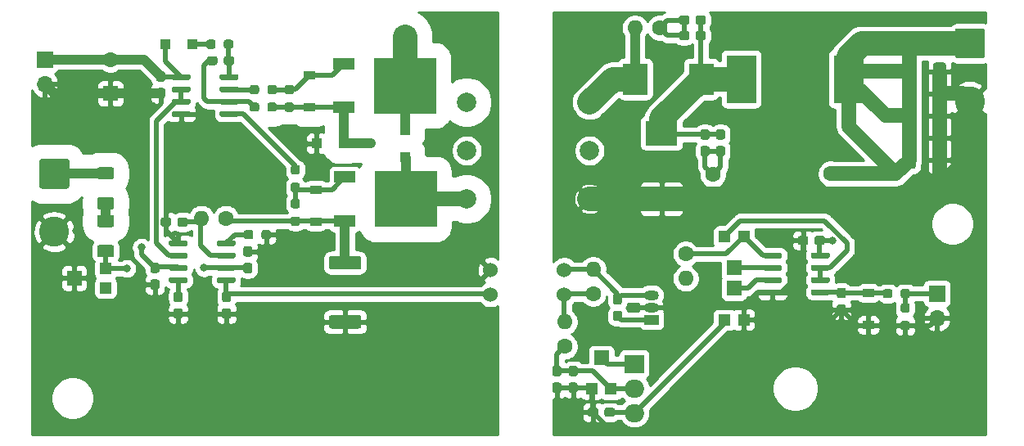
<source format=gbr>
%TF.GenerationSoftware,KiCad,Pcbnew,5.1.9-73d0e3b20d~88~ubuntu20.04.1*%
%TF.CreationDate,2021-03-11T22:15:51-06:00*%
%TF.ProjectId,iso,69736f2e-6b69-4636-9164-5f7063625858,rev?*%
%TF.SameCoordinates,Original*%
%TF.FileFunction,Copper,L1,Top*%
%TF.FilePolarity,Positive*%
%FSLAX46Y46*%
G04 Gerber Fmt 4.6, Leading zero omitted, Abs format (unit mm)*
G04 Created by KiCad (PCBNEW 5.1.9-73d0e3b20d~88~ubuntu20.04.1) date 2021-03-11 22:15:51*
%MOMM*%
%LPD*%
G01*
G04 APERTURE LIST*
%TA.AperFunction,ComponentPad*%
%ADD10C,2.000000*%
%TD*%
%TA.AperFunction,ComponentPad*%
%ADD11O,1.600000X1.600000*%
%TD*%
%TA.AperFunction,ComponentPad*%
%ADD12C,1.600000*%
%TD*%
%TA.AperFunction,ComponentPad*%
%ADD13O,2.000000X1.905000*%
%TD*%
%TA.AperFunction,ComponentPad*%
%ADD14R,2.000000X1.905000*%
%TD*%
%TA.AperFunction,ComponentPad*%
%ADD15R,1.500000X1.050000*%
%TD*%
%TA.AperFunction,ComponentPad*%
%ADD16O,1.500000X1.050000*%
%TD*%
%TA.AperFunction,ComponentPad*%
%ADD17C,1.524000*%
%TD*%
%TA.AperFunction,SMDPad,CuDef*%
%ADD18R,1.600000X1.500000*%
%TD*%
%TA.AperFunction,SMDPad,CuDef*%
%ADD19R,1.200000X1.200000*%
%TD*%
%TA.AperFunction,SMDPad,CuDef*%
%ADD20R,1.500000X1.600000*%
%TD*%
%TA.AperFunction,SMDPad,CuDef*%
%ADD21R,6.400000X5.800000*%
%TD*%
%TA.AperFunction,SMDPad,CuDef*%
%ADD22R,2.200000X1.200000*%
%TD*%
%TA.AperFunction,SMDPad,CuDef*%
%ADD23R,3.100000X5.000000*%
%TD*%
%TA.AperFunction,ComponentPad*%
%ADD24O,1.700000X1.700000*%
%TD*%
%TA.AperFunction,ComponentPad*%
%ADD25R,1.700000X1.700000*%
%TD*%
%TA.AperFunction,ComponentPad*%
%ADD26C,3.100000*%
%TD*%
%TA.AperFunction,SMDPad,CuDef*%
%ADD27R,1.200000X0.900000*%
%TD*%
%TA.AperFunction,SMDPad,CuDef*%
%ADD28R,3.300000X2.500000*%
%TD*%
%TA.AperFunction,SMDPad,CuDef*%
%ADD29R,2.500000X3.300000*%
%TD*%
%TA.AperFunction,SMDPad,CuDef*%
%ADD30R,1.100000X1.100000*%
%TD*%
%TA.AperFunction,ComponentPad*%
%ADD31R,1.600000X1.600000*%
%TD*%
%TA.AperFunction,ViaPad*%
%ADD32C,0.800000*%
%TD*%
%TA.AperFunction,ViaPad*%
%ADD33C,1.000000*%
%TD*%
%TA.AperFunction,ViaPad*%
%ADD34C,2.500000*%
%TD*%
%TA.AperFunction,Conductor*%
%ADD35C,0.500000*%
%TD*%
%TA.AperFunction,Conductor*%
%ADD36C,1.000000*%
%TD*%
%TA.AperFunction,Conductor*%
%ADD37C,2.500000*%
%TD*%
%TA.AperFunction,Conductor*%
%ADD38C,1.500000*%
%TD*%
%TA.AperFunction,Conductor*%
%ADD39C,0.250000*%
%TD*%
%TA.AperFunction,Conductor*%
%ADD40C,0.254000*%
%TD*%
%TA.AperFunction,Conductor*%
%ADD41C,0.100000*%
%TD*%
G04 APERTURE END LIST*
%TO.P,C23,2*%
%TO.N,/voutn*%
%TA.AperFunction,SMDPad,CuDef*%
G36*
G01*
X269890000Y-91755001D02*
X269890000Y-90454999D01*
G75*
G02*
X270139999Y-90205000I249999J0D01*
G01*
X270965001Y-90205000D01*
G75*
G02*
X271215000Y-90454999I0J-249999D01*
G01*
X271215000Y-91755001D01*
G75*
G02*
X270965001Y-92005000I-249999J0D01*
G01*
X270139999Y-92005000D01*
G75*
G02*
X269890000Y-91755001I0J249999D01*
G01*
G37*
%TD.AperFunction*%
%TO.P,C23,1*%
%TO.N,/voutp*%
%TA.AperFunction,SMDPad,CuDef*%
G36*
G01*
X266765000Y-91755001D02*
X266765000Y-90454999D01*
G75*
G02*
X267014999Y-90205000I249999J0D01*
G01*
X267840001Y-90205000D01*
G75*
G02*
X268090000Y-90454999I0J-249999D01*
G01*
X268090000Y-91755001D01*
G75*
G02*
X267840001Y-92005000I-249999J0D01*
G01*
X267014999Y-92005000D01*
G75*
G02*
X266765000Y-91755001I0J249999D01*
G01*
G37*
%TD.AperFunction*%
%TD*%
%TO.P,C22,2*%
%TO.N,/voutn*%
%TA.AperFunction,SMDPad,CuDef*%
G36*
G01*
X269890000Y-94055001D02*
X269890000Y-92754999D01*
G75*
G02*
X270139999Y-92505000I249999J0D01*
G01*
X270965001Y-92505000D01*
G75*
G02*
X271215000Y-92754999I0J-249999D01*
G01*
X271215000Y-94055001D01*
G75*
G02*
X270965001Y-94305000I-249999J0D01*
G01*
X270139999Y-94305000D01*
G75*
G02*
X269890000Y-94055001I0J249999D01*
G01*
G37*
%TD.AperFunction*%
%TO.P,C22,1*%
%TO.N,/voutp*%
%TA.AperFunction,SMDPad,CuDef*%
G36*
G01*
X266765000Y-94055001D02*
X266765000Y-92754999D01*
G75*
G02*
X267014999Y-92505000I249999J0D01*
G01*
X267840001Y-92505000D01*
G75*
G02*
X268090000Y-92754999I0J-249999D01*
G01*
X268090000Y-94055001D01*
G75*
G02*
X267840001Y-94305000I-249999J0D01*
G01*
X267014999Y-94305000D01*
G75*
G02*
X266765000Y-94055001I0J249999D01*
G01*
G37*
%TD.AperFunction*%
%TD*%
%TO.P,C21,2*%
%TO.N,/voutn*%
%TA.AperFunction,SMDPad,CuDef*%
G36*
G01*
X269890000Y-89455001D02*
X269890000Y-88154999D01*
G75*
G02*
X270139999Y-87905000I249999J0D01*
G01*
X270965001Y-87905000D01*
G75*
G02*
X271215000Y-88154999I0J-249999D01*
G01*
X271215000Y-89455001D01*
G75*
G02*
X270965001Y-89705000I-249999J0D01*
G01*
X270139999Y-89705000D01*
G75*
G02*
X269890000Y-89455001I0J249999D01*
G01*
G37*
%TD.AperFunction*%
%TO.P,C21,1*%
%TO.N,/voutp*%
%TA.AperFunction,SMDPad,CuDef*%
G36*
G01*
X266765000Y-89455001D02*
X266765000Y-88154999D01*
G75*
G02*
X267014999Y-87905000I249999J0D01*
G01*
X267840001Y-87905000D01*
G75*
G02*
X268090000Y-88154999I0J-249999D01*
G01*
X268090000Y-89455001D01*
G75*
G02*
X267840001Y-89705000I-249999J0D01*
G01*
X267014999Y-89705000D01*
G75*
G02*
X266765000Y-89455001I0J249999D01*
G01*
G37*
%TD.AperFunction*%
%TD*%
%TO.P,C20,2*%
%TO.N,/voutn*%
%TA.AperFunction,SMDPad,CuDef*%
G36*
G01*
X269890000Y-96330001D02*
X269890000Y-95029999D01*
G75*
G02*
X270139999Y-94780000I249999J0D01*
G01*
X270965001Y-94780000D01*
G75*
G02*
X271215000Y-95029999I0J-249999D01*
G01*
X271215000Y-96330001D01*
G75*
G02*
X270965001Y-96580000I-249999J0D01*
G01*
X270139999Y-96580000D01*
G75*
G02*
X269890000Y-96330001I0J249999D01*
G01*
G37*
%TD.AperFunction*%
%TO.P,C20,1*%
%TO.N,/voutp*%
%TA.AperFunction,SMDPad,CuDef*%
G36*
G01*
X266765000Y-96330001D02*
X266765000Y-95029999D01*
G75*
G02*
X267014999Y-94780000I249999J0D01*
G01*
X267840001Y-94780000D01*
G75*
G02*
X268090000Y-95029999I0J-249999D01*
G01*
X268090000Y-96330001D01*
G75*
G02*
X267840001Y-96580000I-249999J0D01*
G01*
X267014999Y-96580000D01*
G75*
G02*
X266765000Y-96330001I0J249999D01*
G01*
G37*
%TD.AperFunction*%
%TD*%
%TO.P,C13,2*%
%TO.N,/voutn*%
%TA.AperFunction,SMDPad,CuDef*%
G36*
G01*
X269890000Y-98655001D02*
X269890000Y-97354999D01*
G75*
G02*
X270139999Y-97105000I249999J0D01*
G01*
X270965001Y-97105000D01*
G75*
G02*
X271215000Y-97354999I0J-249999D01*
G01*
X271215000Y-98655001D01*
G75*
G02*
X270965001Y-98905000I-249999J0D01*
G01*
X270139999Y-98905000D01*
G75*
G02*
X269890000Y-98655001I0J249999D01*
G01*
G37*
%TD.AperFunction*%
%TO.P,C13,1*%
%TO.N,/voutp*%
%TA.AperFunction,SMDPad,CuDef*%
G36*
G01*
X266765000Y-98655001D02*
X266765000Y-97354999D01*
G75*
G02*
X267014999Y-97105000I249999J0D01*
G01*
X267840001Y-97105000D01*
G75*
G02*
X268090000Y-97354999I0J-249999D01*
G01*
X268090000Y-98655001D01*
G75*
G02*
X267840001Y-98905000I-249999J0D01*
G01*
X267014999Y-98905000D01*
G75*
G02*
X266765000Y-98655001I0J249999D01*
G01*
G37*
%TD.AperFunction*%
%TD*%
D10*
%TO.P,T1,3*%
%TO.N,/voutn*%
X234340000Y-102005000D03*
%TO.P,T1,6*%
%TO.N,N/C*%
X234340000Y-97005000D03*
%TO.P,T1,4*%
%TO.N,Net-(D6-Pad2)*%
X234340000Y-92005000D03*
%TO.P,T1,2*%
%TO.N,Net-(D4-Pad2)*%
X221640000Y-102005000D03*
%TO.P,T1,1*%
%TO.N,Net-(D2-Pad2)*%
X221640000Y-92005000D03*
%TO.P,T1,5*%
%TO.N,N/C*%
X221640000Y-97005000D03*
%TD*%
D11*
%TO.P,R12,2*%
%TO.N,/voutn*%
X247090000Y-102045000D03*
D12*
%TO.P,R12,1*%
%TO.N,Net-(C11-Pad1)*%
X247090000Y-99505000D03*
%TD*%
D11*
%TO.P,R11,2*%
%TO.N,Net-(D6-Pad2)*%
X239050000Y-84305000D03*
D12*
%TO.P,R11,1*%
%TO.N,Net-(C10-Pad2)*%
X241590000Y-84305000D03*
%TD*%
D13*
%TO.P,U5,3*%
%TO.N,/voutp*%
X238965000Y-124160000D03*
%TO.P,U5,2*%
%TO.N,Net-(C15-Pad1)*%
X238965000Y-121620000D03*
D14*
%TO.P,U5,1*%
%TO.N,Net-(RV4-Pad2)*%
X238965000Y-119080000D03*
%TD*%
%TO.P,U4,8*%
%TO.N,/voutp*%
%TA.AperFunction,SMDPad,CuDef*%
G36*
G01*
X257240000Y-108000000D02*
X257240000Y-107700000D01*
G75*
G02*
X257390000Y-107550000I150000J0D01*
G01*
X259040000Y-107550000D01*
G75*
G02*
X259190000Y-107700000I0J-150000D01*
G01*
X259190000Y-108000000D01*
G75*
G02*
X259040000Y-108150000I-150000J0D01*
G01*
X257390000Y-108150000D01*
G75*
G02*
X257240000Y-108000000I0J150000D01*
G01*
G37*
%TD.AperFunction*%
%TO.P,U4,7*%
%TO.N,/buf_fb*%
%TA.AperFunction,SMDPad,CuDef*%
G36*
G01*
X257240000Y-109270000D02*
X257240000Y-108970000D01*
G75*
G02*
X257390000Y-108820000I150000J0D01*
G01*
X259040000Y-108820000D01*
G75*
G02*
X259190000Y-108970000I0J-150000D01*
G01*
X259190000Y-109270000D01*
G75*
G02*
X259040000Y-109420000I-150000J0D01*
G01*
X257390000Y-109420000D01*
G75*
G02*
X257240000Y-109270000I0J150000D01*
G01*
G37*
%TD.AperFunction*%
%TO.P,U4,6*%
%TA.AperFunction,SMDPad,CuDef*%
G36*
G01*
X257240000Y-110540000D02*
X257240000Y-110240000D01*
G75*
G02*
X257390000Y-110090000I150000J0D01*
G01*
X259040000Y-110090000D01*
G75*
G02*
X259190000Y-110240000I0J-150000D01*
G01*
X259190000Y-110540000D01*
G75*
G02*
X259040000Y-110690000I-150000J0D01*
G01*
X257390000Y-110690000D01*
G75*
G02*
X257240000Y-110540000I0J150000D01*
G01*
G37*
%TD.AperFunction*%
%TO.P,U4,5*%
%TO.N,Net-(C17-Pad2)*%
%TA.AperFunction,SMDPad,CuDef*%
G36*
G01*
X257240000Y-111810000D02*
X257240000Y-111510000D01*
G75*
G02*
X257390000Y-111360000I150000J0D01*
G01*
X259040000Y-111360000D01*
G75*
G02*
X259190000Y-111510000I0J-150000D01*
G01*
X259190000Y-111810000D01*
G75*
G02*
X259040000Y-111960000I-150000J0D01*
G01*
X257390000Y-111960000D01*
G75*
G02*
X257240000Y-111810000I0J150000D01*
G01*
G37*
%TD.AperFunction*%
%TO.P,U4,4*%
%TO.N,/voutn*%
%TA.AperFunction,SMDPad,CuDef*%
G36*
G01*
X252290000Y-111810000D02*
X252290000Y-111510000D01*
G75*
G02*
X252440000Y-111360000I150000J0D01*
G01*
X254090000Y-111360000D01*
G75*
G02*
X254240000Y-111510000I0J-150000D01*
G01*
X254240000Y-111810000D01*
G75*
G02*
X254090000Y-111960000I-150000J0D01*
G01*
X252440000Y-111960000D01*
G75*
G02*
X252290000Y-111810000I0J150000D01*
G01*
G37*
%TD.AperFunction*%
%TO.P,U4,3*%
%TO.N,Net-(RV3-Pad2)*%
%TA.AperFunction,SMDPad,CuDef*%
G36*
G01*
X252290000Y-110540000D02*
X252290000Y-110240000D01*
G75*
G02*
X252440000Y-110090000I150000J0D01*
G01*
X254090000Y-110090000D01*
G75*
G02*
X254240000Y-110240000I0J-150000D01*
G01*
X254240000Y-110540000D01*
G75*
G02*
X254090000Y-110690000I-150000J0D01*
G01*
X252440000Y-110690000D01*
G75*
G02*
X252290000Y-110540000I0J150000D01*
G01*
G37*
%TD.AperFunction*%
%TO.P,U4,2*%
%TO.N,Net-(RV2-Pad2)*%
%TA.AperFunction,SMDPad,CuDef*%
G36*
G01*
X252290000Y-109270000D02*
X252290000Y-108970000D01*
G75*
G02*
X252440000Y-108820000I150000J0D01*
G01*
X254090000Y-108820000D01*
G75*
G02*
X254240000Y-108970000I0J-150000D01*
G01*
X254240000Y-109270000D01*
G75*
G02*
X254090000Y-109420000I-150000J0D01*
G01*
X252440000Y-109420000D01*
G75*
G02*
X252290000Y-109270000I0J150000D01*
G01*
G37*
%TD.AperFunction*%
%TO.P,U4,1*%
%TO.N,Net-(R15-Pad1)*%
%TA.AperFunction,SMDPad,CuDef*%
G36*
G01*
X252290000Y-108000000D02*
X252290000Y-107700000D01*
G75*
G02*
X252440000Y-107550000I150000J0D01*
G01*
X254090000Y-107550000D01*
G75*
G02*
X254240000Y-107700000I0J-150000D01*
G01*
X254240000Y-108000000D01*
G75*
G02*
X254090000Y-108150000I-150000J0D01*
G01*
X252440000Y-108150000D01*
G75*
G02*
X252290000Y-108000000I0J150000D01*
G01*
G37*
%TD.AperFunction*%
%TD*%
D15*
%TO.P,U3,1*%
%TO.N,Net-(C14-Pad2)*%
X240740000Y-114505000D03*
D16*
%TO.P,U3,3*%
%TO.N,Net-(C14-Pad1)*%
X240740000Y-111965000D03*
%TO.P,U3,2*%
%TO.N,/voutn*%
X240740000Y-113235000D03*
%TD*%
D17*
%TO.P,U2,4*%
%TO.N,/FB*%
X224105000Y-111900000D03*
%TO.P,U2,3*%
%TO.N,/gnd*%
X224105000Y-109360000D03*
%TO.P,U2,2*%
%TO.N,Net-(C14-Pad1)*%
X231725000Y-109360000D03*
%TO.P,U2,1*%
%TO.N,Net-(R13-Pad2)*%
X231725000Y-111900000D03*
%TD*%
%TO.P,U1,8*%
%TO.N,Net-(C5-Pad1)*%
%TA.AperFunction,SMDPad,CuDef*%
G36*
G01*
X196090000Y-89550000D02*
X196090000Y-89250000D01*
G75*
G02*
X196240000Y-89100000I150000J0D01*
G01*
X197890000Y-89100000D01*
G75*
G02*
X198040000Y-89250000I0J-150000D01*
G01*
X198040000Y-89550000D01*
G75*
G02*
X197890000Y-89700000I-150000J0D01*
G01*
X196240000Y-89700000D01*
G75*
G02*
X196090000Y-89550000I0J150000D01*
G01*
G37*
%TD.AperFunction*%
%TO.P,U1,7*%
%TO.N,Net-(R5-Pad1)*%
%TA.AperFunction,SMDPad,CuDef*%
G36*
G01*
X196090000Y-90820000D02*
X196090000Y-90520000D01*
G75*
G02*
X196240000Y-90370000I150000J0D01*
G01*
X197890000Y-90370000D01*
G75*
G02*
X198040000Y-90520000I0J-150000D01*
G01*
X198040000Y-90820000D01*
G75*
G02*
X197890000Y-90970000I-150000J0D01*
G01*
X196240000Y-90970000D01*
G75*
G02*
X196090000Y-90820000I0J150000D01*
G01*
G37*
%TD.AperFunction*%
%TO.P,U1,6*%
%TO.N,Net-(C5-Pad2)*%
%TA.AperFunction,SMDPad,CuDef*%
G36*
G01*
X196090000Y-92090000D02*
X196090000Y-91790000D01*
G75*
G02*
X196240000Y-91640000I150000J0D01*
G01*
X197890000Y-91640000D01*
G75*
G02*
X198040000Y-91790000I0J-150000D01*
G01*
X198040000Y-92090000D01*
G75*
G02*
X197890000Y-92240000I-150000J0D01*
G01*
X196240000Y-92240000D01*
G75*
G02*
X196090000Y-92090000I0J150000D01*
G01*
G37*
%TD.AperFunction*%
%TO.P,U1,5*%
%TO.N,Net-(R7-Pad1)*%
%TA.AperFunction,SMDPad,CuDef*%
G36*
G01*
X196090000Y-93360000D02*
X196090000Y-93060000D01*
G75*
G02*
X196240000Y-92910000I150000J0D01*
G01*
X197890000Y-92910000D01*
G75*
G02*
X198040000Y-93060000I0J-150000D01*
G01*
X198040000Y-93360000D01*
G75*
G02*
X197890000Y-93510000I-150000J0D01*
G01*
X196240000Y-93510000D01*
G75*
G02*
X196090000Y-93360000I0J150000D01*
G01*
G37*
%TD.AperFunction*%
%TO.P,U1,4*%
%TO.N,/gnd*%
%TA.AperFunction,SMDPad,CuDef*%
G36*
G01*
X191140000Y-93360000D02*
X191140000Y-93060000D01*
G75*
G02*
X191290000Y-92910000I150000J0D01*
G01*
X192940000Y-92910000D01*
G75*
G02*
X193090000Y-93060000I0J-150000D01*
G01*
X193090000Y-93360000D01*
G75*
G02*
X192940000Y-93510000I-150000J0D01*
G01*
X191290000Y-93510000D01*
G75*
G02*
X191140000Y-93360000I0J150000D01*
G01*
G37*
%TD.AperFunction*%
%TO.P,U1,3*%
%TO.N,/DRV*%
%TA.AperFunction,SMDPad,CuDef*%
G36*
G01*
X191140000Y-92090000D02*
X191140000Y-91790000D01*
G75*
G02*
X191290000Y-91640000I150000J0D01*
G01*
X192940000Y-91640000D01*
G75*
G02*
X193090000Y-91790000I0J-150000D01*
G01*
X193090000Y-92090000D01*
G75*
G02*
X192940000Y-92240000I-150000J0D01*
G01*
X191290000Y-92240000D01*
G75*
G02*
X191140000Y-92090000I0J150000D01*
G01*
G37*
%TD.AperFunction*%
%TO.P,U1,2*%
%TA.AperFunction,SMDPad,CuDef*%
G36*
G01*
X191140000Y-90820000D02*
X191140000Y-90520000D01*
G75*
G02*
X191290000Y-90370000I150000J0D01*
G01*
X192940000Y-90370000D01*
G75*
G02*
X193090000Y-90520000I0J-150000D01*
G01*
X193090000Y-90820000D01*
G75*
G02*
X192940000Y-90970000I-150000J0D01*
G01*
X191290000Y-90970000D01*
G75*
G02*
X191140000Y-90820000I0J150000D01*
G01*
G37*
%TD.AperFunction*%
%TO.P,U1,1*%
%TO.N,/vcc*%
%TA.AperFunction,SMDPad,CuDef*%
G36*
G01*
X191140000Y-89550000D02*
X191140000Y-89250000D01*
G75*
G02*
X191290000Y-89100000I150000J0D01*
G01*
X192940000Y-89100000D01*
G75*
G02*
X193090000Y-89250000I0J-150000D01*
G01*
X193090000Y-89550000D01*
G75*
G02*
X192940000Y-89700000I-150000J0D01*
G01*
X191290000Y-89700000D01*
G75*
G02*
X191140000Y-89550000I0J150000D01*
G01*
G37*
%TD.AperFunction*%
%TD*%
D18*
%TO.P,RV4,2*%
%TO.N,Net-(RV4-Pad2)*%
X235565000Y-118430000D03*
D19*
%TO.P,RV4,3*%
%TO.N,Net-(C15-Pad1)*%
X236565000Y-121680000D03*
%TO.P,RV4,1*%
%TO.N,/voutn*%
X234565000Y-121680000D03*
%TD*%
D18*
%TO.P,RV3,2*%
%TO.N,Net-(RV3-Pad2)*%
X249290000Y-111255000D03*
D19*
%TO.P,RV3,3*%
%TO.N,/voutn*%
X250290000Y-114505000D03*
%TO.P,RV3,1*%
%TO.N,/voutp*%
X248290000Y-114505000D03*
%TD*%
D18*
%TO.P,RV2,2*%
%TO.N,Net-(RV2-Pad2)*%
X249290000Y-109155000D03*
D19*
%TO.P,RV2,3*%
%TO.N,/buf_fb*%
X248290000Y-105905000D03*
%TO.P,RV2,1*%
%TO.N,Net-(R15-Pad1)*%
X250290000Y-105905000D03*
%TD*%
D20*
%TO.P,RV1,2*%
%TO.N,/gnd*%
X181040000Y-110205000D03*
D19*
%TO.P,RV1,3*%
%TO.N,Net-(C3-Pad1)*%
X184290000Y-109205000D03*
%TO.P,RV1,1*%
%TO.N,Net-(RV1-Pad1)*%
X184290000Y-111205000D03*
%TD*%
%TO.P,Rsense1,2*%
%TO.N,/gnd*%
%TA.AperFunction,SMDPad,CuDef*%
G36*
G01*
X207634999Y-114025000D02*
X210485001Y-114025000D01*
G75*
G02*
X210735000Y-114274999I0J-249999D01*
G01*
X210735000Y-115175001D01*
G75*
G02*
X210485001Y-115425000I-249999J0D01*
G01*
X207634999Y-115425000D01*
G75*
G02*
X207385000Y-115175001I0J249999D01*
G01*
X207385000Y-114274999D01*
G75*
G02*
X207634999Y-114025000I249999J0D01*
G01*
G37*
%TD.AperFunction*%
%TO.P,Rsense1,1*%
%TO.N,/cs*%
%TA.AperFunction,SMDPad,CuDef*%
G36*
G01*
X207634999Y-107925000D02*
X210485001Y-107925000D01*
G75*
G02*
X210735000Y-108174999I0J-249999D01*
G01*
X210735000Y-109075001D01*
G75*
G02*
X210485001Y-109325000I-249999J0D01*
G01*
X207634999Y-109325000D01*
G75*
G02*
X207385000Y-109075001I0J249999D01*
G01*
X207385000Y-108174999D01*
G75*
G02*
X207634999Y-107925000I249999J0D01*
G01*
G37*
%TD.AperFunction*%
%TD*%
D12*
%TO.P,R18,1*%
%TO.N,/voutp*%
X259290000Y-99405000D03*
D11*
%TO.P,R18,2*%
%TO.N,/voutn*%
X259290000Y-101945000D03*
%TD*%
%TO.P,R17,2*%
%TO.N,/vfb*%
%TA.AperFunction,SMDPad,CuDef*%
G36*
G01*
X267227500Y-113780000D02*
X266752500Y-113780000D01*
G75*
G02*
X266515000Y-113542500I0J237500D01*
G01*
X266515000Y-113042500D01*
G75*
G02*
X266752500Y-112805000I237500J0D01*
G01*
X267227500Y-112805000D01*
G75*
G02*
X267465000Y-113042500I0J-237500D01*
G01*
X267465000Y-113542500D01*
G75*
G02*
X267227500Y-113780000I-237500J0D01*
G01*
G37*
%TD.AperFunction*%
%TO.P,R17,1*%
%TO.N,/voutn*%
%TA.AperFunction,SMDPad,CuDef*%
G36*
G01*
X267227500Y-115605000D02*
X266752500Y-115605000D01*
G75*
G02*
X266515000Y-115367500I0J237500D01*
G01*
X266515000Y-114867500D01*
G75*
G02*
X266752500Y-114630000I237500J0D01*
G01*
X267227500Y-114630000D01*
G75*
G02*
X267465000Y-114867500I0J-237500D01*
G01*
X267465000Y-115367500D01*
G75*
G02*
X267227500Y-115605000I-237500J0D01*
G01*
G37*
%TD.AperFunction*%
%TD*%
%TO.P,R16,2*%
%TO.N,/vfb*%
%TA.AperFunction,SMDPad,CuDef*%
G36*
G01*
X266515000Y-112042500D02*
X266515000Y-111567500D01*
G75*
G02*
X266752500Y-111330000I237500J0D01*
G01*
X267252500Y-111330000D01*
G75*
G02*
X267490000Y-111567500I0J-237500D01*
G01*
X267490000Y-112042500D01*
G75*
G02*
X267252500Y-112280000I-237500J0D01*
G01*
X266752500Y-112280000D01*
G75*
G02*
X266515000Y-112042500I0J237500D01*
G01*
G37*
%TD.AperFunction*%
%TO.P,R16,1*%
%TO.N,Net-(C17-Pad2)*%
%TA.AperFunction,SMDPad,CuDef*%
G36*
G01*
X264690000Y-112042500D02*
X264690000Y-111567500D01*
G75*
G02*
X264927500Y-111330000I237500J0D01*
G01*
X265427500Y-111330000D01*
G75*
G02*
X265665000Y-111567500I0J-237500D01*
G01*
X265665000Y-112042500D01*
G75*
G02*
X265427500Y-112280000I-237500J0D01*
G01*
X264927500Y-112280000D01*
G75*
G02*
X264690000Y-112042500I0J237500D01*
G01*
G37*
%TD.AperFunction*%
%TD*%
%TO.P,R15,2*%
%TO.N,Net-(C14-Pad2)*%
X244290000Y-110245000D03*
D12*
%TO.P,R15,1*%
%TO.N,Net-(R15-Pad1)*%
X244290000Y-107705000D03*
%TD*%
D11*
%TO.P,R14,2*%
%TO.N,Net-(C14-Pad1)*%
X234715000Y-109290000D03*
D12*
%TO.P,R14,1*%
%TO.N,Net-(R13-Pad2)*%
X234715000Y-111830000D03*
%TD*%
D11*
%TO.P,R13,2*%
%TO.N,Net-(R13-Pad2)*%
X231765000Y-114740000D03*
D12*
%TO.P,R13,1*%
%TO.N,Net-(C15-Pad1)*%
X231765000Y-117280000D03*
%TD*%
%TO.P,R10,2*%
%TO.N,/cs*%
%TA.AperFunction,SMDPad,CuDef*%
G36*
G01*
X203672500Y-103830000D02*
X204147500Y-103830000D01*
G75*
G02*
X204385000Y-104067500I0J-237500D01*
G01*
X204385000Y-104567500D01*
G75*
G02*
X204147500Y-104805000I-237500J0D01*
G01*
X203672500Y-104805000D01*
G75*
G02*
X203435000Y-104567500I0J237500D01*
G01*
X203435000Y-104067500D01*
G75*
G02*
X203672500Y-103830000I237500J0D01*
G01*
G37*
%TD.AperFunction*%
%TO.P,R10,1*%
%TO.N,Net-(D3-Pad1)*%
%TA.AperFunction,SMDPad,CuDef*%
G36*
G01*
X203672500Y-102005000D02*
X204147500Y-102005000D01*
G75*
G02*
X204385000Y-102242500I0J-237500D01*
G01*
X204385000Y-102742500D01*
G75*
G02*
X204147500Y-102980000I-237500J0D01*
G01*
X203672500Y-102980000D01*
G75*
G02*
X203435000Y-102742500I0J237500D01*
G01*
X203435000Y-102242500D01*
G75*
G02*
X203672500Y-102005000I237500J0D01*
G01*
G37*
%TD.AperFunction*%
%TD*%
%TO.P,R9,2*%
%TO.N,Net-(D2-Pad2)*%
%TA.AperFunction,SMDPad,CuDef*%
G36*
G01*
X203052500Y-92030000D02*
X203527500Y-92030000D01*
G75*
G02*
X203765000Y-92267500I0J-237500D01*
G01*
X203765000Y-92767500D01*
G75*
G02*
X203527500Y-93005000I-237500J0D01*
G01*
X203052500Y-93005000D01*
G75*
G02*
X202815000Y-92767500I0J237500D01*
G01*
X202815000Y-92267500D01*
G75*
G02*
X203052500Y-92030000I237500J0D01*
G01*
G37*
%TD.AperFunction*%
%TO.P,R9,1*%
%TO.N,Net-(D2-Pad1)*%
%TA.AperFunction,SMDPad,CuDef*%
G36*
G01*
X203052500Y-90205000D02*
X203527500Y-90205000D01*
G75*
G02*
X203765000Y-90442500I0J-237500D01*
G01*
X203765000Y-90942500D01*
G75*
G02*
X203527500Y-91180000I-237500J0D01*
G01*
X203052500Y-91180000D01*
G75*
G02*
X202815000Y-90942500I0J237500D01*
G01*
X202815000Y-90442500D01*
G75*
G02*
X203052500Y-90205000I237500J0D01*
G01*
G37*
%TD.AperFunction*%
%TD*%
%TO.P,R8,2*%
%TO.N,/gnd*%
%TA.AperFunction,SMDPad,CuDef*%
G36*
G01*
X200415000Y-105942500D02*
X200415000Y-105467500D01*
G75*
G02*
X200652500Y-105230000I237500J0D01*
G01*
X201152500Y-105230000D01*
G75*
G02*
X201390000Y-105467500I0J-237500D01*
G01*
X201390000Y-105942500D01*
G75*
G02*
X201152500Y-106180000I-237500J0D01*
G01*
X200652500Y-106180000D01*
G75*
G02*
X200415000Y-105942500I0J237500D01*
G01*
G37*
%TD.AperFunction*%
%TO.P,R8,1*%
%TO.N,Net-(IC1-Pad4)*%
%TA.AperFunction,SMDPad,CuDef*%
G36*
G01*
X198590000Y-105942500D02*
X198590000Y-105467500D01*
G75*
G02*
X198827500Y-105230000I237500J0D01*
G01*
X199327500Y-105230000D01*
G75*
G02*
X199565000Y-105467500I0J-237500D01*
G01*
X199565000Y-105942500D01*
G75*
G02*
X199327500Y-106180000I-237500J0D01*
G01*
X198827500Y-106180000D01*
G75*
G02*
X198590000Y-105942500I0J237500D01*
G01*
G37*
%TD.AperFunction*%
%TD*%
%TO.P,R7,2*%
%TO.N,Net-(D3-Pad1)*%
%TA.AperFunction,SMDPad,CuDef*%
G36*
G01*
X203672500Y-100330000D02*
X204147500Y-100330000D01*
G75*
G02*
X204385000Y-100567500I0J-237500D01*
G01*
X204385000Y-101067500D01*
G75*
G02*
X204147500Y-101305000I-237500J0D01*
G01*
X203672500Y-101305000D01*
G75*
G02*
X203435000Y-101067500I0J237500D01*
G01*
X203435000Y-100567500D01*
G75*
G02*
X203672500Y-100330000I237500J0D01*
G01*
G37*
%TD.AperFunction*%
%TO.P,R7,1*%
%TO.N,Net-(R7-Pad1)*%
%TA.AperFunction,SMDPad,CuDef*%
G36*
G01*
X203672500Y-98505000D02*
X204147500Y-98505000D01*
G75*
G02*
X204385000Y-98742500I0J-237500D01*
G01*
X204385000Y-99242500D01*
G75*
G02*
X204147500Y-99480000I-237500J0D01*
G01*
X203672500Y-99480000D01*
G75*
G02*
X203435000Y-99242500I0J237500D01*
G01*
X203435000Y-98742500D01*
G75*
G02*
X203672500Y-98505000I237500J0D01*
G01*
G37*
%TD.AperFunction*%
%TD*%
%TO.P,R6,2*%
%TO.N,Net-(C5-Pad2)*%
%TA.AperFunction,SMDPad,CuDef*%
G36*
G01*
X200165000Y-92267500D02*
X200165000Y-92742500D01*
G75*
G02*
X199927500Y-92980000I-237500J0D01*
G01*
X199427500Y-92980000D01*
G75*
G02*
X199190000Y-92742500I0J237500D01*
G01*
X199190000Y-92267500D01*
G75*
G02*
X199427500Y-92030000I237500J0D01*
G01*
X199927500Y-92030000D01*
G75*
G02*
X200165000Y-92267500I0J-237500D01*
G01*
G37*
%TD.AperFunction*%
%TO.P,R6,1*%
%TO.N,Net-(D2-Pad2)*%
%TA.AperFunction,SMDPad,CuDef*%
G36*
G01*
X201990000Y-92267500D02*
X201990000Y-92742500D01*
G75*
G02*
X201752500Y-92980000I-237500J0D01*
G01*
X201252500Y-92980000D01*
G75*
G02*
X201015000Y-92742500I0J237500D01*
G01*
X201015000Y-92267500D01*
G75*
G02*
X201252500Y-92030000I237500J0D01*
G01*
X201752500Y-92030000D01*
G75*
G02*
X201990000Y-92267500I0J-237500D01*
G01*
G37*
%TD.AperFunction*%
%TD*%
%TO.P,R5,2*%
%TO.N,Net-(D2-Pad1)*%
%TA.AperFunction,SMDPad,CuDef*%
G36*
G01*
X201015000Y-90942500D02*
X201015000Y-90467500D01*
G75*
G02*
X201252500Y-90230000I237500J0D01*
G01*
X201752500Y-90230000D01*
G75*
G02*
X201990000Y-90467500I0J-237500D01*
G01*
X201990000Y-90942500D01*
G75*
G02*
X201752500Y-91180000I-237500J0D01*
G01*
X201252500Y-91180000D01*
G75*
G02*
X201015000Y-90942500I0J237500D01*
G01*
G37*
%TD.AperFunction*%
%TO.P,R5,1*%
%TO.N,Net-(R5-Pad1)*%
%TA.AperFunction,SMDPad,CuDef*%
G36*
G01*
X199190000Y-90942500D02*
X199190000Y-90467500D01*
G75*
G02*
X199427500Y-90230000I237500J0D01*
G01*
X199927500Y-90230000D01*
G75*
G02*
X200165000Y-90467500I0J-237500D01*
G01*
X200165000Y-90942500D01*
G75*
G02*
X199927500Y-91180000I-237500J0D01*
G01*
X199427500Y-91180000D01*
G75*
G02*
X199190000Y-90942500I0J237500D01*
G01*
G37*
%TD.AperFunction*%
%TD*%
%TO.P,R4,2*%
%TO.N,Net-(D1-Pad1)*%
%TA.AperFunction,SMDPad,CuDef*%
G36*
G01*
X195665000Y-85767500D02*
X195665000Y-86242500D01*
G75*
G02*
X195427500Y-86480000I-237500J0D01*
G01*
X194927500Y-86480000D01*
G75*
G02*
X194690000Y-86242500I0J237500D01*
G01*
X194690000Y-85767500D01*
G75*
G02*
X194927500Y-85530000I237500J0D01*
G01*
X195427500Y-85530000D01*
G75*
G02*
X195665000Y-85767500I0J-237500D01*
G01*
G37*
%TD.AperFunction*%
%TO.P,R4,1*%
%TO.N,Net-(C5-Pad1)*%
%TA.AperFunction,SMDPad,CuDef*%
G36*
G01*
X197490000Y-85767500D02*
X197490000Y-86242500D01*
G75*
G02*
X197252500Y-86480000I-237500J0D01*
G01*
X196752500Y-86480000D01*
G75*
G02*
X196515000Y-86242500I0J237500D01*
G01*
X196515000Y-85767500D01*
G75*
G02*
X196752500Y-85530000I237500J0D01*
G01*
X197252500Y-85530000D01*
G75*
G02*
X197490000Y-85767500I0J-237500D01*
G01*
G37*
%TD.AperFunction*%
%TD*%
D11*
%TO.P,R3,2*%
%TO.N,Net-(C4-Pad2)*%
X194200000Y-104005000D03*
D12*
%TO.P,R3,1*%
%TO.N,/cs*%
X196740000Y-104005000D03*
%TD*%
%TO.P,R2,2*%
%TO.N,Net-(C3-Pad1)*%
%TA.AperFunction,SMDPad,CuDef*%
G36*
G01*
X183665000Y-106755000D02*
X184915000Y-106755000D01*
G75*
G02*
X185165000Y-107005000I0J-250000D01*
G01*
X185165000Y-107805000D01*
G75*
G02*
X184915000Y-108055000I-250000J0D01*
G01*
X183665000Y-108055000D01*
G75*
G02*
X183415000Y-107805000I0J250000D01*
G01*
X183415000Y-107005000D01*
G75*
G02*
X183665000Y-106755000I250000J0D01*
G01*
G37*
%TD.AperFunction*%
%TO.P,R2,1*%
%TO.N,Net-(R1-Pad2)*%
%TA.AperFunction,SMDPad,CuDef*%
G36*
G01*
X183665000Y-103655000D02*
X184915000Y-103655000D01*
G75*
G02*
X185165000Y-103905000I0J-250000D01*
G01*
X185165000Y-104705000D01*
G75*
G02*
X184915000Y-104955000I-250000J0D01*
G01*
X183665000Y-104955000D01*
G75*
G02*
X183415000Y-104705000I0J250000D01*
G01*
X183415000Y-103905000D01*
G75*
G02*
X183665000Y-103655000I250000J0D01*
G01*
G37*
%TD.AperFunction*%
%TD*%
%TO.P,R1,2*%
%TO.N,Net-(R1-Pad2)*%
%TA.AperFunction,SMDPad,CuDef*%
G36*
G01*
X183665000Y-101805000D02*
X184915000Y-101805000D01*
G75*
G02*
X185165000Y-102055000I0J-250000D01*
G01*
X185165000Y-102855000D01*
G75*
G02*
X184915000Y-103105000I-250000J0D01*
G01*
X183665000Y-103105000D01*
G75*
G02*
X183415000Y-102855000I0J250000D01*
G01*
X183415000Y-102055000D01*
G75*
G02*
X183665000Y-101805000I250000J0D01*
G01*
G37*
%TD.AperFunction*%
%TO.P,R1,1*%
%TO.N,/vin*%
%TA.AperFunction,SMDPad,CuDef*%
G36*
G01*
X183665000Y-98705000D02*
X184915000Y-98705000D01*
G75*
G02*
X185165000Y-98955000I0J-250000D01*
G01*
X185165000Y-99755000D01*
G75*
G02*
X184915000Y-100005000I-250000J0D01*
G01*
X183665000Y-100005000D01*
G75*
G02*
X183415000Y-99755000I0J250000D01*
G01*
X183415000Y-98955000D01*
G75*
G02*
X183665000Y-98705000I250000J0D01*
G01*
G37*
%TD.AperFunction*%
%TD*%
D21*
%TO.P,Q2,2*%
%TO.N,Net-(D4-Pad2)*%
X215335000Y-102030000D03*
D22*
%TO.P,Q2,3*%
%TO.N,/cs*%
X209035000Y-104310000D03*
%TO.P,Q2,1*%
%TO.N,Net-(D3-Pad1)*%
X209035000Y-99750000D03*
%TD*%
D21*
%TO.P,Q1,2*%
%TO.N,/vin*%
X215265000Y-90280000D03*
D22*
%TO.P,Q1,3*%
%TO.N,Net-(D2-Pad2)*%
X208965000Y-92560000D03*
%TO.P,Q1,1*%
%TO.N,Net-(D2-Pad1)*%
X208965000Y-88000000D03*
%TD*%
D23*
%TO.P,L1,2*%
%TO.N,Net-(C10-Pad1)*%
X250040000Y-89605000D03*
%TO.P,L1,1*%
%TO.N,/voutp*%
X261140000Y-89605000D03*
%TD*%
D24*
%TO.P,J4,2*%
%TO.N,/voutn*%
X270290000Y-114345000D03*
D25*
%TO.P,J4,1*%
%TO.N,/vfb*%
X270290000Y-111805000D03*
%TD*%
D26*
%TO.P,J3,2*%
%TO.N,/voutn*%
X273690000Y-91905000D03*
%TO.P,J3,1*%
%TO.N,/voutp*%
%TA.AperFunction,ComponentPad*%
G36*
G01*
X272389999Y-84355000D02*
X274990001Y-84355000D01*
G75*
G02*
X275240000Y-84604999I0J-249999D01*
G01*
X275240000Y-87205001D01*
G75*
G02*
X274990001Y-87455000I-249999J0D01*
G01*
X272389999Y-87455000D01*
G75*
G02*
X272140000Y-87205001I0J249999D01*
G01*
X272140000Y-84604999D01*
G75*
G02*
X272389999Y-84355000I249999J0D01*
G01*
G37*
%TD.AperFunction*%
%TD*%
D24*
%TO.P,J2,2*%
%TO.N,/gnd*%
X177990000Y-90145000D03*
D25*
%TO.P,J2,1*%
%TO.N,/vcc*%
X177990000Y-87605000D03*
%TD*%
D26*
%TO.P,J1,2*%
%TO.N,/gnd*%
X178990000Y-105405000D03*
%TO.P,J1,1*%
%TO.N,/vin*%
%TA.AperFunction,ComponentPad*%
G36*
G01*
X177689999Y-97855000D02*
X180290001Y-97855000D01*
G75*
G02*
X180540000Y-98104999I0J-249999D01*
G01*
X180540000Y-100705001D01*
G75*
G02*
X180290001Y-100955000I-249999J0D01*
G01*
X177689999Y-100955000D01*
G75*
G02*
X177440000Y-100705001I0J249999D01*
G01*
X177440000Y-98104999D01*
G75*
G02*
X177689999Y-97855000I249999J0D01*
G01*
G37*
%TD.AperFunction*%
%TD*%
%TO.P,IC1,8*%
%TO.N,Net-(C7-Pad1)*%
%TA.AperFunction,SMDPad,CuDef*%
G36*
G01*
X192790000Y-110260000D02*
X192790000Y-110560000D01*
G75*
G02*
X192640000Y-110710000I-150000J0D01*
G01*
X190990000Y-110710000D01*
G75*
G02*
X190840000Y-110560000I0J150000D01*
G01*
X190840000Y-110260000D01*
G75*
G02*
X190990000Y-110110000I150000J0D01*
G01*
X192640000Y-110110000D01*
G75*
G02*
X192790000Y-110260000I0J-150000D01*
G01*
G37*
%TD.AperFunction*%
%TO.P,IC1,7*%
%TO.N,/vcc*%
%TA.AperFunction,SMDPad,CuDef*%
G36*
G01*
X192790000Y-108990000D02*
X192790000Y-109290000D01*
G75*
G02*
X192640000Y-109440000I-150000J0D01*
G01*
X190990000Y-109440000D01*
G75*
G02*
X190840000Y-109290000I0J150000D01*
G01*
X190840000Y-108990000D01*
G75*
G02*
X190990000Y-108840000I150000J0D01*
G01*
X192640000Y-108840000D01*
G75*
G02*
X192790000Y-108990000I0J-150000D01*
G01*
G37*
%TD.AperFunction*%
%TO.P,IC1,6*%
%TO.N,/DRV*%
%TA.AperFunction,SMDPad,CuDef*%
G36*
G01*
X192790000Y-107720000D02*
X192790000Y-108020000D01*
G75*
G02*
X192640000Y-108170000I-150000J0D01*
G01*
X190990000Y-108170000D01*
G75*
G02*
X190840000Y-108020000I0J150000D01*
G01*
X190840000Y-107720000D01*
G75*
G02*
X190990000Y-107570000I150000J0D01*
G01*
X192640000Y-107570000D01*
G75*
G02*
X192790000Y-107720000I0J-150000D01*
G01*
G37*
%TD.AperFunction*%
%TO.P,IC1,5*%
%TO.N,/gnd*%
%TA.AperFunction,SMDPad,CuDef*%
G36*
G01*
X192790000Y-106450000D02*
X192790000Y-106750000D01*
G75*
G02*
X192640000Y-106900000I-150000J0D01*
G01*
X190990000Y-106900000D01*
G75*
G02*
X190840000Y-106750000I0J150000D01*
G01*
X190840000Y-106450000D01*
G75*
G02*
X190990000Y-106300000I150000J0D01*
G01*
X192640000Y-106300000D01*
G75*
G02*
X192790000Y-106450000I0J-150000D01*
G01*
G37*
%TD.AperFunction*%
%TO.P,IC1,4*%
%TO.N,Net-(IC1-Pad4)*%
%TA.AperFunction,SMDPad,CuDef*%
G36*
G01*
X197740000Y-106450000D02*
X197740000Y-106750000D01*
G75*
G02*
X197590000Y-106900000I-150000J0D01*
G01*
X195940000Y-106900000D01*
G75*
G02*
X195790000Y-106750000I0J150000D01*
G01*
X195790000Y-106450000D01*
G75*
G02*
X195940000Y-106300000I150000J0D01*
G01*
X197590000Y-106300000D01*
G75*
G02*
X197740000Y-106450000I0J-150000D01*
G01*
G37*
%TD.AperFunction*%
%TO.P,IC1,3*%
%TO.N,Net-(C4-Pad2)*%
%TA.AperFunction,SMDPad,CuDef*%
G36*
G01*
X197740000Y-107720000D02*
X197740000Y-108020000D01*
G75*
G02*
X197590000Y-108170000I-150000J0D01*
G01*
X195940000Y-108170000D01*
G75*
G02*
X195790000Y-108020000I0J150000D01*
G01*
X195790000Y-107720000D01*
G75*
G02*
X195940000Y-107570000I150000J0D01*
G01*
X197590000Y-107570000D01*
G75*
G02*
X197740000Y-107720000I0J-150000D01*
G01*
G37*
%TD.AperFunction*%
%TO.P,IC1,2*%
%TO.N,Net-(C3-Pad1)*%
%TA.AperFunction,SMDPad,CuDef*%
G36*
G01*
X197740000Y-108990000D02*
X197740000Y-109290000D01*
G75*
G02*
X197590000Y-109440000I-150000J0D01*
G01*
X195940000Y-109440000D01*
G75*
G02*
X195790000Y-109290000I0J150000D01*
G01*
X195790000Y-108990000D01*
G75*
G02*
X195940000Y-108840000I150000J0D01*
G01*
X197590000Y-108840000D01*
G75*
G02*
X197740000Y-108990000I0J-150000D01*
G01*
G37*
%TD.AperFunction*%
%TO.P,IC1,1*%
%TO.N,/FB*%
%TA.AperFunction,SMDPad,CuDef*%
G36*
G01*
X197740000Y-110260000D02*
X197740000Y-110560000D01*
G75*
G02*
X197590000Y-110710000I-150000J0D01*
G01*
X195940000Y-110710000D01*
G75*
G02*
X195790000Y-110560000I0J150000D01*
G01*
X195790000Y-110260000D01*
G75*
G02*
X195940000Y-110110000I150000J0D01*
G01*
X197590000Y-110110000D01*
G75*
G02*
X197740000Y-110260000I0J-150000D01*
G01*
G37*
%TD.AperFunction*%
%TD*%
D27*
%TO.P,D8,2*%
%TO.N,/voutn*%
X263190000Y-115055000D03*
%TO.P,D8,1*%
%TO.N,Net-(C17-Pad2)*%
X263190000Y-111755000D03*
%TD*%
D28*
%TO.P,D7,2*%
%TO.N,/voutn*%
X241790000Y-102005000D03*
%TO.P,D7,1*%
%TO.N,Net-(C10-Pad1)*%
X241790000Y-95205000D03*
%TD*%
D29*
%TO.P,D6,2*%
%TO.N,Net-(D6-Pad2)*%
X239090000Y-89605000D03*
%TO.P,D6,1*%
%TO.N,Net-(C10-Pad1)*%
X245890000Y-89605000D03*
%TD*%
D30*
%TO.P,D5,2*%
%TO.N,/gnd*%
X206110000Y-96275000D03*
%TO.P,D5,1*%
%TO.N,Net-(D2-Pad2)*%
X208910000Y-96275000D03*
%TD*%
%TO.P,D4,2*%
%TO.N,Net-(D4-Pad2)*%
X215240000Y-97655000D03*
%TO.P,D4,1*%
%TO.N,/vin*%
X215240000Y-94855000D03*
%TD*%
D27*
%TO.P,D3,2*%
%TO.N,/cs*%
X206010000Y-104355000D03*
%TO.P,D3,1*%
%TO.N,Net-(D3-Pad1)*%
X206010000Y-101055000D03*
%TD*%
%TO.P,D2,2*%
%TO.N,Net-(D2-Pad2)*%
X205390000Y-92555000D03*
%TO.P,D2,1*%
%TO.N,Net-(D2-Pad1)*%
X205390000Y-89255000D03*
%TD*%
D30*
%TO.P,D1,2*%
%TO.N,/vcc*%
X190490000Y-86005000D03*
%TO.P,D1,1*%
%TO.N,Net-(D1-Pad1)*%
X193290000Y-86005000D03*
%TD*%
%TO.P,C19,2*%
%TO.N,/voutn*%
%TA.AperFunction,SMDPad,CuDef*%
G36*
G01*
X235240000Y-123842500D02*
X235240000Y-124317500D01*
G75*
G02*
X235002500Y-124555000I-237500J0D01*
G01*
X234402500Y-124555000D01*
G75*
G02*
X234165000Y-124317500I0J237500D01*
G01*
X234165000Y-123842500D01*
G75*
G02*
X234402500Y-123605000I237500J0D01*
G01*
X235002500Y-123605000D01*
G75*
G02*
X235240000Y-123842500I0J-237500D01*
G01*
G37*
%TD.AperFunction*%
%TO.P,C19,1*%
%TO.N,/voutp*%
%TA.AperFunction,SMDPad,CuDef*%
G36*
G01*
X236965000Y-123842500D02*
X236965000Y-124317500D01*
G75*
G02*
X236727500Y-124555000I-237500J0D01*
G01*
X236127500Y-124555000D01*
G75*
G02*
X235890000Y-124317500I0J237500D01*
G01*
X235890000Y-123842500D01*
G75*
G02*
X236127500Y-123605000I237500J0D01*
G01*
X236727500Y-123605000D01*
G75*
G02*
X236965000Y-123842500I0J-237500D01*
G01*
G37*
%TD.AperFunction*%
%TD*%
%TO.P,C18,2*%
%TO.N,/voutn*%
%TA.AperFunction,SMDPad,CuDef*%
G36*
G01*
X256965000Y-106067500D02*
X256965000Y-106542500D01*
G75*
G02*
X256727500Y-106780000I-237500J0D01*
G01*
X256127500Y-106780000D01*
G75*
G02*
X255890000Y-106542500I0J237500D01*
G01*
X255890000Y-106067500D01*
G75*
G02*
X256127500Y-105830000I237500J0D01*
G01*
X256727500Y-105830000D01*
G75*
G02*
X256965000Y-106067500I0J-237500D01*
G01*
G37*
%TD.AperFunction*%
%TO.P,C18,1*%
%TO.N,/voutp*%
%TA.AperFunction,SMDPad,CuDef*%
G36*
G01*
X258690000Y-106067500D02*
X258690000Y-106542500D01*
G75*
G02*
X258452500Y-106780000I-237500J0D01*
G01*
X257852500Y-106780000D01*
G75*
G02*
X257615000Y-106542500I0J237500D01*
G01*
X257615000Y-106067500D01*
G75*
G02*
X257852500Y-105830000I237500J0D01*
G01*
X258452500Y-105830000D01*
G75*
G02*
X258690000Y-106067500I0J-237500D01*
G01*
G37*
%TD.AperFunction*%
%TD*%
%TO.P,C17,2*%
%TO.N,Net-(C17-Pad2)*%
%TA.AperFunction,SMDPad,CuDef*%
G36*
G01*
X260627500Y-112280000D02*
X260152500Y-112280000D01*
G75*
G02*
X259915000Y-112042500I0J237500D01*
G01*
X259915000Y-111442500D01*
G75*
G02*
X260152500Y-111205000I237500J0D01*
G01*
X260627500Y-111205000D01*
G75*
G02*
X260865000Y-111442500I0J-237500D01*
G01*
X260865000Y-112042500D01*
G75*
G02*
X260627500Y-112280000I-237500J0D01*
G01*
G37*
%TD.AperFunction*%
%TO.P,C17,1*%
%TO.N,/voutn*%
%TA.AperFunction,SMDPad,CuDef*%
G36*
G01*
X260627500Y-114005000D02*
X260152500Y-114005000D01*
G75*
G02*
X259915000Y-113767500I0J237500D01*
G01*
X259915000Y-113167500D01*
G75*
G02*
X260152500Y-112930000I237500J0D01*
G01*
X260627500Y-112930000D01*
G75*
G02*
X260865000Y-113167500I0J-237500D01*
G01*
X260865000Y-113767500D01*
G75*
G02*
X260627500Y-114005000I-237500J0D01*
G01*
G37*
%TD.AperFunction*%
%TD*%
%TO.P,C16,2*%
%TO.N,/voutn*%
%TA.AperFunction,SMDPad,CuDef*%
G36*
G01*
X232407500Y-121005000D02*
X232882500Y-121005000D01*
G75*
G02*
X233120000Y-121242500I0J-237500D01*
G01*
X233120000Y-121842500D01*
G75*
G02*
X232882500Y-122080000I-237500J0D01*
G01*
X232407500Y-122080000D01*
G75*
G02*
X232170000Y-121842500I0J237500D01*
G01*
X232170000Y-121242500D01*
G75*
G02*
X232407500Y-121005000I237500J0D01*
G01*
G37*
%TD.AperFunction*%
%TO.P,C16,1*%
%TO.N,Net-(C15-Pad1)*%
%TA.AperFunction,SMDPad,CuDef*%
G36*
G01*
X232407500Y-119280000D02*
X232882500Y-119280000D01*
G75*
G02*
X233120000Y-119517500I0J-237500D01*
G01*
X233120000Y-120117500D01*
G75*
G02*
X232882500Y-120355000I-237500J0D01*
G01*
X232407500Y-120355000D01*
G75*
G02*
X232170000Y-120117500I0J237500D01*
G01*
X232170000Y-119517500D01*
G75*
G02*
X232407500Y-119280000I237500J0D01*
G01*
G37*
%TD.AperFunction*%
%TD*%
%TO.P,C15,2*%
%TO.N,/voutn*%
%TA.AperFunction,SMDPad,CuDef*%
G36*
G01*
X230727500Y-121005000D02*
X231202500Y-121005000D01*
G75*
G02*
X231440000Y-121242500I0J-237500D01*
G01*
X231440000Y-121842500D01*
G75*
G02*
X231202500Y-122080000I-237500J0D01*
G01*
X230727500Y-122080000D01*
G75*
G02*
X230490000Y-121842500I0J237500D01*
G01*
X230490000Y-121242500D01*
G75*
G02*
X230727500Y-121005000I237500J0D01*
G01*
G37*
%TD.AperFunction*%
%TO.P,C15,1*%
%TO.N,Net-(C15-Pad1)*%
%TA.AperFunction,SMDPad,CuDef*%
G36*
G01*
X230727500Y-119280000D02*
X231202500Y-119280000D01*
G75*
G02*
X231440000Y-119517500I0J-237500D01*
G01*
X231440000Y-120117500D01*
G75*
G02*
X231202500Y-120355000I-237500J0D01*
G01*
X230727500Y-120355000D01*
G75*
G02*
X230490000Y-120117500I0J237500D01*
G01*
X230490000Y-119517500D01*
G75*
G02*
X230727500Y-119280000I237500J0D01*
G01*
G37*
%TD.AperFunction*%
%TD*%
%TO.P,C14,2*%
%TO.N,Net-(C14-Pad2)*%
%TA.AperFunction,SMDPad,CuDef*%
G36*
G01*
X237002500Y-113580000D02*
X237477500Y-113580000D01*
G75*
G02*
X237715000Y-113817500I0J-237500D01*
G01*
X237715000Y-114417500D01*
G75*
G02*
X237477500Y-114655000I-237500J0D01*
G01*
X237002500Y-114655000D01*
G75*
G02*
X236765000Y-114417500I0J237500D01*
G01*
X236765000Y-113817500D01*
G75*
G02*
X237002500Y-113580000I237500J0D01*
G01*
G37*
%TD.AperFunction*%
%TO.P,C14,1*%
%TO.N,Net-(C14-Pad1)*%
%TA.AperFunction,SMDPad,CuDef*%
G36*
G01*
X237002500Y-111855000D02*
X237477500Y-111855000D01*
G75*
G02*
X237715000Y-112092500I0J-237500D01*
G01*
X237715000Y-112692500D01*
G75*
G02*
X237477500Y-112930000I-237500J0D01*
G01*
X237002500Y-112930000D01*
G75*
G02*
X236765000Y-112692500I0J237500D01*
G01*
X236765000Y-112092500D01*
G75*
G02*
X237002500Y-111855000I237500J0D01*
G01*
G37*
%TD.AperFunction*%
%TD*%
%TO.P,C12,2*%
%TO.N,Net-(C10-Pad1)*%
%TA.AperFunction,SMDPad,CuDef*%
G36*
G01*
X246527500Y-95880000D02*
X246052500Y-95880000D01*
G75*
G02*
X245815000Y-95642500I0J237500D01*
G01*
X245815000Y-95042500D01*
G75*
G02*
X246052500Y-94805000I237500J0D01*
G01*
X246527500Y-94805000D01*
G75*
G02*
X246765000Y-95042500I0J-237500D01*
G01*
X246765000Y-95642500D01*
G75*
G02*
X246527500Y-95880000I-237500J0D01*
G01*
G37*
%TD.AperFunction*%
%TO.P,C12,1*%
%TO.N,Net-(C11-Pad1)*%
%TA.AperFunction,SMDPad,CuDef*%
G36*
G01*
X246527500Y-97605000D02*
X246052500Y-97605000D01*
G75*
G02*
X245815000Y-97367500I0J237500D01*
G01*
X245815000Y-96767500D01*
G75*
G02*
X246052500Y-96530000I237500J0D01*
G01*
X246527500Y-96530000D01*
G75*
G02*
X246765000Y-96767500I0J-237500D01*
G01*
X246765000Y-97367500D01*
G75*
G02*
X246527500Y-97605000I-237500J0D01*
G01*
G37*
%TD.AperFunction*%
%TD*%
%TO.P,C11,2*%
%TO.N,Net-(C10-Pad1)*%
%TA.AperFunction,SMDPad,CuDef*%
G36*
G01*
X248127500Y-95880000D02*
X247652500Y-95880000D01*
G75*
G02*
X247415000Y-95642500I0J237500D01*
G01*
X247415000Y-95042500D01*
G75*
G02*
X247652500Y-94805000I237500J0D01*
G01*
X248127500Y-94805000D01*
G75*
G02*
X248365000Y-95042500I0J-237500D01*
G01*
X248365000Y-95642500D01*
G75*
G02*
X248127500Y-95880000I-237500J0D01*
G01*
G37*
%TD.AperFunction*%
%TO.P,C11,1*%
%TO.N,Net-(C11-Pad1)*%
%TA.AperFunction,SMDPad,CuDef*%
G36*
G01*
X248127500Y-97605000D02*
X247652500Y-97605000D01*
G75*
G02*
X247415000Y-97367500I0J237500D01*
G01*
X247415000Y-96767500D01*
G75*
G02*
X247652500Y-96530000I237500J0D01*
G01*
X248127500Y-96530000D01*
G75*
G02*
X248365000Y-96767500I0J-237500D01*
G01*
X248365000Y-97367500D01*
G75*
G02*
X248127500Y-97605000I-237500J0D01*
G01*
G37*
%TD.AperFunction*%
%TD*%
%TO.P,C10,2*%
%TO.N,Net-(C10-Pad2)*%
%TA.AperFunction,SMDPad,CuDef*%
G36*
G01*
X244665000Y-83267500D02*
X244665000Y-83742500D01*
G75*
G02*
X244427500Y-83980000I-237500J0D01*
G01*
X243827500Y-83980000D01*
G75*
G02*
X243590000Y-83742500I0J237500D01*
G01*
X243590000Y-83267500D01*
G75*
G02*
X243827500Y-83030000I237500J0D01*
G01*
X244427500Y-83030000D01*
G75*
G02*
X244665000Y-83267500I0J-237500D01*
G01*
G37*
%TD.AperFunction*%
%TO.P,C10,1*%
%TO.N,Net-(C10-Pad1)*%
%TA.AperFunction,SMDPad,CuDef*%
G36*
G01*
X246390000Y-83267500D02*
X246390000Y-83742500D01*
G75*
G02*
X246152500Y-83980000I-237500J0D01*
G01*
X245552500Y-83980000D01*
G75*
G02*
X245315000Y-83742500I0J237500D01*
G01*
X245315000Y-83267500D01*
G75*
G02*
X245552500Y-83030000I237500J0D01*
G01*
X246152500Y-83030000D01*
G75*
G02*
X246390000Y-83267500I0J-237500D01*
G01*
G37*
%TD.AperFunction*%
%TD*%
%TO.P,C9,2*%
%TO.N,Net-(C10-Pad2)*%
%TA.AperFunction,SMDPad,CuDef*%
G36*
G01*
X244665000Y-84867500D02*
X244665000Y-85342500D01*
G75*
G02*
X244427500Y-85580000I-237500J0D01*
G01*
X243827500Y-85580000D01*
G75*
G02*
X243590000Y-85342500I0J237500D01*
G01*
X243590000Y-84867500D01*
G75*
G02*
X243827500Y-84630000I237500J0D01*
G01*
X244427500Y-84630000D01*
G75*
G02*
X244665000Y-84867500I0J-237500D01*
G01*
G37*
%TD.AperFunction*%
%TO.P,C9,1*%
%TO.N,Net-(C10-Pad1)*%
%TA.AperFunction,SMDPad,CuDef*%
G36*
G01*
X246390000Y-84867500D02*
X246390000Y-85342500D01*
G75*
G02*
X246152500Y-85580000I-237500J0D01*
G01*
X245552500Y-85580000D01*
G75*
G02*
X245315000Y-85342500I0J237500D01*
G01*
X245315000Y-84867500D01*
G75*
G02*
X245552500Y-84630000I237500J0D01*
G01*
X246152500Y-84630000D01*
G75*
G02*
X246390000Y-84867500I0J-237500D01*
G01*
G37*
%TD.AperFunction*%
%TD*%
%TO.P,C8,2*%
%TO.N,/vcc*%
%TA.AperFunction,SMDPad,CuDef*%
G36*
G01*
X189627500Y-109680000D02*
X189152500Y-109680000D01*
G75*
G02*
X188915000Y-109442500I0J237500D01*
G01*
X188915000Y-108842500D01*
G75*
G02*
X189152500Y-108605000I237500J0D01*
G01*
X189627500Y-108605000D01*
G75*
G02*
X189865000Y-108842500I0J-237500D01*
G01*
X189865000Y-109442500D01*
G75*
G02*
X189627500Y-109680000I-237500J0D01*
G01*
G37*
%TD.AperFunction*%
%TO.P,C8,1*%
%TO.N,/gnd*%
%TA.AperFunction,SMDPad,CuDef*%
G36*
G01*
X189627500Y-111405000D02*
X189152500Y-111405000D01*
G75*
G02*
X188915000Y-111167500I0J237500D01*
G01*
X188915000Y-110567500D01*
G75*
G02*
X189152500Y-110330000I237500J0D01*
G01*
X189627500Y-110330000D01*
G75*
G02*
X189865000Y-110567500I0J-237500D01*
G01*
X189865000Y-111167500D01*
G75*
G02*
X189627500Y-111405000I-237500J0D01*
G01*
G37*
%TD.AperFunction*%
%TD*%
%TO.P,C7,2*%
%TO.N,/gnd*%
%TA.AperFunction,SMDPad,CuDef*%
G36*
G01*
X191552500Y-113330000D02*
X192027500Y-113330000D01*
G75*
G02*
X192265000Y-113567500I0J-237500D01*
G01*
X192265000Y-114167500D01*
G75*
G02*
X192027500Y-114405000I-237500J0D01*
G01*
X191552500Y-114405000D01*
G75*
G02*
X191315000Y-114167500I0J237500D01*
G01*
X191315000Y-113567500D01*
G75*
G02*
X191552500Y-113330000I237500J0D01*
G01*
G37*
%TD.AperFunction*%
%TO.P,C7,1*%
%TO.N,Net-(C7-Pad1)*%
%TA.AperFunction,SMDPad,CuDef*%
G36*
G01*
X191552500Y-111605000D02*
X192027500Y-111605000D01*
G75*
G02*
X192265000Y-111842500I0J-237500D01*
G01*
X192265000Y-112442500D01*
G75*
G02*
X192027500Y-112680000I-237500J0D01*
G01*
X191552500Y-112680000D01*
G75*
G02*
X191315000Y-112442500I0J237500D01*
G01*
X191315000Y-111842500D01*
G75*
G02*
X191552500Y-111605000I237500J0D01*
G01*
G37*
%TD.AperFunction*%
%TD*%
%TO.P,C6,2*%
%TO.N,/gnd*%
%TA.AperFunction,SMDPad,CuDef*%
G36*
G01*
X196552500Y-113330000D02*
X197027500Y-113330000D01*
G75*
G02*
X197265000Y-113567500I0J-237500D01*
G01*
X197265000Y-114167500D01*
G75*
G02*
X197027500Y-114405000I-237500J0D01*
G01*
X196552500Y-114405000D01*
G75*
G02*
X196315000Y-114167500I0J237500D01*
G01*
X196315000Y-113567500D01*
G75*
G02*
X196552500Y-113330000I237500J0D01*
G01*
G37*
%TD.AperFunction*%
%TO.P,C6,1*%
%TO.N,/FB*%
%TA.AperFunction,SMDPad,CuDef*%
G36*
G01*
X196552500Y-111605000D02*
X197027500Y-111605000D01*
G75*
G02*
X197265000Y-111842500I0J-237500D01*
G01*
X197265000Y-112442500D01*
G75*
G02*
X197027500Y-112680000I-237500J0D01*
G01*
X196552500Y-112680000D01*
G75*
G02*
X196315000Y-112442500I0J237500D01*
G01*
X196315000Y-111842500D01*
G75*
G02*
X196552500Y-111605000I237500J0D01*
G01*
G37*
%TD.AperFunction*%
%TD*%
%TO.P,C5,2*%
%TO.N,Net-(C5-Pad2)*%
%TA.AperFunction,SMDPad,CuDef*%
G36*
G01*
X195865000Y-87467500D02*
X195865000Y-87942500D01*
G75*
G02*
X195627500Y-88180000I-237500J0D01*
G01*
X195027500Y-88180000D01*
G75*
G02*
X194790000Y-87942500I0J237500D01*
G01*
X194790000Y-87467500D01*
G75*
G02*
X195027500Y-87230000I237500J0D01*
G01*
X195627500Y-87230000D01*
G75*
G02*
X195865000Y-87467500I0J-237500D01*
G01*
G37*
%TD.AperFunction*%
%TO.P,C5,1*%
%TO.N,Net-(C5-Pad1)*%
%TA.AperFunction,SMDPad,CuDef*%
G36*
G01*
X197590000Y-87467500D02*
X197590000Y-87942500D01*
G75*
G02*
X197352500Y-88180000I-237500J0D01*
G01*
X196752500Y-88180000D01*
G75*
G02*
X196515000Y-87942500I0J237500D01*
G01*
X196515000Y-87467500D01*
G75*
G02*
X196752500Y-87230000I237500J0D01*
G01*
X197352500Y-87230000D01*
G75*
G02*
X197590000Y-87467500I0J-237500D01*
G01*
G37*
%TD.AperFunction*%
%TD*%
%TO.P,C4,2*%
%TO.N,Net-(C4-Pad2)*%
%TA.AperFunction,SMDPad,CuDef*%
G36*
G01*
X191715000Y-104642500D02*
X191715000Y-104167500D01*
G75*
G02*
X191952500Y-103930000I237500J0D01*
G01*
X192552500Y-103930000D01*
G75*
G02*
X192790000Y-104167500I0J-237500D01*
G01*
X192790000Y-104642500D01*
G75*
G02*
X192552500Y-104880000I-237500J0D01*
G01*
X191952500Y-104880000D01*
G75*
G02*
X191715000Y-104642500I0J237500D01*
G01*
G37*
%TD.AperFunction*%
%TO.P,C4,1*%
%TO.N,/gnd*%
%TA.AperFunction,SMDPad,CuDef*%
G36*
G01*
X189990000Y-104642500D02*
X189990000Y-104167500D01*
G75*
G02*
X190227500Y-103930000I237500J0D01*
G01*
X190827500Y-103930000D01*
G75*
G02*
X191065000Y-104167500I0J-237500D01*
G01*
X191065000Y-104642500D01*
G75*
G02*
X190827500Y-104880000I-237500J0D01*
G01*
X190227500Y-104880000D01*
G75*
G02*
X189990000Y-104642500I0J237500D01*
G01*
G37*
%TD.AperFunction*%
%TD*%
%TO.P,C3,2*%
%TO.N,/gnd*%
%TA.AperFunction,SMDPad,CuDef*%
G36*
G01*
X199227500Y-107980000D02*
X198752500Y-107980000D01*
G75*
G02*
X198515000Y-107742500I0J237500D01*
G01*
X198515000Y-107142500D01*
G75*
G02*
X198752500Y-106905000I237500J0D01*
G01*
X199227500Y-106905000D01*
G75*
G02*
X199465000Y-107142500I0J-237500D01*
G01*
X199465000Y-107742500D01*
G75*
G02*
X199227500Y-107980000I-237500J0D01*
G01*
G37*
%TD.AperFunction*%
%TO.P,C3,1*%
%TO.N,Net-(C3-Pad1)*%
%TA.AperFunction,SMDPad,CuDef*%
G36*
G01*
X199227500Y-109705000D02*
X198752500Y-109705000D01*
G75*
G02*
X198515000Y-109467500I0J237500D01*
G01*
X198515000Y-108867500D01*
G75*
G02*
X198752500Y-108630000I237500J0D01*
G01*
X199227500Y-108630000D01*
G75*
G02*
X199465000Y-108867500I0J-237500D01*
G01*
X199465000Y-109467500D01*
G75*
G02*
X199227500Y-109705000I-237500J0D01*
G01*
G37*
%TD.AperFunction*%
%TD*%
D12*
%TO.P,C2,2*%
%TO.N,/vcc*%
X184790000Y-87605000D03*
D31*
%TO.P,C2,1*%
%TO.N,/gnd*%
X184790000Y-91105000D03*
%TD*%
%TO.P,C1,2*%
%TO.N,/gnd*%
%TA.AperFunction,SMDPad,CuDef*%
G36*
G01*
X189752500Y-90530000D02*
X190227500Y-90530000D01*
G75*
G02*
X190465000Y-90767500I0J-237500D01*
G01*
X190465000Y-91367500D01*
G75*
G02*
X190227500Y-91605000I-237500J0D01*
G01*
X189752500Y-91605000D01*
G75*
G02*
X189515000Y-91367500I0J237500D01*
G01*
X189515000Y-90767500D01*
G75*
G02*
X189752500Y-90530000I237500J0D01*
G01*
G37*
%TD.AperFunction*%
%TO.P,C1,1*%
%TO.N,/vcc*%
%TA.AperFunction,SMDPad,CuDef*%
G36*
G01*
X189752500Y-88805000D02*
X190227500Y-88805000D01*
G75*
G02*
X190465000Y-89042500I0J-237500D01*
G01*
X190465000Y-89642500D01*
G75*
G02*
X190227500Y-89880000I-237500J0D01*
G01*
X189752500Y-89880000D01*
G75*
G02*
X189515000Y-89642500I0J237500D01*
G01*
X189515000Y-89042500D01*
G75*
G02*
X189752500Y-88805000I237500J0D01*
G01*
G37*
%TD.AperFunction*%
%TD*%
D32*
%TO.N,/gnd*%
X204260000Y-96275000D03*
X199260000Y-96275000D03*
X192260000Y-96275000D03*
X192260000Y-101275000D03*
X199260000Y-101275000D03*
X201260000Y-109275000D03*
X201260000Y-114275000D03*
X205260000Y-114275000D03*
X205260000Y-109275000D03*
X213260000Y-109275000D03*
X213260000Y-114275000D03*
X217260000Y-114275000D03*
X217260000Y-109275000D03*
X221260000Y-109275000D03*
X221260000Y-114275000D03*
X185260000Y-95275000D03*
X181260000Y-105275000D03*
X187260000Y-111275000D03*
D33*
X221990000Y-85005000D03*
D32*
%TO.N,/vcc*%
X187990000Y-107005000D03*
%TO.N,Net-(C3-Pad1)*%
X186490000Y-109205000D03*
X194455000Y-109140000D03*
%TO.N,/voutn*%
X231890000Y-83605000D03*
X274490000Y-125505000D03*
X253490000Y-99005000D03*
X240490000Y-107005000D03*
X237490000Y-97005000D03*
X231490000Y-125605000D03*
X255490000Y-116005000D03*
X263490000Y-109005000D03*
X233490000Y-106005000D03*
X249490000Y-121005000D03*
X242490000Y-117005000D03*
%TO.N,/voutp*%
X259440000Y-106305000D03*
D33*
%TO.N,Net-(D2-Pad2)*%
X211760000Y-96275000D03*
D34*
%TO.N,/vin*%
X215290000Y-85205000D03*
%TD*%
D35*
%TO.N,/gnd*%
X190527500Y-105312500D02*
X191815000Y-106600000D01*
X190527500Y-104405000D02*
X190527500Y-105312500D01*
D36*
X178950000Y-91105000D02*
X177990000Y-90145000D01*
X184790000Y-91105000D02*
X178950000Y-91105000D01*
X189952500Y-91105000D02*
X189990000Y-91067500D01*
X184790000Y-91105000D02*
X189952500Y-91105000D01*
D35*
%TO.N,/vcc*%
X190490000Y-87775000D02*
X192115000Y-89400000D01*
X190490000Y-86005000D02*
X190490000Y-87775000D01*
X192110000Y-89405000D02*
X192115000Y-89400000D01*
X189852500Y-89405000D02*
X192110000Y-89405000D01*
X190390000Y-86105000D02*
X190490000Y-86005000D01*
X191742500Y-109067500D02*
X191815000Y-109140000D01*
X189490000Y-109067500D02*
X191742500Y-109067500D01*
D36*
X184790000Y-87605000D02*
X177990000Y-87605000D01*
X188252500Y-87605000D02*
X189990000Y-89342500D01*
X184790000Y-87605000D02*
X188252500Y-87605000D01*
D35*
X187990000Y-107742500D02*
X189390000Y-109142500D01*
X187990000Y-107005000D02*
X187990000Y-107742500D01*
%TO.N,Net-(C3-Pad1)*%
X184290000Y-107305000D02*
X184290000Y-109105000D01*
X184325000Y-107270000D02*
X184290000Y-107305000D01*
X198962500Y-109140000D02*
X198990000Y-109167500D01*
X196765000Y-109140000D02*
X198962500Y-109140000D01*
X196765000Y-109140000D02*
X194455000Y-109140000D01*
X184290000Y-109205000D02*
X186490000Y-109205000D01*
X186490000Y-109205000D02*
X186490000Y-109205000D01*
X194455000Y-109140000D02*
X194355000Y-109140000D01*
%TO.N,Net-(C4-Pad2)*%
X194090000Y-104405000D02*
X194090000Y-106805000D01*
X195155000Y-107870000D02*
X196765000Y-107870000D01*
X194090000Y-106805000D02*
X195155000Y-107870000D01*
X193800000Y-104405000D02*
X194200000Y-104005000D01*
X192252500Y-104405000D02*
X193800000Y-104405000D01*
%TO.N,Net-(C5-Pad2)*%
X195327500Y-87705000D02*
X194990000Y-87705000D01*
X194990000Y-87705000D02*
X194490000Y-88205000D01*
X194490000Y-88205000D02*
X194490000Y-91605000D01*
X194825000Y-91940000D02*
X197065000Y-91940000D01*
X194490000Y-91605000D02*
X194825000Y-91940000D01*
X199112500Y-91940000D02*
X199677500Y-92505000D01*
X197065000Y-91940000D02*
X199112500Y-91940000D01*
%TO.N,Net-(C5-Pad1)*%
X197052500Y-89387500D02*
X197065000Y-89400000D01*
X197052500Y-87705000D02*
X197052500Y-89387500D01*
X197002500Y-87655000D02*
X197052500Y-87705000D01*
X197002500Y-86005000D02*
X197002500Y-87655000D01*
%TO.N,/FB*%
X196797500Y-110442500D02*
X196765000Y-110410000D01*
X196765000Y-111817500D02*
X196790000Y-111842500D01*
X196765000Y-110410000D02*
X196765000Y-111817500D01*
X224047500Y-111842500D02*
X224105000Y-111900000D01*
X196790000Y-111842500D02*
X224047500Y-111842500D01*
%TO.N,Net-(C7-Pad1)*%
X191790000Y-110435000D02*
X191815000Y-110410000D01*
X191790000Y-111842500D02*
X191790000Y-110435000D01*
%TO.N,Net-(C10-Pad2)*%
X242390000Y-83505000D02*
X241590000Y-84305000D01*
X244127500Y-83505000D02*
X242390000Y-83505000D01*
X242390000Y-85105000D02*
X241590000Y-84305000D01*
X244127500Y-85105000D02*
X242390000Y-85105000D01*
X244127500Y-83505000D02*
X244127500Y-85105000D01*
%TO.N,Net-(C10-Pad1)*%
X241927500Y-95342500D02*
X241790000Y-95205000D01*
X247890000Y-95342500D02*
X241927500Y-95342500D01*
X245852500Y-89567500D02*
X245890000Y-89605000D01*
X245852500Y-83505000D02*
X245852500Y-89567500D01*
D37*
X241790000Y-93705000D02*
X245890000Y-89605000D01*
X241790000Y-95205000D02*
X241790000Y-93705000D01*
X245890000Y-89605000D02*
X250040000Y-89605000D01*
D35*
%TO.N,Net-(C11-Pad1)*%
X247890000Y-97067500D02*
X246290000Y-97067500D01*
X246290000Y-98705000D02*
X247090000Y-99505000D01*
X246290000Y-97067500D02*
X246290000Y-98705000D01*
X247890000Y-98705000D02*
X247090000Y-99505000D01*
X247890000Y-97067500D02*
X247890000Y-98705000D01*
%TO.N,/voutn*%
X234427500Y-121542500D02*
X234565000Y-121680000D01*
X230965000Y-121542500D02*
X234427500Y-121542500D01*
X234702500Y-121817500D02*
X234565000Y-121680000D01*
X234702500Y-124080000D02*
X234702500Y-121817500D01*
X253265000Y-111660000D02*
X251735000Y-111660000D01*
X250290000Y-113105000D02*
X250290000Y-114505000D01*
X251735000Y-111660000D02*
X250290000Y-113105000D01*
X250160000Y-113235000D02*
X250290000Y-113105000D01*
X240740000Y-113235000D02*
X250160000Y-113235000D01*
X239890000Y-126005000D02*
X236627500Y-126005000D01*
X236627500Y-126005000D02*
X234702500Y-124080000D01*
X250290000Y-115605000D02*
X239890000Y-126005000D01*
X250290000Y-114505000D02*
X250290000Y-115605000D01*
X254240000Y-111660000D02*
X253265000Y-111660000D01*
X256427500Y-109472500D02*
X254240000Y-111660000D01*
X256427500Y-106305000D02*
X256427500Y-109472500D01*
X262040000Y-115117500D02*
X260390000Y-113467500D01*
X266990000Y-115117500D02*
X262040000Y-115117500D01*
X259352500Y-114505000D02*
X260390000Y-113467500D01*
X250290000Y-114505000D02*
X259352500Y-114505000D01*
X269517500Y-115117500D02*
X270290000Y-114345000D01*
X266990000Y-115117500D02*
X269517500Y-115117500D01*
D36*
X241830000Y-102045000D02*
X241790000Y-102005000D01*
D37*
X234340000Y-102005000D02*
X241790000Y-102005000D01*
D38*
X270552500Y-98005000D02*
X270552500Y-88805000D01*
D37*
X273690000Y-98305000D02*
X273690000Y-91905000D01*
X269990000Y-102005000D02*
X273690000Y-98305000D01*
X241790000Y-102005000D02*
X269990000Y-102005000D01*
D38*
X270552500Y-101442500D02*
X269990000Y-102005000D01*
X270552500Y-98005000D02*
X270552500Y-101442500D01*
X272890000Y-91105000D02*
X273690000Y-91905000D01*
X270552500Y-91105000D02*
X272890000Y-91105000D01*
D35*
%TO.N,/voutp*%
X238885000Y-124080000D02*
X238965000Y-124160000D01*
X236427500Y-124080000D02*
X238885000Y-124080000D01*
X248290000Y-114835000D02*
X238965000Y-124160000D01*
X248290000Y-114505000D02*
X248290000Y-114835000D01*
X258152500Y-107787500D02*
X258215000Y-107850000D01*
X258152500Y-106305000D02*
X258152500Y-107787500D01*
D38*
X259290000Y-99405000D02*
X264190000Y-99405000D01*
D35*
X258152500Y-106305000D02*
X259440000Y-106305000D01*
X259440000Y-106305000D02*
X259440000Y-106305000D01*
D38*
X267427500Y-98005000D02*
X267427500Y-88805000D01*
X266027500Y-99405000D02*
X267427500Y-98005000D01*
X264190000Y-99405000D02*
X266027500Y-99405000D01*
X264940000Y-93405000D02*
X261140000Y-89605000D01*
X267427500Y-93405000D02*
X264940000Y-93405000D01*
X261940000Y-88805000D02*
X261140000Y-89605000D01*
X267427500Y-88805000D02*
X261940000Y-88805000D01*
X261140000Y-94517500D02*
X266027500Y-99405000D01*
X261140000Y-89605000D02*
X261140000Y-94517500D01*
D37*
X261140000Y-89605000D02*
X261140000Y-87255000D01*
X261140000Y-87255000D02*
X262490000Y-85905000D01*
D38*
X267427500Y-85942500D02*
X267390000Y-85905000D01*
X267427500Y-88805000D02*
X267427500Y-85942500D01*
D37*
X267390000Y-85905000D02*
X273690000Y-85905000D01*
X262490000Y-85905000D02*
X267390000Y-85905000D01*
D35*
%TO.N,Net-(C14-Pad2)*%
X237627500Y-114505000D02*
X240740000Y-114505000D01*
X237240000Y-114117500D02*
X237627500Y-114505000D01*
%TO.N,Net-(C14-Pad1)*%
X237240000Y-111815000D02*
X234715000Y-109290000D01*
X237240000Y-112392500D02*
X237240000Y-111815000D01*
X231795000Y-109290000D02*
X231725000Y-109360000D01*
X234715000Y-109290000D02*
X231795000Y-109290000D01*
X237667500Y-111965000D02*
X237240000Y-112392500D01*
X240740000Y-111965000D02*
X237667500Y-111965000D01*
%TO.N,Net-(C15-Pad1)*%
X230965000Y-119817500D02*
X232645000Y-119817500D01*
X234702500Y-119817500D02*
X236565000Y-121680000D01*
X232645000Y-119817500D02*
X234702500Y-119817500D01*
X238905000Y-121680000D02*
X238965000Y-121620000D01*
X236565000Y-121680000D02*
X238905000Y-121680000D01*
X230965000Y-118080000D02*
X231765000Y-117280000D01*
X230965000Y-119817500D02*
X230965000Y-118080000D01*
%TO.N,Net-(C17-Pad2)*%
X260307500Y-111660000D02*
X260390000Y-111742500D01*
X258215000Y-111660000D02*
X260307500Y-111660000D01*
X265115000Y-111742500D02*
X265177500Y-111805000D01*
X260390000Y-111742500D02*
X265115000Y-111742500D01*
%TO.N,Net-(D1-Pad1)*%
X193290000Y-86005000D02*
X195177500Y-86005000D01*
D39*
%TO.N,Net-(D2-Pad2)*%
X201515000Y-92517500D02*
X201502500Y-92505000D01*
X205352500Y-92517500D02*
X205390000Y-92555000D01*
X208960000Y-92555000D02*
X208965000Y-92560000D01*
D35*
X203290000Y-92517500D02*
X201515000Y-92517500D01*
X203290000Y-92517500D02*
X205352500Y-92517500D01*
X205390000Y-92555000D02*
X208960000Y-92555000D01*
D36*
X208965000Y-96220000D02*
X208910000Y-96275000D01*
X208965000Y-92560000D02*
X208965000Y-96220000D01*
X208910000Y-96275000D02*
X211760000Y-96275000D01*
D35*
%TO.N,Net-(D2-Pad1)*%
X203277500Y-90705000D02*
X203290000Y-90692500D01*
X201502500Y-90705000D02*
X203277500Y-90705000D01*
X203952500Y-90692500D02*
X205390000Y-89255000D01*
X203290000Y-90692500D02*
X203952500Y-90692500D01*
X207710000Y-89255000D02*
X208965000Y-88000000D01*
X205390000Y-89255000D02*
X207710000Y-89255000D01*
D36*
%TO.N,/cs*%
X209035000Y-108630000D02*
X208960000Y-108705000D01*
X209035000Y-104310000D02*
X209035000Y-108630000D01*
D35*
X205972500Y-104317500D02*
X206010000Y-104355000D01*
X203910000Y-104317500D02*
X205972500Y-104317500D01*
X206055000Y-104310000D02*
X206010000Y-104355000D01*
X209035000Y-104310000D02*
X206055000Y-104310000D01*
X203822500Y-104405000D02*
X203910000Y-104317500D01*
X197052500Y-104317500D02*
X196740000Y-104005000D01*
X203910000Y-104317500D02*
X197052500Y-104317500D01*
%TO.N,Net-(D3-Pad1)*%
X203910000Y-102492500D02*
X203910000Y-100817500D01*
X207730000Y-101055000D02*
X209035000Y-99750000D01*
X206010000Y-101055000D02*
X207730000Y-101055000D01*
X204147500Y-101055000D02*
X203910000Y-100817500D01*
X206010000Y-101055000D02*
X204147500Y-101055000D01*
D36*
%TO.N,Net-(D4-Pad2)*%
X215335000Y-97750000D02*
X215240000Y-97655000D01*
X215335000Y-102030000D02*
X215335000Y-97750000D01*
D38*
X221615000Y-102030000D02*
X221640000Y-102005000D01*
X215335000Y-102030000D02*
X221615000Y-102030000D01*
D36*
%TO.N,/vin*%
X184240000Y-99405000D02*
X184290000Y-99355000D01*
X178190000Y-99405000D02*
X184240000Y-99405000D01*
D37*
X215290000Y-90255000D02*
X215265000Y-90280000D01*
X215290000Y-85205000D02*
X215290000Y-90255000D01*
D36*
X215240000Y-90305000D02*
X215265000Y-90280000D01*
X215240000Y-94855000D02*
X215240000Y-90305000D01*
%TO.N,Net-(D6-Pad2)*%
X239050000Y-89565000D02*
X239090000Y-89605000D01*
X239050000Y-84305000D02*
X239050000Y-89565000D01*
D37*
X236740000Y-89605000D02*
X234340000Y-92005000D01*
X239090000Y-89605000D02*
X236740000Y-89605000D01*
D35*
%TO.N,/DRV*%
X192115000Y-90670000D02*
X192115000Y-91940000D01*
X191561456Y-91940000D02*
X192115000Y-91940000D01*
X189539990Y-93961466D02*
X191561456Y-91940000D01*
X189539990Y-106569990D02*
X189539990Y-93961466D01*
X190840000Y-107870000D02*
X189539990Y-106569990D01*
X191815000Y-107870000D02*
X190840000Y-107870000D01*
%TO.N,Net-(IC1-Pad4)*%
X197660000Y-105705000D02*
X196765000Y-106600000D01*
X198765000Y-105705000D02*
X197660000Y-105705000D01*
%TO.N,/vfb*%
X267002500Y-113280000D02*
X266990000Y-113292500D01*
X267002500Y-111805000D02*
X267002500Y-113280000D01*
X270290000Y-111805000D02*
X267002500Y-111805000D01*
D36*
%TO.N,Net-(R1-Pad2)*%
X184290000Y-102455000D02*
X184290000Y-104205000D01*
D35*
%TO.N,Net-(R5-Pad1)*%
X199642500Y-90670000D02*
X199677500Y-90705000D01*
X197100000Y-90705000D02*
X197065000Y-90670000D01*
X199677500Y-90705000D02*
X197100000Y-90705000D01*
%TO.N,Net-(R7-Pad1)*%
X197065000Y-93210000D02*
X198495000Y-93210000D01*
X203910000Y-98625000D02*
X198495000Y-93210000D01*
X203910000Y-98992500D02*
X203910000Y-98625000D01*
%TO.N,Net-(R13-Pad2)*%
X231795000Y-111830000D02*
X231725000Y-111900000D01*
X234715000Y-111830000D02*
X231795000Y-111830000D01*
X231725000Y-114700000D02*
X231765000Y-114740000D01*
X231725000Y-111900000D02*
X231725000Y-114700000D01*
%TO.N,Net-(R15-Pad1)*%
X252235000Y-107850000D02*
X250290000Y-105905000D01*
X253265000Y-107850000D02*
X252235000Y-107850000D01*
X248490000Y-107705000D02*
X250290000Y-105905000D01*
X244290000Y-107705000D02*
X248490000Y-107705000D01*
%TO.N,Net-(RV2-Pad2)*%
X253230000Y-109155000D02*
X253265000Y-109120000D01*
X249290000Y-109155000D02*
X253230000Y-109155000D01*
%TO.N,/buf_fb*%
X258215000Y-110390000D02*
X258215000Y-109120000D01*
X259190000Y-109120000D02*
X260990000Y-107320000D01*
X258215000Y-109120000D02*
X259190000Y-109120000D01*
X260990000Y-106596998D02*
X258648002Y-104255000D01*
X260990000Y-107320000D02*
X260990000Y-106596998D01*
X249940000Y-104255000D02*
X248290000Y-105905000D01*
X258648002Y-104255000D02*
X249940000Y-104255000D01*
%TO.N,Net-(RV3-Pad2)*%
X253265000Y-110390000D02*
X251605000Y-110390000D01*
X250740000Y-111255000D02*
X249290000Y-111255000D01*
X251605000Y-110390000D02*
X250740000Y-111255000D01*
%TO.N,Net-(RV4-Pad2)*%
X236215000Y-119080000D02*
X235565000Y-118430000D01*
X238965000Y-119080000D02*
X236215000Y-119080000D01*
%TD*%
D40*
%TO.N,/voutn*%
X242049687Y-82683411D02*
X241895941Y-82765589D01*
X241794953Y-82848468D01*
X241794951Y-82848470D01*
X241761424Y-82875985D01*
X241731335Y-82870000D01*
X241448665Y-82870000D01*
X241171426Y-82925147D01*
X240910273Y-83033320D01*
X240675241Y-83190363D01*
X240475363Y-83390241D01*
X240320000Y-83622759D01*
X240164637Y-83390241D01*
X239964759Y-83190363D01*
X239729727Y-83033320D01*
X239468574Y-82925147D01*
X239191335Y-82870000D01*
X238908665Y-82870000D01*
X238631426Y-82925147D01*
X238370273Y-83033320D01*
X238135241Y-83190363D01*
X237935363Y-83390241D01*
X237778320Y-83625273D01*
X237670147Y-83886426D01*
X237615000Y-84163665D01*
X237615000Y-84446335D01*
X237670147Y-84723574D01*
X237778320Y-84984727D01*
X237915000Y-85189284D01*
X237915001Y-87316928D01*
X237840000Y-87316928D01*
X237715518Y-87329188D01*
X237595820Y-87365498D01*
X237485506Y-87424463D01*
X237388815Y-87503815D01*
X237309463Y-87600506D01*
X237250498Y-87710820D01*
X237247713Y-87720000D01*
X236832597Y-87720000D01*
X236740000Y-87710880D01*
X236647403Y-87720000D01*
X236370476Y-87747275D01*
X236015152Y-87855061D01*
X235687683Y-88030097D01*
X235400655Y-88265655D01*
X235341626Y-88337582D01*
X232941628Y-90737580D01*
X232765098Y-90952683D01*
X232590062Y-91280152D01*
X232482275Y-91635476D01*
X232445881Y-92005000D01*
X232482275Y-92374524D01*
X232590062Y-92729848D01*
X232765098Y-93057317D01*
X233000655Y-93344345D01*
X233287683Y-93579902D01*
X233615152Y-93754938D01*
X233970476Y-93862725D01*
X234340000Y-93899119D01*
X234709524Y-93862725D01*
X235064848Y-93754938D01*
X235392317Y-93579902D01*
X235607420Y-93403372D01*
X237350858Y-91659934D01*
X237388815Y-91706185D01*
X237485506Y-91785537D01*
X237595820Y-91844502D01*
X237715518Y-91880812D01*
X237840000Y-91893072D01*
X240340000Y-91893072D01*
X240464482Y-91880812D01*
X240584180Y-91844502D01*
X240694494Y-91785537D01*
X240791185Y-91706185D01*
X240870537Y-91609494D01*
X240929502Y-91499180D01*
X240965812Y-91379482D01*
X240978072Y-91255000D01*
X240978072Y-89666406D01*
X240984120Y-89605000D01*
X240978072Y-89543594D01*
X240978072Y-87955000D01*
X240965812Y-87830518D01*
X240929502Y-87710820D01*
X240870537Y-87600506D01*
X240791185Y-87503815D01*
X240694494Y-87424463D01*
X240584180Y-87365498D01*
X240464482Y-87329188D01*
X240340000Y-87316928D01*
X240185000Y-87316928D01*
X240185000Y-85189284D01*
X240320000Y-84987241D01*
X240475363Y-85219759D01*
X240675241Y-85419637D01*
X240910273Y-85576680D01*
X241171426Y-85684853D01*
X241448665Y-85740000D01*
X241731335Y-85740000D01*
X241761424Y-85734015D01*
X241794951Y-85761530D01*
X241794953Y-85761532D01*
X241877092Y-85828942D01*
X241895941Y-85844411D01*
X242049687Y-85926589D01*
X242216510Y-85977195D01*
X242346523Y-85990000D01*
X242346531Y-85990000D01*
X242390000Y-85994281D01*
X242433469Y-85990000D01*
X243242954Y-85990000D01*
X243341058Y-86070512D01*
X243492433Y-86151423D01*
X243656684Y-86201248D01*
X243827500Y-86218072D01*
X244427500Y-86218072D01*
X244598316Y-86201248D01*
X244762567Y-86151423D01*
X244913942Y-86070512D01*
X244967500Y-86026558D01*
X244967501Y-87316928D01*
X244640000Y-87316928D01*
X244515518Y-87329188D01*
X244395820Y-87365498D01*
X244285506Y-87424463D01*
X244188815Y-87503815D01*
X244109463Y-87600506D01*
X244050498Y-87710820D01*
X244014188Y-87830518D01*
X244001928Y-87955000D01*
X244001928Y-88827279D01*
X240522577Y-92306631D01*
X240450656Y-92365655D01*
X240391631Y-92437577D01*
X240391628Y-92437580D01*
X240355246Y-92481912D01*
X240215098Y-92652683D01*
X240040062Y-92980152D01*
X239932275Y-93335476D01*
X239930350Y-93355024D01*
X239895820Y-93365498D01*
X239785506Y-93424463D01*
X239688815Y-93503815D01*
X239609463Y-93600506D01*
X239550498Y-93710820D01*
X239514188Y-93830518D01*
X239501928Y-93955000D01*
X239501928Y-96455000D01*
X239514188Y-96579482D01*
X239550498Y-96699180D01*
X239609463Y-96809494D01*
X239688815Y-96906185D01*
X239785506Y-96985537D01*
X239895820Y-97044502D01*
X240015518Y-97080812D01*
X240140000Y-97093072D01*
X241728594Y-97093072D01*
X241790000Y-97099120D01*
X241851406Y-97093072D01*
X243440000Y-97093072D01*
X243564482Y-97080812D01*
X243684180Y-97044502D01*
X243794494Y-96985537D01*
X243891185Y-96906185D01*
X243970537Y-96809494D01*
X244029502Y-96699180D01*
X244065812Y-96579482D01*
X244078072Y-96455000D01*
X244078072Y-96227500D01*
X245368442Y-96227500D01*
X245324488Y-96281058D01*
X245243577Y-96432433D01*
X245193752Y-96596684D01*
X245176928Y-96767500D01*
X245176928Y-97367500D01*
X245193752Y-97538316D01*
X245243577Y-97702567D01*
X245324488Y-97853942D01*
X245405001Y-97952046D01*
X245405001Y-98661521D01*
X245400719Y-98705000D01*
X245417805Y-98878490D01*
X245468412Y-99045313D01*
X245550590Y-99199059D01*
X245633468Y-99300046D01*
X245633469Y-99300047D01*
X245660985Y-99333575D01*
X245655000Y-99363665D01*
X245655000Y-99646335D01*
X245710147Y-99923574D01*
X245818320Y-100184727D01*
X245975363Y-100419759D01*
X246175241Y-100619637D01*
X246410273Y-100776680D01*
X246421565Y-100781357D01*
X246352580Y-100813963D01*
X246126586Y-100981481D01*
X245937615Y-101189869D01*
X245792930Y-101431119D01*
X245698091Y-101695960D01*
X245819376Y-101918000D01*
X246963000Y-101918000D01*
X246963000Y-101898000D01*
X247217000Y-101898000D01*
X247217000Y-101918000D01*
X248360624Y-101918000D01*
X248481909Y-101695960D01*
X248387070Y-101431119D01*
X248242385Y-101189869D01*
X248053414Y-100981481D01*
X247827420Y-100813963D01*
X247758435Y-100781357D01*
X247769727Y-100776680D01*
X248004759Y-100619637D01*
X248204637Y-100419759D01*
X248361680Y-100184727D01*
X248469853Y-99923574D01*
X248525000Y-99646335D01*
X248525000Y-99363665D01*
X248519015Y-99333576D01*
X248546533Y-99300046D01*
X248629411Y-99199059D01*
X248647783Y-99164687D01*
X248711589Y-99045313D01*
X248762195Y-98878490D01*
X248775000Y-98748477D01*
X248775000Y-98748469D01*
X248779281Y-98705000D01*
X248775000Y-98661531D01*
X248775000Y-97952046D01*
X248855512Y-97853942D01*
X248936423Y-97702567D01*
X248986248Y-97538316D01*
X249003072Y-97367500D01*
X249003072Y-96767500D01*
X248986248Y-96596684D01*
X248936423Y-96432433D01*
X248855512Y-96281058D01*
X248793093Y-96205000D01*
X248855512Y-96128942D01*
X248936423Y-95977567D01*
X248986248Y-95813316D01*
X249003072Y-95642500D01*
X249003072Y-95042500D01*
X248986248Y-94871684D01*
X248936423Y-94707433D01*
X248855512Y-94556058D01*
X248746623Y-94423377D01*
X248613942Y-94314488D01*
X248462567Y-94233577D01*
X248298316Y-94183752D01*
X248127500Y-94166928D01*
X247652500Y-94166928D01*
X247481684Y-94183752D01*
X247317433Y-94233577D01*
X247166058Y-94314488D01*
X247090000Y-94376907D01*
X247013942Y-94314488D01*
X246862567Y-94233577D01*
X246698316Y-94183752D01*
X246527500Y-94166928D01*
X246052500Y-94166928D01*
X245881684Y-94183752D01*
X245717433Y-94233577D01*
X245566058Y-94314488D01*
X245433377Y-94423377D01*
X245405373Y-94457500D01*
X244078072Y-94457500D01*
X244078072Y-94082720D01*
X246267721Y-91893072D01*
X247140000Y-91893072D01*
X247264482Y-91880812D01*
X247384180Y-91844502D01*
X247494494Y-91785537D01*
X247591185Y-91706185D01*
X247670537Y-91609494D01*
X247729502Y-91499180D01*
X247732287Y-91490000D01*
X247851928Y-91490000D01*
X247851928Y-92105000D01*
X247864188Y-92229482D01*
X247900498Y-92349180D01*
X247959463Y-92459494D01*
X248038815Y-92556185D01*
X248135506Y-92635537D01*
X248245820Y-92694502D01*
X248365518Y-92730812D01*
X248490000Y-92743072D01*
X251590000Y-92743072D01*
X251714482Y-92730812D01*
X251834180Y-92694502D01*
X251944494Y-92635537D01*
X252041185Y-92556185D01*
X252120537Y-92459494D01*
X252179502Y-92349180D01*
X252215812Y-92229482D01*
X252228072Y-92105000D01*
X252228072Y-87105000D01*
X252215812Y-86980518D01*
X252179502Y-86860820D01*
X252120537Y-86750506D01*
X252041185Y-86653815D01*
X251944494Y-86574463D01*
X251834180Y-86515498D01*
X251714482Y-86479188D01*
X251590000Y-86466928D01*
X248490000Y-86466928D01*
X248365518Y-86479188D01*
X248245820Y-86515498D01*
X248135506Y-86574463D01*
X248038815Y-86653815D01*
X247959463Y-86750506D01*
X247900498Y-86860820D01*
X247864188Y-86980518D01*
X247851928Y-87105000D01*
X247851928Y-87720000D01*
X247732287Y-87720000D01*
X247729502Y-87710820D01*
X247670537Y-87600506D01*
X247591185Y-87503815D01*
X247494494Y-87424463D01*
X247384180Y-87365498D01*
X247264482Y-87329188D01*
X247140000Y-87316928D01*
X246737500Y-87316928D01*
X246737500Y-85989627D01*
X246771623Y-85961623D01*
X246880512Y-85828942D01*
X246961423Y-85677567D01*
X247011248Y-85513316D01*
X247028072Y-85342500D01*
X247028072Y-84867500D01*
X247011248Y-84696684D01*
X246961423Y-84532433D01*
X246880512Y-84381058D01*
X246818093Y-84305000D01*
X246880512Y-84228942D01*
X246961423Y-84077567D01*
X247011248Y-83913316D01*
X247028072Y-83742500D01*
X247028072Y-83267500D01*
X247011248Y-83096684D01*
X246961423Y-82932433D01*
X246880512Y-82781058D01*
X246785265Y-82665000D01*
X275330001Y-82665000D01*
X275330001Y-83784608D01*
X275329851Y-83784528D01*
X275163255Y-83733992D01*
X274990001Y-83716928D01*
X272389999Y-83716928D01*
X272216745Y-83733992D01*
X272050149Y-83784528D01*
X271896613Y-83866595D01*
X271762038Y-83977038D01*
X271726780Y-84020000D01*
X262582586Y-84020000D01*
X262489999Y-84010881D01*
X262397412Y-84020000D01*
X262397403Y-84020000D01*
X262120476Y-84047275D01*
X261765152Y-84155061D01*
X261437683Y-84330097D01*
X261394436Y-84365589D01*
X261222579Y-84506628D01*
X261222577Y-84506630D01*
X261150655Y-84565655D01*
X261091630Y-84637577D01*
X259872577Y-85856631D01*
X259800656Y-85915655D01*
X259741631Y-85987577D01*
X259741628Y-85987580D01*
X259565098Y-86202683D01*
X259407972Y-86496644D01*
X259345820Y-86515498D01*
X259235506Y-86574463D01*
X259138815Y-86653815D01*
X259059463Y-86750506D01*
X259000498Y-86860820D01*
X258964188Y-86980518D01*
X258951928Y-87105000D01*
X258951928Y-92105000D01*
X258964188Y-92229482D01*
X259000498Y-92349180D01*
X259059463Y-92459494D01*
X259138815Y-92556185D01*
X259235506Y-92635537D01*
X259345820Y-92694502D01*
X259465518Y-92730812D01*
X259590000Y-92743072D01*
X259755001Y-92743072D01*
X259755001Y-94449461D01*
X259748300Y-94517500D01*
X259775040Y-94789007D01*
X259854236Y-95050080D01*
X259982844Y-95290688D01*
X260112548Y-95448733D01*
X260112551Y-95448736D01*
X260155920Y-95501581D01*
X260208764Y-95544949D01*
X262683814Y-98020000D01*
X259682699Y-98020000D01*
X259431335Y-97970000D01*
X259148665Y-97970000D01*
X258871426Y-98025147D01*
X258610273Y-98133320D01*
X258375241Y-98290363D01*
X258175363Y-98490241D01*
X258018320Y-98725273D01*
X257910147Y-98986426D01*
X257855000Y-99263665D01*
X257855000Y-99546335D01*
X257910147Y-99823574D01*
X258018320Y-100084727D01*
X258175363Y-100319759D01*
X258375241Y-100519637D01*
X258610273Y-100676680D01*
X258621565Y-100681357D01*
X258552580Y-100713963D01*
X258326586Y-100881481D01*
X258137615Y-101089869D01*
X257992930Y-101331119D01*
X257898091Y-101595960D01*
X258019376Y-101818000D01*
X259163000Y-101818000D01*
X259163000Y-101798000D01*
X259417000Y-101798000D01*
X259417000Y-101818000D01*
X260560624Y-101818000D01*
X260681909Y-101595960D01*
X260587070Y-101331119D01*
X260442385Y-101089869D01*
X260253414Y-100881481D01*
X260129999Y-100790000D01*
X265959471Y-100790000D01*
X266027500Y-100796700D01*
X266095529Y-100790000D01*
X266095537Y-100790000D01*
X266299007Y-100769960D01*
X266560081Y-100690764D01*
X266800688Y-100562157D01*
X267011581Y-100389081D01*
X267054954Y-100336231D01*
X267849000Y-99542186D01*
X268013255Y-99526008D01*
X268179851Y-99475472D01*
X268333387Y-99393405D01*
X268467962Y-99282962D01*
X268578405Y-99148387D01*
X268660472Y-98994851D01*
X268687727Y-98905000D01*
X269251928Y-98905000D01*
X269264188Y-99029482D01*
X269300498Y-99149180D01*
X269359463Y-99259494D01*
X269438815Y-99356185D01*
X269535506Y-99435537D01*
X269645820Y-99494502D01*
X269765518Y-99530812D01*
X269890000Y-99543072D01*
X270266750Y-99540000D01*
X270425500Y-99381250D01*
X270425500Y-98132000D01*
X270679500Y-98132000D01*
X270679500Y-99381250D01*
X270838250Y-99540000D01*
X271215000Y-99543072D01*
X271339482Y-99530812D01*
X271459180Y-99494502D01*
X271569494Y-99435537D01*
X271666185Y-99356185D01*
X271745537Y-99259494D01*
X271804502Y-99149180D01*
X271840812Y-99029482D01*
X271853072Y-98905000D01*
X271850000Y-98290750D01*
X271691250Y-98132000D01*
X270679500Y-98132000D01*
X270425500Y-98132000D01*
X269413750Y-98132000D01*
X269255000Y-98290750D01*
X269251928Y-98905000D01*
X268687727Y-98905000D01*
X268711008Y-98828255D01*
X268728072Y-98655001D01*
X268728072Y-98488766D01*
X268765711Y-98364687D01*
X268792460Y-98276508D01*
X268795753Y-98243072D01*
X268812500Y-98073037D01*
X268812500Y-98073029D01*
X268819200Y-98005000D01*
X268812500Y-97936971D01*
X268812500Y-96580000D01*
X269251928Y-96580000D01*
X269264188Y-96704482D01*
X269300498Y-96824180D01*
X269310290Y-96842500D01*
X269300498Y-96860820D01*
X269264188Y-96980518D01*
X269251928Y-97105000D01*
X269255000Y-97719250D01*
X269413750Y-97878000D01*
X270425500Y-97878000D01*
X270425500Y-95807000D01*
X270679500Y-95807000D01*
X270679500Y-97878000D01*
X271691250Y-97878000D01*
X271850000Y-97719250D01*
X271853072Y-97105000D01*
X271840812Y-96980518D01*
X271804502Y-96860820D01*
X271794710Y-96842500D01*
X271804502Y-96824180D01*
X271840812Y-96704482D01*
X271853072Y-96580000D01*
X271850000Y-95965750D01*
X271691250Y-95807000D01*
X270679500Y-95807000D01*
X270425500Y-95807000D01*
X269413750Y-95807000D01*
X269255000Y-95965750D01*
X269251928Y-96580000D01*
X268812500Y-96580000D01*
X268812500Y-94305000D01*
X269251928Y-94305000D01*
X269264188Y-94429482D01*
X269298472Y-94542500D01*
X269264188Y-94655518D01*
X269251928Y-94780000D01*
X269255000Y-95394250D01*
X269413750Y-95553000D01*
X270425500Y-95553000D01*
X270425500Y-93532000D01*
X270679500Y-93532000D01*
X270679500Y-95553000D01*
X271691250Y-95553000D01*
X271850000Y-95394250D01*
X271853072Y-94780000D01*
X271840812Y-94655518D01*
X271806528Y-94542500D01*
X271840812Y-94429482D01*
X271853072Y-94305000D01*
X271850000Y-93690750D01*
X271691250Y-93532000D01*
X270679500Y-93532000D01*
X270425500Y-93532000D01*
X269413750Y-93532000D01*
X269255000Y-93690750D01*
X269251928Y-94305000D01*
X268812500Y-94305000D01*
X268812500Y-93473037D01*
X268816517Y-93432251D01*
X272342354Y-93432251D01*
X272504381Y-93752930D01*
X272887675Y-93948725D01*
X273301803Y-94065981D01*
X273730848Y-94100192D01*
X274158324Y-94050042D01*
X274567802Y-93917461D01*
X274875619Y-93752930D01*
X275037646Y-93432251D01*
X273690000Y-92084605D01*
X272342354Y-93432251D01*
X268816517Y-93432251D01*
X268819201Y-93405000D01*
X268812500Y-93336963D01*
X268812500Y-92005000D01*
X269251928Y-92005000D01*
X269264188Y-92129482D01*
X269300498Y-92249180D01*
X269303609Y-92255000D01*
X269300498Y-92260820D01*
X269264188Y-92380518D01*
X269251928Y-92505000D01*
X269255000Y-93119250D01*
X269413750Y-93278000D01*
X270425500Y-93278000D01*
X270425500Y-91232000D01*
X269413750Y-91232000D01*
X269255000Y-91390750D01*
X269251928Y-92005000D01*
X268812500Y-92005000D01*
X268812500Y-89705000D01*
X269251928Y-89705000D01*
X269264188Y-89829482D01*
X269300498Y-89949180D01*
X269303609Y-89955000D01*
X269300498Y-89960820D01*
X269264188Y-90080518D01*
X269251928Y-90205000D01*
X269255000Y-90819250D01*
X269413750Y-90978000D01*
X270425500Y-90978000D01*
X270425500Y-88932000D01*
X270679500Y-88932000D01*
X270679500Y-90978000D01*
X270699500Y-90978000D01*
X270699500Y-91232000D01*
X270679500Y-91232000D01*
X270679500Y-93278000D01*
X271691250Y-93278000D01*
X271850000Y-93119250D01*
X271850123Y-93094688D01*
X272162749Y-93252646D01*
X273510395Y-91905000D01*
X272162749Y-90557354D01*
X271850521Y-90715111D01*
X271852208Y-90377749D01*
X272342354Y-90377749D01*
X273690000Y-91725395D01*
X275037646Y-90377749D01*
X274875619Y-90057070D01*
X274492325Y-89861275D01*
X274078197Y-89744019D01*
X273649152Y-89709808D01*
X273221676Y-89759958D01*
X272812198Y-89892539D01*
X272504381Y-90057070D01*
X272342354Y-90377749D01*
X271852208Y-90377749D01*
X271853072Y-90205000D01*
X271840812Y-90080518D01*
X271804502Y-89960820D01*
X271801391Y-89955000D01*
X271804502Y-89949180D01*
X271840812Y-89829482D01*
X271853072Y-89705000D01*
X271850000Y-89090750D01*
X271691250Y-88932000D01*
X270679500Y-88932000D01*
X270425500Y-88932000D01*
X269413750Y-88932000D01*
X269255000Y-89090750D01*
X269251928Y-89705000D01*
X268812500Y-89705000D01*
X268812500Y-88873036D01*
X268819201Y-88805000D01*
X268812500Y-88736963D01*
X268812500Y-87790000D01*
X269263254Y-87790000D01*
X269251928Y-87905000D01*
X269255000Y-88519250D01*
X269413750Y-88678000D01*
X270425500Y-88678000D01*
X270425500Y-88658000D01*
X270679500Y-88658000D01*
X270679500Y-88678000D01*
X271691250Y-88678000D01*
X271850000Y-88519250D01*
X271853059Y-87907661D01*
X271896613Y-87943405D01*
X272050149Y-88025472D01*
X272216745Y-88076008D01*
X272389999Y-88093072D01*
X274990001Y-88093072D01*
X275163255Y-88076008D01*
X275329851Y-88025472D01*
X275330001Y-88025392D01*
X275330001Y-90614322D01*
X275217251Y-90557354D01*
X273869605Y-91905000D01*
X275217251Y-93252646D01*
X275330001Y-93195678D01*
X275330000Y-126345000D01*
X230617000Y-126345000D01*
X230617000Y-124555000D01*
X233526928Y-124555000D01*
X233539188Y-124679482D01*
X233575498Y-124799180D01*
X233634463Y-124909494D01*
X233713815Y-125006185D01*
X233810506Y-125085537D01*
X233920820Y-125144502D01*
X234040518Y-125180812D01*
X234165000Y-125193072D01*
X234416750Y-125190000D01*
X234575500Y-125031250D01*
X234575500Y-124207000D01*
X233688750Y-124207000D01*
X233530000Y-124365750D01*
X233526928Y-124555000D01*
X230617000Y-124555000D01*
X230617000Y-123605000D01*
X233526928Y-123605000D01*
X233530000Y-123794250D01*
X233688750Y-123953000D01*
X234575500Y-123953000D01*
X234575500Y-123128750D01*
X234416750Y-122970000D01*
X234165000Y-122966928D01*
X234040518Y-122979188D01*
X233920820Y-123015498D01*
X233810506Y-123074463D01*
X233713815Y-123153815D01*
X233634463Y-123250506D01*
X233575498Y-123360820D01*
X233539188Y-123480518D01*
X233526928Y-123605000D01*
X230617000Y-123605000D01*
X230617000Y-122716010D01*
X230679250Y-122715000D01*
X230838000Y-122556250D01*
X230838000Y-121669500D01*
X231092000Y-121669500D01*
X231092000Y-122556250D01*
X231250750Y-122715000D01*
X231440000Y-122718072D01*
X231564482Y-122705812D01*
X231684180Y-122669502D01*
X231794494Y-122610537D01*
X231805000Y-122601915D01*
X231815506Y-122610537D01*
X231925820Y-122669502D01*
X232045518Y-122705812D01*
X232170000Y-122718072D01*
X232359250Y-122715000D01*
X232518000Y-122556250D01*
X232518000Y-121669500D01*
X231092000Y-121669500D01*
X230838000Y-121669500D01*
X230818000Y-121669500D01*
X230818000Y-121415500D01*
X230838000Y-121415500D01*
X230838000Y-121395500D01*
X231092000Y-121395500D01*
X231092000Y-121415500D01*
X232518000Y-121415500D01*
X232518000Y-121395500D01*
X232772000Y-121395500D01*
X232772000Y-121415500D01*
X232792000Y-121415500D01*
X232792000Y-121669500D01*
X232772000Y-121669500D01*
X232772000Y-122556250D01*
X232930750Y-122715000D01*
X233120000Y-122718072D01*
X233244482Y-122705812D01*
X233364180Y-122669502D01*
X233433399Y-122632503D01*
X233434463Y-122634494D01*
X233513815Y-122731185D01*
X233610506Y-122810537D01*
X233720820Y-122869502D01*
X233840518Y-122905812D01*
X233965000Y-122918072D01*
X234279250Y-122915000D01*
X234438000Y-122756250D01*
X234438000Y-121807000D01*
X234418000Y-121807000D01*
X234418000Y-121553000D01*
X234438000Y-121553000D01*
X234438000Y-121533000D01*
X234692000Y-121533000D01*
X234692000Y-121553000D01*
X234712000Y-121553000D01*
X234712000Y-121807000D01*
X234692000Y-121807000D01*
X234692000Y-122756250D01*
X234850750Y-122915000D01*
X235165000Y-122918072D01*
X235289482Y-122905812D01*
X235409180Y-122869502D01*
X235519494Y-122810537D01*
X235565000Y-122773191D01*
X235610506Y-122810537D01*
X235720820Y-122869502D01*
X235840518Y-122905812D01*
X235965000Y-122918072D01*
X237165000Y-122918072D01*
X237289482Y-122905812D01*
X237409180Y-122869502D01*
X237519494Y-122810537D01*
X237616185Y-122731185D01*
X237695537Y-122634494D01*
X237695883Y-122633846D01*
X237789537Y-122747963D01*
X237962609Y-122890000D01*
X237789537Y-123032037D01*
X237655796Y-123195000D01*
X237312046Y-123195000D01*
X237213942Y-123114488D01*
X237062567Y-123033577D01*
X236898316Y-122983752D01*
X236727500Y-122966928D01*
X236127500Y-122966928D01*
X235956684Y-122983752D01*
X235792433Y-123033577D01*
X235642394Y-123113774D01*
X235594494Y-123074463D01*
X235484180Y-123015498D01*
X235364482Y-122979188D01*
X235240000Y-122966928D01*
X234988250Y-122970000D01*
X234829500Y-123128750D01*
X234829500Y-123953000D01*
X234849500Y-123953000D01*
X234849500Y-124207000D01*
X234829500Y-124207000D01*
X234829500Y-125031250D01*
X234988250Y-125190000D01*
X235240000Y-125193072D01*
X235364482Y-125180812D01*
X235484180Y-125144502D01*
X235594494Y-125085537D01*
X235642394Y-125046226D01*
X235792433Y-125126423D01*
X235956684Y-125176248D01*
X236127500Y-125193072D01*
X236727500Y-125193072D01*
X236898316Y-125176248D01*
X237062567Y-125126423D01*
X237213942Y-125045512D01*
X237312046Y-124965000D01*
X237547734Y-124965000D01*
X237591155Y-125046235D01*
X237789537Y-125287963D01*
X238031265Y-125486345D01*
X238307051Y-125633755D01*
X238606296Y-125724530D01*
X238839514Y-125747500D01*
X239090486Y-125747500D01*
X239323704Y-125724530D01*
X239622949Y-125633755D01*
X239898735Y-125486345D01*
X240140463Y-125287963D01*
X240338845Y-125046235D01*
X240486255Y-124770449D01*
X240577030Y-124471204D01*
X240607681Y-124160000D01*
X240577030Y-123848796D01*
X240565568Y-123811010D01*
X242991480Y-121385098D01*
X253240000Y-121385098D01*
X253240000Y-121854902D01*
X253331654Y-122315679D01*
X253511440Y-122749721D01*
X253772450Y-123140349D01*
X254104651Y-123472550D01*
X254495279Y-123733560D01*
X254929321Y-123913346D01*
X255390098Y-124005000D01*
X255859902Y-124005000D01*
X256320679Y-123913346D01*
X256754721Y-123733560D01*
X257145349Y-123472550D01*
X257477550Y-123140349D01*
X257738560Y-122749721D01*
X257918346Y-122315679D01*
X258010000Y-121854902D01*
X258010000Y-121385098D01*
X257918346Y-120924321D01*
X257738560Y-120490279D01*
X257477550Y-120099651D01*
X257145349Y-119767450D01*
X256754721Y-119506440D01*
X256320679Y-119326654D01*
X255859902Y-119235000D01*
X255390098Y-119235000D01*
X254929321Y-119326654D01*
X254495279Y-119506440D01*
X254104651Y-119767450D01*
X253772450Y-120099651D01*
X253511440Y-120490279D01*
X253331654Y-120924321D01*
X253240000Y-121385098D01*
X242991480Y-121385098D01*
X248633507Y-115743072D01*
X248890000Y-115743072D01*
X249014482Y-115730812D01*
X249134180Y-115694502D01*
X249244494Y-115635537D01*
X249290000Y-115598191D01*
X249335506Y-115635537D01*
X249445820Y-115694502D01*
X249565518Y-115730812D01*
X249690000Y-115743072D01*
X250004250Y-115740000D01*
X250163000Y-115581250D01*
X250163000Y-114632000D01*
X250417000Y-114632000D01*
X250417000Y-115581250D01*
X250575750Y-115740000D01*
X250890000Y-115743072D01*
X251014482Y-115730812D01*
X251134180Y-115694502D01*
X251244494Y-115635537D01*
X251341185Y-115556185D01*
X251383191Y-115505000D01*
X261951928Y-115505000D01*
X261964188Y-115629482D01*
X262000498Y-115749180D01*
X262059463Y-115859494D01*
X262138815Y-115956185D01*
X262235506Y-116035537D01*
X262345820Y-116094502D01*
X262465518Y-116130812D01*
X262590000Y-116143072D01*
X262904250Y-116140000D01*
X263063000Y-115981250D01*
X263063000Y-115182000D01*
X263317000Y-115182000D01*
X263317000Y-115981250D01*
X263475750Y-116140000D01*
X263790000Y-116143072D01*
X263914482Y-116130812D01*
X264034180Y-116094502D01*
X264144494Y-116035537D01*
X264241185Y-115956185D01*
X264320537Y-115859494D01*
X264379502Y-115749180D01*
X264415812Y-115629482D01*
X264418223Y-115605000D01*
X265876928Y-115605000D01*
X265889188Y-115729482D01*
X265925498Y-115849180D01*
X265984463Y-115959494D01*
X266063815Y-116056185D01*
X266160506Y-116135537D01*
X266270820Y-116194502D01*
X266390518Y-116230812D01*
X266515000Y-116243072D01*
X266704250Y-116240000D01*
X266863000Y-116081250D01*
X266863000Y-115244500D01*
X267117000Y-115244500D01*
X267117000Y-116081250D01*
X267275750Y-116240000D01*
X267465000Y-116243072D01*
X267589482Y-116230812D01*
X267709180Y-116194502D01*
X267819494Y-116135537D01*
X267916185Y-116056185D01*
X267995537Y-115959494D01*
X268054502Y-115849180D01*
X268090812Y-115729482D01*
X268103072Y-115605000D01*
X268100000Y-115403250D01*
X267941250Y-115244500D01*
X267117000Y-115244500D01*
X266863000Y-115244500D01*
X266038750Y-115244500D01*
X265880000Y-115403250D01*
X265876928Y-115605000D01*
X264418223Y-115605000D01*
X264428072Y-115505000D01*
X264425000Y-115340750D01*
X264266250Y-115182000D01*
X263317000Y-115182000D01*
X263063000Y-115182000D01*
X262113750Y-115182000D01*
X261955000Y-115340750D01*
X261951928Y-115505000D01*
X251383191Y-115505000D01*
X251420537Y-115459494D01*
X251479502Y-115349180D01*
X251515812Y-115229482D01*
X251528072Y-115105000D01*
X251525000Y-114790750D01*
X251366250Y-114632000D01*
X250417000Y-114632000D01*
X250163000Y-114632000D01*
X250143000Y-114632000D01*
X250143000Y-114378000D01*
X250163000Y-114378000D01*
X250163000Y-113428750D01*
X250417000Y-113428750D01*
X250417000Y-114378000D01*
X251366250Y-114378000D01*
X251525000Y-114219250D01*
X251527094Y-114005000D01*
X259276928Y-114005000D01*
X259289188Y-114129482D01*
X259325498Y-114249180D01*
X259384463Y-114359494D01*
X259463815Y-114456185D01*
X259560506Y-114535537D01*
X259670820Y-114594502D01*
X259790518Y-114630812D01*
X259915000Y-114643072D01*
X260104250Y-114640000D01*
X260263000Y-114481250D01*
X260263000Y-113594500D01*
X260517000Y-113594500D01*
X260517000Y-114481250D01*
X260675750Y-114640000D01*
X260865000Y-114643072D01*
X260989482Y-114630812D01*
X261074572Y-114605000D01*
X261951928Y-114605000D01*
X261955000Y-114769250D01*
X262113750Y-114928000D01*
X263063000Y-114928000D01*
X263063000Y-114128750D01*
X263317000Y-114128750D01*
X263317000Y-114928000D01*
X264266250Y-114928000D01*
X264425000Y-114769250D01*
X264428072Y-114605000D01*
X264415812Y-114480518D01*
X264379502Y-114360820D01*
X264320537Y-114250506D01*
X264241185Y-114153815D01*
X264144494Y-114074463D01*
X264034180Y-114015498D01*
X263914482Y-113979188D01*
X263790000Y-113966928D01*
X263475750Y-113970000D01*
X263317000Y-114128750D01*
X263063000Y-114128750D01*
X262904250Y-113970000D01*
X262590000Y-113966928D01*
X262465518Y-113979188D01*
X262345820Y-114015498D01*
X262235506Y-114074463D01*
X262138815Y-114153815D01*
X262059463Y-114250506D01*
X262000498Y-114360820D01*
X261964188Y-114480518D01*
X261951928Y-114605000D01*
X261074572Y-114605000D01*
X261109180Y-114594502D01*
X261219494Y-114535537D01*
X261316185Y-114456185D01*
X261395537Y-114359494D01*
X261454502Y-114249180D01*
X261490812Y-114129482D01*
X261503072Y-114005000D01*
X261500000Y-113753250D01*
X261341250Y-113594500D01*
X260517000Y-113594500D01*
X260263000Y-113594500D01*
X259438750Y-113594500D01*
X259280000Y-113753250D01*
X259276928Y-114005000D01*
X251527094Y-114005000D01*
X251528072Y-113905000D01*
X251515812Y-113780518D01*
X251479502Y-113660820D01*
X251420537Y-113550506D01*
X251341185Y-113453815D01*
X251244494Y-113374463D01*
X251134180Y-113315498D01*
X251014482Y-113279188D01*
X250890000Y-113266928D01*
X250575750Y-113270000D01*
X250417000Y-113428750D01*
X250163000Y-113428750D01*
X250004250Y-113270000D01*
X249690000Y-113266928D01*
X249565518Y-113279188D01*
X249445820Y-113315498D01*
X249335506Y-113374463D01*
X249290000Y-113411809D01*
X249244494Y-113374463D01*
X249134180Y-113315498D01*
X249014482Y-113279188D01*
X248890000Y-113266928D01*
X247690000Y-113266928D01*
X247565518Y-113279188D01*
X247445820Y-113315498D01*
X247335506Y-113374463D01*
X247238815Y-113453815D01*
X247159463Y-113550506D01*
X247100498Y-113660820D01*
X247064188Y-113780518D01*
X247051928Y-113905000D01*
X247051928Y-114821493D01*
X240574143Y-121299279D01*
X240486255Y-121009551D01*
X240338845Y-120733765D01*
X240235554Y-120607905D01*
X240319494Y-120563037D01*
X240416185Y-120483685D01*
X240495537Y-120386994D01*
X240554502Y-120276680D01*
X240590812Y-120156982D01*
X240603072Y-120032500D01*
X240603072Y-118127500D01*
X240590812Y-118003018D01*
X240554502Y-117883320D01*
X240495537Y-117773006D01*
X240416185Y-117676315D01*
X240319494Y-117596963D01*
X240209180Y-117537998D01*
X240089482Y-117501688D01*
X239965000Y-117489428D01*
X237965000Y-117489428D01*
X237840518Y-117501688D01*
X237720820Y-117537998D01*
X237610506Y-117596963D01*
X237513815Y-117676315D01*
X237434463Y-117773006D01*
X237375498Y-117883320D01*
X237339188Y-118003018D01*
X237326928Y-118127500D01*
X237326928Y-118195000D01*
X237003072Y-118195000D01*
X237003072Y-117680000D01*
X236990812Y-117555518D01*
X236954502Y-117435820D01*
X236895537Y-117325506D01*
X236816185Y-117228815D01*
X236719494Y-117149463D01*
X236609180Y-117090498D01*
X236489482Y-117054188D01*
X236365000Y-117041928D01*
X234765000Y-117041928D01*
X234640518Y-117054188D01*
X234520820Y-117090498D01*
X234410506Y-117149463D01*
X234313815Y-117228815D01*
X234234463Y-117325506D01*
X234175498Y-117435820D01*
X234139188Y-117555518D01*
X234126928Y-117680000D01*
X234126928Y-118932500D01*
X233529627Y-118932500D01*
X233501623Y-118898377D01*
X233368942Y-118789488D01*
X233217567Y-118708577D01*
X233053316Y-118658752D01*
X232882500Y-118641928D01*
X232407500Y-118641928D01*
X232236684Y-118658752D01*
X232072433Y-118708577D01*
X231921058Y-118789488D01*
X231850000Y-118847804D01*
X231850000Y-118715000D01*
X231906335Y-118715000D01*
X232183574Y-118659853D01*
X232444727Y-118551680D01*
X232679759Y-118394637D01*
X232879637Y-118194759D01*
X233036680Y-117959727D01*
X233144853Y-117698574D01*
X233200000Y-117421335D01*
X233200000Y-117138665D01*
X233144853Y-116861426D01*
X233036680Y-116600273D01*
X232879637Y-116365241D01*
X232679759Y-116165363D01*
X232447241Y-116010000D01*
X232679759Y-115854637D01*
X232879637Y-115654759D01*
X233036680Y-115419727D01*
X233144853Y-115158574D01*
X233200000Y-114881335D01*
X233200000Y-114598665D01*
X233144853Y-114321426D01*
X233036680Y-114060273D01*
X232879637Y-113825241D01*
X232679759Y-113625363D01*
X232610000Y-113578752D01*
X232610000Y-112988818D01*
X232615535Y-112985120D01*
X232810120Y-112790535D01*
X232860591Y-112715000D01*
X233580479Y-112715000D01*
X233600363Y-112744759D01*
X233800241Y-112944637D01*
X234035273Y-113101680D01*
X234296426Y-113209853D01*
X234573665Y-113265000D01*
X234856335Y-113265000D01*
X235133574Y-113209853D01*
X235394727Y-113101680D01*
X235629759Y-112944637D01*
X235829637Y-112744759D01*
X235986680Y-112509727D01*
X236094853Y-112248574D01*
X236127938Y-112082248D01*
X236126928Y-112092500D01*
X236126928Y-112692500D01*
X236143752Y-112863316D01*
X236193577Y-113027567D01*
X236274488Y-113178942D01*
X236336907Y-113255000D01*
X236274488Y-113331058D01*
X236193577Y-113482433D01*
X236143752Y-113646684D01*
X236126928Y-113817500D01*
X236126928Y-114417500D01*
X236143752Y-114588316D01*
X236193577Y-114752567D01*
X236274488Y-114903942D01*
X236383377Y-115036623D01*
X236516058Y-115145512D01*
X236667433Y-115226423D01*
X236831684Y-115276248D01*
X237002500Y-115293072D01*
X237224480Y-115293072D01*
X237287187Y-115326589D01*
X237454010Y-115377195D01*
X237584023Y-115390000D01*
X237584031Y-115390000D01*
X237627500Y-115394281D01*
X237670969Y-115390000D01*
X239463982Y-115390000D01*
X239538815Y-115481185D01*
X239635506Y-115560537D01*
X239745820Y-115619502D01*
X239865518Y-115655812D01*
X239990000Y-115668072D01*
X241490000Y-115668072D01*
X241614482Y-115655812D01*
X241734180Y-115619502D01*
X241844494Y-115560537D01*
X241941185Y-115481185D01*
X242020537Y-115384494D01*
X242079502Y-115274180D01*
X242115812Y-115154482D01*
X242128072Y-115030000D01*
X242128072Y-113980000D01*
X242115812Y-113855518D01*
X242079502Y-113735820D01*
X242044824Y-113670943D01*
X242075272Y-113602337D01*
X242083964Y-113540810D01*
X241958163Y-113362000D01*
X241640235Y-113362000D01*
X241614482Y-113354188D01*
X241490000Y-113341928D01*
X239990000Y-113341928D01*
X239865518Y-113354188D01*
X239839765Y-113362000D01*
X239521837Y-113362000D01*
X239396036Y-113540810D01*
X239404728Y-113602337D01*
X239412567Y-113620000D01*
X238328153Y-113620000D01*
X238286423Y-113482433D01*
X238205512Y-113331058D01*
X238143093Y-113255000D01*
X238205512Y-113178942D01*
X238286423Y-113027567D01*
X238336248Y-112863316D01*
X238337560Y-112850000D01*
X239412567Y-112850000D01*
X239404728Y-112867663D01*
X239396036Y-112929190D01*
X239521837Y-113108000D01*
X240286891Y-113108000D01*
X240287600Y-113108215D01*
X240458021Y-113125000D01*
X241021979Y-113125000D01*
X241192400Y-113108215D01*
X241193109Y-113108000D01*
X241958163Y-113108000D01*
X242083964Y-112929190D01*
X242075272Y-112867663D01*
X241982275Y-112658118D01*
X241941071Y-112599669D01*
X242041885Y-112411060D01*
X242108215Y-112192400D01*
X242130612Y-111965000D01*
X242108215Y-111737600D01*
X242041885Y-111518940D01*
X241934171Y-111317421D01*
X241789212Y-111140788D01*
X241612579Y-110995829D01*
X241411060Y-110888115D01*
X241192400Y-110821785D01*
X241021979Y-110805000D01*
X240458021Y-110805000D01*
X240287600Y-110821785D01*
X240068940Y-110888115D01*
X239867421Y-110995829D01*
X239764858Y-111080000D01*
X237756579Y-111080000D01*
X236143017Y-109466439D01*
X236150000Y-109431335D01*
X236150000Y-109148665D01*
X236094853Y-108871426D01*
X235986680Y-108610273D01*
X235829637Y-108375241D01*
X235629759Y-108175363D01*
X235394727Y-108018320D01*
X235133574Y-107910147D01*
X234856335Y-107855000D01*
X234573665Y-107855000D01*
X234296426Y-107910147D01*
X234035273Y-108018320D01*
X233800241Y-108175363D01*
X233600363Y-108375241D01*
X233580479Y-108405000D01*
X232745655Y-108405000D01*
X232615535Y-108274880D01*
X232386727Y-108121995D01*
X232132490Y-108016686D01*
X231862592Y-107963000D01*
X231587408Y-107963000D01*
X231317510Y-108016686D01*
X231063273Y-108121995D01*
X230834465Y-108274880D01*
X230639880Y-108469465D01*
X230617000Y-108503707D01*
X230617000Y-107563665D01*
X242855000Y-107563665D01*
X242855000Y-107846335D01*
X242910147Y-108123574D01*
X243018320Y-108384727D01*
X243175363Y-108619759D01*
X243375241Y-108819637D01*
X243607759Y-108975000D01*
X243375241Y-109130363D01*
X243175363Y-109330241D01*
X243018320Y-109565273D01*
X242910147Y-109826426D01*
X242855000Y-110103665D01*
X242855000Y-110386335D01*
X242910147Y-110663574D01*
X243018320Y-110924727D01*
X243175363Y-111159759D01*
X243375241Y-111359637D01*
X243610273Y-111516680D01*
X243871426Y-111624853D01*
X244148665Y-111680000D01*
X244431335Y-111680000D01*
X244708574Y-111624853D01*
X244969727Y-111516680D01*
X245204759Y-111359637D01*
X245404637Y-111159759D01*
X245561680Y-110924727D01*
X245669853Y-110663574D01*
X245725000Y-110386335D01*
X245725000Y-110103665D01*
X245669853Y-109826426D01*
X245561680Y-109565273D01*
X245404637Y-109330241D01*
X245204759Y-109130363D01*
X244972241Y-108975000D01*
X245204759Y-108819637D01*
X245404637Y-108619759D01*
X245424521Y-108590000D01*
X247851928Y-108590000D01*
X247851928Y-109905000D01*
X247864188Y-110029482D01*
X247900498Y-110149180D01*
X247930335Y-110205000D01*
X247900498Y-110260820D01*
X247864188Y-110380518D01*
X247851928Y-110505000D01*
X247851928Y-112005000D01*
X247864188Y-112129482D01*
X247900498Y-112249180D01*
X247959463Y-112359494D01*
X248038815Y-112456185D01*
X248135506Y-112535537D01*
X248245820Y-112594502D01*
X248365518Y-112630812D01*
X248490000Y-112643072D01*
X250090000Y-112643072D01*
X250214482Y-112630812D01*
X250334180Y-112594502D01*
X250444494Y-112535537D01*
X250541185Y-112456185D01*
X250620537Y-112359494D01*
X250679502Y-112249180D01*
X250712155Y-112141539D01*
X250740000Y-112144281D01*
X250783469Y-112140000D01*
X250783477Y-112140000D01*
X250913490Y-112127195D01*
X251080313Y-112076589D01*
X251234059Y-111994411D01*
X251275988Y-111960000D01*
X251651928Y-111960000D01*
X251664188Y-112084482D01*
X251700498Y-112204180D01*
X251759463Y-112314494D01*
X251838815Y-112411185D01*
X251935506Y-112490537D01*
X252045820Y-112549502D01*
X252165518Y-112585812D01*
X252290000Y-112598072D01*
X252979250Y-112595000D01*
X253138000Y-112436250D01*
X253138000Y-111787000D01*
X253392000Y-111787000D01*
X253392000Y-112436250D01*
X253550750Y-112595000D01*
X254240000Y-112598072D01*
X254364482Y-112585812D01*
X254484180Y-112549502D01*
X254594494Y-112490537D01*
X254691185Y-112411185D01*
X254770537Y-112314494D01*
X254829502Y-112204180D01*
X254865812Y-112084482D01*
X254878072Y-111960000D01*
X254875000Y-111945750D01*
X254716250Y-111787000D01*
X253392000Y-111787000D01*
X253138000Y-111787000D01*
X251813750Y-111787000D01*
X251655000Y-111945750D01*
X251651928Y-111960000D01*
X251275988Y-111960000D01*
X251368817Y-111883817D01*
X251396534Y-111850044D01*
X251763664Y-111482914D01*
X251813750Y-111533000D01*
X253138000Y-111533000D01*
X253138000Y-111513000D01*
X253392000Y-111513000D01*
X253392000Y-111533000D01*
X254716250Y-111533000D01*
X254875000Y-111374250D01*
X254878072Y-111360000D01*
X254865812Y-111235518D01*
X254829502Y-111115820D01*
X254770537Y-111005506D01*
X254746270Y-110975936D01*
X254818084Y-110841582D01*
X254862929Y-110693745D01*
X254878072Y-110540000D01*
X254878072Y-110240000D01*
X254862929Y-110086255D01*
X254818084Y-109938418D01*
X254745258Y-109802171D01*
X254706546Y-109755000D01*
X254745258Y-109707829D01*
X254818084Y-109571582D01*
X254862929Y-109423745D01*
X254878072Y-109270000D01*
X254878072Y-108970000D01*
X254862929Y-108816255D01*
X254818084Y-108668418D01*
X254745258Y-108532171D01*
X254706546Y-108485000D01*
X254745258Y-108437829D01*
X254818084Y-108301582D01*
X254862929Y-108153745D01*
X254878072Y-108000000D01*
X254878072Y-107700000D01*
X254862929Y-107546255D01*
X254818084Y-107398418D01*
X254745258Y-107262171D01*
X254647251Y-107142749D01*
X254527829Y-107044742D01*
X254391582Y-106971916D01*
X254243745Y-106927071D01*
X254090000Y-106911928D01*
X252548507Y-106911928D01*
X252416579Y-106780000D01*
X255251928Y-106780000D01*
X255264188Y-106904482D01*
X255300498Y-107024180D01*
X255359463Y-107134494D01*
X255438815Y-107231185D01*
X255535506Y-107310537D01*
X255645820Y-107369502D01*
X255765518Y-107405812D01*
X255890000Y-107418072D01*
X256141750Y-107415000D01*
X256300500Y-107256250D01*
X256300500Y-106432000D01*
X255413750Y-106432000D01*
X255255000Y-106590750D01*
X255251928Y-106780000D01*
X252416579Y-106780000D01*
X251528072Y-105891494D01*
X251528072Y-105830000D01*
X255251928Y-105830000D01*
X255255000Y-106019250D01*
X255413750Y-106178000D01*
X256300500Y-106178000D01*
X256300500Y-105353750D01*
X256141750Y-105195000D01*
X255890000Y-105191928D01*
X255765518Y-105204188D01*
X255645820Y-105240498D01*
X255535506Y-105299463D01*
X255438815Y-105378815D01*
X255359463Y-105475506D01*
X255300498Y-105585820D01*
X255264188Y-105705518D01*
X255251928Y-105830000D01*
X251528072Y-105830000D01*
X251528072Y-105305000D01*
X251515812Y-105180518D01*
X251503521Y-105140000D01*
X258281424Y-105140000D01*
X258333352Y-105191928D01*
X257852500Y-105191928D01*
X257681684Y-105208752D01*
X257517433Y-105258577D01*
X257367394Y-105338774D01*
X257319494Y-105299463D01*
X257209180Y-105240498D01*
X257089482Y-105204188D01*
X256965000Y-105191928D01*
X256713250Y-105195000D01*
X256554500Y-105353750D01*
X256554500Y-106178000D01*
X256574500Y-106178000D01*
X256574500Y-106432000D01*
X256554500Y-106432000D01*
X256554500Y-107256250D01*
X256674021Y-107375771D01*
X256661916Y-107398418D01*
X256617071Y-107546255D01*
X256601928Y-107700000D01*
X256601928Y-108000000D01*
X256617071Y-108153745D01*
X256661916Y-108301582D01*
X256734742Y-108437829D01*
X256773454Y-108485000D01*
X256734742Y-108532171D01*
X256661916Y-108668418D01*
X256617071Y-108816255D01*
X256601928Y-108970000D01*
X256601928Y-109270000D01*
X256617071Y-109423745D01*
X256661916Y-109571582D01*
X256734742Y-109707829D01*
X256773454Y-109755000D01*
X256734742Y-109802171D01*
X256661916Y-109938418D01*
X256617071Y-110086255D01*
X256601928Y-110240000D01*
X256601928Y-110540000D01*
X256617071Y-110693745D01*
X256661916Y-110841582D01*
X256734742Y-110977829D01*
X256773454Y-111025000D01*
X256734742Y-111072171D01*
X256661916Y-111208418D01*
X256617071Y-111356255D01*
X256601928Y-111510000D01*
X256601928Y-111810000D01*
X256617071Y-111963745D01*
X256661916Y-112111582D01*
X256734742Y-112247829D01*
X256832749Y-112367251D01*
X256952171Y-112465258D01*
X257088418Y-112538084D01*
X257236255Y-112582929D01*
X257390000Y-112598072D01*
X259040000Y-112598072D01*
X259193745Y-112582929D01*
X259318783Y-112545000D01*
X259409499Y-112545000D01*
X259384463Y-112575506D01*
X259325498Y-112685820D01*
X259289188Y-112805518D01*
X259276928Y-112930000D01*
X259280000Y-113181750D01*
X259438750Y-113340500D01*
X260263000Y-113340500D01*
X260263000Y-113320500D01*
X260517000Y-113320500D01*
X260517000Y-113340500D01*
X261341250Y-113340500D01*
X261500000Y-113181750D01*
X261503072Y-112930000D01*
X261490812Y-112805518D01*
X261454502Y-112685820D01*
X261423329Y-112627500D01*
X262115274Y-112627500D01*
X262138815Y-112656185D01*
X262235506Y-112735537D01*
X262345820Y-112794502D01*
X262465518Y-112830812D01*
X262590000Y-112843072D01*
X263790000Y-112843072D01*
X263914482Y-112830812D01*
X264034180Y-112794502D01*
X264144494Y-112735537D01*
X264241185Y-112656185D01*
X264264726Y-112627500D01*
X264280373Y-112627500D01*
X264308377Y-112661623D01*
X264441058Y-112770512D01*
X264592433Y-112851423D01*
X264756684Y-112901248D01*
X264927500Y-112918072D01*
X265427500Y-112918072D01*
X265598316Y-112901248D01*
X265762567Y-112851423D01*
X265913942Y-112770512D01*
X265927923Y-112759038D01*
X265893752Y-112871684D01*
X265876928Y-113042500D01*
X265876928Y-113542500D01*
X265893752Y-113713316D01*
X265943577Y-113877567D01*
X266024488Y-114028942D01*
X266113812Y-114137783D01*
X266063815Y-114178815D01*
X265984463Y-114275506D01*
X265925498Y-114385820D01*
X265889188Y-114505518D01*
X265876928Y-114630000D01*
X265880000Y-114831750D01*
X266038750Y-114990500D01*
X266863000Y-114990500D01*
X266863000Y-114970500D01*
X267117000Y-114970500D01*
X267117000Y-114990500D01*
X267941250Y-114990500D01*
X268100000Y-114831750D01*
X268101977Y-114701890D01*
X268848524Y-114701890D01*
X268893175Y-114849099D01*
X269018359Y-115111920D01*
X269192412Y-115345269D01*
X269408645Y-115540178D01*
X269658748Y-115689157D01*
X269933109Y-115786481D01*
X270163000Y-115665814D01*
X270163000Y-114472000D01*
X270417000Y-114472000D01*
X270417000Y-115665814D01*
X270646891Y-115786481D01*
X270921252Y-115689157D01*
X271171355Y-115540178D01*
X271387588Y-115345269D01*
X271561641Y-115111920D01*
X271686825Y-114849099D01*
X271731476Y-114701890D01*
X271610155Y-114472000D01*
X270417000Y-114472000D01*
X270163000Y-114472000D01*
X268969845Y-114472000D01*
X268848524Y-114701890D01*
X268101977Y-114701890D01*
X268103072Y-114630000D01*
X268090812Y-114505518D01*
X268054502Y-114385820D01*
X267995537Y-114275506D01*
X267916185Y-114178815D01*
X267866188Y-114137783D01*
X267955512Y-114028942D01*
X268036423Y-113877567D01*
X268086248Y-113713316D01*
X268103072Y-113542500D01*
X268103072Y-113042500D01*
X268086248Y-112871684D01*
X268036423Y-112707433D01*
X268027105Y-112690000D01*
X268805375Y-112690000D01*
X268814188Y-112779482D01*
X268850498Y-112899180D01*
X268909463Y-113009494D01*
X268988815Y-113106185D01*
X269085506Y-113185537D01*
X269195820Y-113244502D01*
X269276466Y-113268966D01*
X269192412Y-113344731D01*
X269018359Y-113578080D01*
X268893175Y-113840901D01*
X268848524Y-113988110D01*
X268969845Y-114218000D01*
X270163000Y-114218000D01*
X270163000Y-114198000D01*
X270417000Y-114198000D01*
X270417000Y-114218000D01*
X271610155Y-114218000D01*
X271731476Y-113988110D01*
X271686825Y-113840901D01*
X271561641Y-113578080D01*
X271387588Y-113344731D01*
X271303534Y-113268966D01*
X271384180Y-113244502D01*
X271494494Y-113185537D01*
X271591185Y-113106185D01*
X271670537Y-113009494D01*
X271729502Y-112899180D01*
X271765812Y-112779482D01*
X271778072Y-112655000D01*
X271778072Y-110955000D01*
X271765812Y-110830518D01*
X271729502Y-110710820D01*
X271670537Y-110600506D01*
X271591185Y-110503815D01*
X271494494Y-110424463D01*
X271384180Y-110365498D01*
X271264482Y-110329188D01*
X271140000Y-110316928D01*
X269440000Y-110316928D01*
X269315518Y-110329188D01*
X269195820Y-110365498D01*
X269085506Y-110424463D01*
X268988815Y-110503815D01*
X268909463Y-110600506D01*
X268850498Y-110710820D01*
X268814188Y-110830518D01*
X268805375Y-110920000D01*
X267837046Y-110920000D01*
X267738942Y-110839488D01*
X267587567Y-110758577D01*
X267423316Y-110708752D01*
X267252500Y-110691928D01*
X266752500Y-110691928D01*
X266581684Y-110708752D01*
X266417433Y-110758577D01*
X266266058Y-110839488D01*
X266133377Y-110948377D01*
X266090000Y-111001232D01*
X266046623Y-110948377D01*
X265913942Y-110839488D01*
X265762567Y-110758577D01*
X265598316Y-110708752D01*
X265427500Y-110691928D01*
X264927500Y-110691928D01*
X264756684Y-110708752D01*
X264592433Y-110758577D01*
X264441058Y-110839488D01*
X264419110Y-110857500D01*
X264244209Y-110857500D01*
X264241185Y-110853815D01*
X264144494Y-110774463D01*
X264034180Y-110715498D01*
X263914482Y-110679188D01*
X263790000Y-110666928D01*
X262590000Y-110666928D01*
X262465518Y-110679188D01*
X262345820Y-110715498D01*
X262235506Y-110774463D01*
X262138815Y-110853815D01*
X262135791Y-110857500D01*
X261274627Y-110857500D01*
X261246623Y-110823377D01*
X261113942Y-110714488D01*
X260962567Y-110633577D01*
X260798316Y-110583752D01*
X260627500Y-110566928D01*
X260152500Y-110566928D01*
X259981684Y-110583752D01*
X259818899Y-110633132D01*
X259828072Y-110540000D01*
X259828072Y-110240000D01*
X259812929Y-110086255D01*
X259768084Y-109938418D01*
X259713110Y-109835569D01*
X259818817Y-109748817D01*
X259846534Y-109715044D01*
X261585050Y-107976529D01*
X261618817Y-107948817D01*
X261676534Y-107878490D01*
X261729410Y-107814060D01*
X261729411Y-107814059D01*
X261811589Y-107660313D01*
X261862195Y-107493490D01*
X261875000Y-107363477D01*
X261875000Y-107363467D01*
X261879281Y-107320001D01*
X261875000Y-107276535D01*
X261875000Y-106640463D01*
X261879281Y-106596997D01*
X261875000Y-106553531D01*
X261875000Y-106553521D01*
X261862195Y-106423508D01*
X261811589Y-106256685D01*
X261729411Y-106102939D01*
X261660729Y-106019250D01*
X261646532Y-106001951D01*
X261646530Y-106001949D01*
X261618817Y-105968181D01*
X261585049Y-105940468D01*
X260029453Y-104384872D01*
X269655000Y-104384872D01*
X269655000Y-104825128D01*
X269740890Y-105256925D01*
X269909369Y-105663669D01*
X270153962Y-106029729D01*
X270465271Y-106341038D01*
X270831331Y-106585631D01*
X271238075Y-106754110D01*
X271669872Y-106840000D01*
X272110128Y-106840000D01*
X272541925Y-106754110D01*
X272948669Y-106585631D01*
X273314729Y-106341038D01*
X273626038Y-106029729D01*
X273870631Y-105663669D01*
X274039110Y-105256925D01*
X274125000Y-104825128D01*
X274125000Y-104384872D01*
X274039110Y-103953075D01*
X273870631Y-103546331D01*
X273626038Y-103180271D01*
X273314729Y-102868962D01*
X272948669Y-102624369D01*
X272541925Y-102455890D01*
X272110128Y-102370000D01*
X271669872Y-102370000D01*
X271238075Y-102455890D01*
X270831331Y-102624369D01*
X270465271Y-102868962D01*
X270153962Y-103180271D01*
X269909369Y-103546331D01*
X269740890Y-103953075D01*
X269655000Y-104384872D01*
X260029453Y-104384872D01*
X259304536Y-103659956D01*
X259276819Y-103626183D01*
X259142061Y-103515589D01*
X258988315Y-103433411D01*
X258821492Y-103382805D01*
X258691479Y-103370000D01*
X258691471Y-103370000D01*
X258648002Y-103365719D01*
X258604533Y-103370000D01*
X249983465Y-103370000D01*
X249939999Y-103365719D01*
X249896533Y-103370000D01*
X249896523Y-103370000D01*
X249766510Y-103382805D01*
X249599687Y-103433411D01*
X249445941Y-103515589D01*
X249445939Y-103515590D01*
X249445940Y-103515590D01*
X249344953Y-103598468D01*
X249344951Y-103598470D01*
X249311183Y-103626183D01*
X249283470Y-103659951D01*
X248276494Y-104666928D01*
X247690000Y-104666928D01*
X247565518Y-104679188D01*
X247445820Y-104715498D01*
X247335506Y-104774463D01*
X247238815Y-104853815D01*
X247159463Y-104950506D01*
X247100498Y-105060820D01*
X247064188Y-105180518D01*
X247051928Y-105305000D01*
X247051928Y-106505000D01*
X247064188Y-106629482D01*
X247100498Y-106749180D01*
X247138353Y-106820000D01*
X245424521Y-106820000D01*
X245404637Y-106790241D01*
X245204759Y-106590363D01*
X244969727Y-106433320D01*
X244708574Y-106325147D01*
X244431335Y-106270000D01*
X244148665Y-106270000D01*
X243871426Y-106325147D01*
X243610273Y-106433320D01*
X243375241Y-106590363D01*
X243175363Y-106790241D01*
X243018320Y-107025273D01*
X242910147Y-107286426D01*
X242855000Y-107563665D01*
X230617000Y-107563665D01*
X230617000Y-103140413D01*
X233384192Y-103140413D01*
X233479956Y-103404814D01*
X233769571Y-103545704D01*
X234081108Y-103627384D01*
X234402595Y-103646718D01*
X234721675Y-103602961D01*
X235026088Y-103497795D01*
X235200044Y-103404814D01*
X235254305Y-103255000D01*
X239501928Y-103255000D01*
X239514188Y-103379482D01*
X239550498Y-103499180D01*
X239609463Y-103609494D01*
X239688815Y-103706185D01*
X239785506Y-103785537D01*
X239895820Y-103844502D01*
X240015518Y-103880812D01*
X240140000Y-103893072D01*
X241504250Y-103890000D01*
X241663000Y-103731250D01*
X241663000Y-102132000D01*
X241917000Y-102132000D01*
X241917000Y-103731250D01*
X242075750Y-103890000D01*
X243440000Y-103893072D01*
X243564482Y-103880812D01*
X243684180Y-103844502D01*
X243794494Y-103785537D01*
X243891185Y-103706185D01*
X243970537Y-103609494D01*
X244029502Y-103499180D01*
X244065812Y-103379482D01*
X244078072Y-103255000D01*
X244075330Y-102394040D01*
X245698091Y-102394040D01*
X245792930Y-102658881D01*
X245937615Y-102900131D01*
X246126586Y-103108519D01*
X246352580Y-103276037D01*
X246606913Y-103396246D01*
X246740961Y-103436904D01*
X246963000Y-103314915D01*
X246963000Y-102172000D01*
X247217000Y-102172000D01*
X247217000Y-103314915D01*
X247439039Y-103436904D01*
X247573087Y-103396246D01*
X247827420Y-103276037D01*
X248053414Y-103108519D01*
X248242385Y-102900131D01*
X248387070Y-102658881D01*
X248481909Y-102394040D01*
X248427286Y-102294040D01*
X257898091Y-102294040D01*
X257992930Y-102558881D01*
X258137615Y-102800131D01*
X258326586Y-103008519D01*
X258552580Y-103176037D01*
X258806913Y-103296246D01*
X258940961Y-103336904D01*
X259163000Y-103214915D01*
X259163000Y-102072000D01*
X259417000Y-102072000D01*
X259417000Y-103214915D01*
X259639039Y-103336904D01*
X259773087Y-103296246D01*
X260027420Y-103176037D01*
X260253414Y-103008519D01*
X260442385Y-102800131D01*
X260587070Y-102558881D01*
X260681909Y-102294040D01*
X260560624Y-102072000D01*
X259417000Y-102072000D01*
X259163000Y-102072000D01*
X258019376Y-102072000D01*
X257898091Y-102294040D01*
X248427286Y-102294040D01*
X248360624Y-102172000D01*
X247217000Y-102172000D01*
X246963000Y-102172000D01*
X245819376Y-102172000D01*
X245698091Y-102394040D01*
X244075330Y-102394040D01*
X244075000Y-102290750D01*
X243916250Y-102132000D01*
X241917000Y-102132000D01*
X241663000Y-102132000D01*
X239663750Y-102132000D01*
X239505000Y-102290750D01*
X239501928Y-103255000D01*
X235254305Y-103255000D01*
X235295808Y-103140413D01*
X234340000Y-102184605D01*
X233384192Y-103140413D01*
X230617000Y-103140413D01*
X230617000Y-102067595D01*
X232698282Y-102067595D01*
X232742039Y-102386675D01*
X232847205Y-102691088D01*
X232940186Y-102865044D01*
X233204587Y-102960808D01*
X234160395Y-102005000D01*
X234519605Y-102005000D01*
X235475413Y-102960808D01*
X235739814Y-102865044D01*
X235880704Y-102575429D01*
X235962384Y-102263892D01*
X235981718Y-101942405D01*
X235937961Y-101623325D01*
X235832795Y-101318912D01*
X235739814Y-101144956D01*
X235475413Y-101049192D01*
X234519605Y-102005000D01*
X234160395Y-102005000D01*
X233204587Y-101049192D01*
X232940186Y-101144956D01*
X232799296Y-101434571D01*
X232717616Y-101746108D01*
X232698282Y-102067595D01*
X230617000Y-102067595D01*
X230617000Y-100869587D01*
X233384192Y-100869587D01*
X234340000Y-101825395D01*
X235295808Y-100869587D01*
X235254306Y-100755000D01*
X239501928Y-100755000D01*
X239505000Y-101719250D01*
X239663750Y-101878000D01*
X241663000Y-101878000D01*
X241663000Y-100278750D01*
X241917000Y-100278750D01*
X241917000Y-101878000D01*
X243916250Y-101878000D01*
X244075000Y-101719250D01*
X244078072Y-100755000D01*
X244065812Y-100630518D01*
X244029502Y-100510820D01*
X243970537Y-100400506D01*
X243891185Y-100303815D01*
X243794494Y-100224463D01*
X243684180Y-100165498D01*
X243564482Y-100129188D01*
X243440000Y-100116928D01*
X242075750Y-100120000D01*
X241917000Y-100278750D01*
X241663000Y-100278750D01*
X241504250Y-100120000D01*
X240140000Y-100116928D01*
X240015518Y-100129188D01*
X239895820Y-100165498D01*
X239785506Y-100224463D01*
X239688815Y-100303815D01*
X239609463Y-100400506D01*
X239550498Y-100510820D01*
X239514188Y-100630518D01*
X239501928Y-100755000D01*
X235254306Y-100755000D01*
X235200044Y-100605186D01*
X234910429Y-100464296D01*
X234598892Y-100382616D01*
X234277405Y-100363282D01*
X233958325Y-100407039D01*
X233653912Y-100512205D01*
X233479956Y-100605186D01*
X233384192Y-100869587D01*
X230617000Y-100869587D01*
X230617000Y-96843967D01*
X232705000Y-96843967D01*
X232705000Y-97166033D01*
X232767832Y-97481912D01*
X232891082Y-97779463D01*
X233070013Y-98047252D01*
X233297748Y-98274987D01*
X233565537Y-98453918D01*
X233863088Y-98577168D01*
X234178967Y-98640000D01*
X234501033Y-98640000D01*
X234816912Y-98577168D01*
X235114463Y-98453918D01*
X235382252Y-98274987D01*
X235609987Y-98047252D01*
X235788918Y-97779463D01*
X235912168Y-97481912D01*
X235975000Y-97166033D01*
X235975000Y-96843967D01*
X235912168Y-96528088D01*
X235788918Y-96230537D01*
X235609987Y-95962748D01*
X235382252Y-95735013D01*
X235114463Y-95556082D01*
X234816912Y-95432832D01*
X234501033Y-95370000D01*
X234178967Y-95370000D01*
X233863088Y-95432832D01*
X233565537Y-95556082D01*
X233297748Y-95735013D01*
X233070013Y-95962748D01*
X232891082Y-96230537D01*
X232767832Y-96528088D01*
X232705000Y-96843967D01*
X230617000Y-96843967D01*
X230617000Y-82665000D01*
X242110379Y-82665000D01*
X242049687Y-82683411D01*
%TA.AperFunction,Conductor*%
D41*
G36*
X242049687Y-82683411D02*
G01*
X241895941Y-82765589D01*
X241794953Y-82848468D01*
X241794951Y-82848470D01*
X241761424Y-82875985D01*
X241731335Y-82870000D01*
X241448665Y-82870000D01*
X241171426Y-82925147D01*
X240910273Y-83033320D01*
X240675241Y-83190363D01*
X240475363Y-83390241D01*
X240320000Y-83622759D01*
X240164637Y-83390241D01*
X239964759Y-83190363D01*
X239729727Y-83033320D01*
X239468574Y-82925147D01*
X239191335Y-82870000D01*
X238908665Y-82870000D01*
X238631426Y-82925147D01*
X238370273Y-83033320D01*
X238135241Y-83190363D01*
X237935363Y-83390241D01*
X237778320Y-83625273D01*
X237670147Y-83886426D01*
X237615000Y-84163665D01*
X237615000Y-84446335D01*
X237670147Y-84723574D01*
X237778320Y-84984727D01*
X237915000Y-85189284D01*
X237915001Y-87316928D01*
X237840000Y-87316928D01*
X237715518Y-87329188D01*
X237595820Y-87365498D01*
X237485506Y-87424463D01*
X237388815Y-87503815D01*
X237309463Y-87600506D01*
X237250498Y-87710820D01*
X237247713Y-87720000D01*
X236832597Y-87720000D01*
X236740000Y-87710880D01*
X236647403Y-87720000D01*
X236370476Y-87747275D01*
X236015152Y-87855061D01*
X235687683Y-88030097D01*
X235400655Y-88265655D01*
X235341626Y-88337582D01*
X232941628Y-90737580D01*
X232765098Y-90952683D01*
X232590062Y-91280152D01*
X232482275Y-91635476D01*
X232445881Y-92005000D01*
X232482275Y-92374524D01*
X232590062Y-92729848D01*
X232765098Y-93057317D01*
X233000655Y-93344345D01*
X233287683Y-93579902D01*
X233615152Y-93754938D01*
X233970476Y-93862725D01*
X234340000Y-93899119D01*
X234709524Y-93862725D01*
X235064848Y-93754938D01*
X235392317Y-93579902D01*
X235607420Y-93403372D01*
X237350858Y-91659934D01*
X237388815Y-91706185D01*
X237485506Y-91785537D01*
X237595820Y-91844502D01*
X237715518Y-91880812D01*
X237840000Y-91893072D01*
X240340000Y-91893072D01*
X240464482Y-91880812D01*
X240584180Y-91844502D01*
X240694494Y-91785537D01*
X240791185Y-91706185D01*
X240870537Y-91609494D01*
X240929502Y-91499180D01*
X240965812Y-91379482D01*
X240978072Y-91255000D01*
X240978072Y-89666406D01*
X240984120Y-89605000D01*
X240978072Y-89543594D01*
X240978072Y-87955000D01*
X240965812Y-87830518D01*
X240929502Y-87710820D01*
X240870537Y-87600506D01*
X240791185Y-87503815D01*
X240694494Y-87424463D01*
X240584180Y-87365498D01*
X240464482Y-87329188D01*
X240340000Y-87316928D01*
X240185000Y-87316928D01*
X240185000Y-85189284D01*
X240320000Y-84987241D01*
X240475363Y-85219759D01*
X240675241Y-85419637D01*
X240910273Y-85576680D01*
X241171426Y-85684853D01*
X241448665Y-85740000D01*
X241731335Y-85740000D01*
X241761424Y-85734015D01*
X241794951Y-85761530D01*
X241794953Y-85761532D01*
X241877092Y-85828942D01*
X241895941Y-85844411D01*
X242049687Y-85926589D01*
X242216510Y-85977195D01*
X242346523Y-85990000D01*
X242346531Y-85990000D01*
X242390000Y-85994281D01*
X242433469Y-85990000D01*
X243242954Y-85990000D01*
X243341058Y-86070512D01*
X243492433Y-86151423D01*
X243656684Y-86201248D01*
X243827500Y-86218072D01*
X244427500Y-86218072D01*
X244598316Y-86201248D01*
X244762567Y-86151423D01*
X244913942Y-86070512D01*
X244967500Y-86026558D01*
X244967501Y-87316928D01*
X244640000Y-87316928D01*
X244515518Y-87329188D01*
X244395820Y-87365498D01*
X244285506Y-87424463D01*
X244188815Y-87503815D01*
X244109463Y-87600506D01*
X244050498Y-87710820D01*
X244014188Y-87830518D01*
X244001928Y-87955000D01*
X244001928Y-88827279D01*
X240522577Y-92306631D01*
X240450656Y-92365655D01*
X240391631Y-92437577D01*
X240391628Y-92437580D01*
X240355246Y-92481912D01*
X240215098Y-92652683D01*
X240040062Y-92980152D01*
X239932275Y-93335476D01*
X239930350Y-93355024D01*
X239895820Y-93365498D01*
X239785506Y-93424463D01*
X239688815Y-93503815D01*
X239609463Y-93600506D01*
X239550498Y-93710820D01*
X239514188Y-93830518D01*
X239501928Y-93955000D01*
X239501928Y-96455000D01*
X239514188Y-96579482D01*
X239550498Y-96699180D01*
X239609463Y-96809494D01*
X239688815Y-96906185D01*
X239785506Y-96985537D01*
X239895820Y-97044502D01*
X240015518Y-97080812D01*
X240140000Y-97093072D01*
X241728594Y-97093072D01*
X241790000Y-97099120D01*
X241851406Y-97093072D01*
X243440000Y-97093072D01*
X243564482Y-97080812D01*
X243684180Y-97044502D01*
X243794494Y-96985537D01*
X243891185Y-96906185D01*
X243970537Y-96809494D01*
X244029502Y-96699180D01*
X244065812Y-96579482D01*
X244078072Y-96455000D01*
X244078072Y-96227500D01*
X245368442Y-96227500D01*
X245324488Y-96281058D01*
X245243577Y-96432433D01*
X245193752Y-96596684D01*
X245176928Y-96767500D01*
X245176928Y-97367500D01*
X245193752Y-97538316D01*
X245243577Y-97702567D01*
X245324488Y-97853942D01*
X245405001Y-97952046D01*
X245405001Y-98661521D01*
X245400719Y-98705000D01*
X245417805Y-98878490D01*
X245468412Y-99045313D01*
X245550590Y-99199059D01*
X245633468Y-99300046D01*
X245633469Y-99300047D01*
X245660985Y-99333575D01*
X245655000Y-99363665D01*
X245655000Y-99646335D01*
X245710147Y-99923574D01*
X245818320Y-100184727D01*
X245975363Y-100419759D01*
X246175241Y-100619637D01*
X246410273Y-100776680D01*
X246421565Y-100781357D01*
X246352580Y-100813963D01*
X246126586Y-100981481D01*
X245937615Y-101189869D01*
X245792930Y-101431119D01*
X245698091Y-101695960D01*
X245819376Y-101918000D01*
X246963000Y-101918000D01*
X246963000Y-101898000D01*
X247217000Y-101898000D01*
X247217000Y-101918000D01*
X248360624Y-101918000D01*
X248481909Y-101695960D01*
X248387070Y-101431119D01*
X248242385Y-101189869D01*
X248053414Y-100981481D01*
X247827420Y-100813963D01*
X247758435Y-100781357D01*
X247769727Y-100776680D01*
X248004759Y-100619637D01*
X248204637Y-100419759D01*
X248361680Y-100184727D01*
X248469853Y-99923574D01*
X248525000Y-99646335D01*
X248525000Y-99363665D01*
X248519015Y-99333576D01*
X248546533Y-99300046D01*
X248629411Y-99199059D01*
X248647783Y-99164687D01*
X248711589Y-99045313D01*
X248762195Y-98878490D01*
X248775000Y-98748477D01*
X248775000Y-98748469D01*
X248779281Y-98705000D01*
X248775000Y-98661531D01*
X248775000Y-97952046D01*
X248855512Y-97853942D01*
X248936423Y-97702567D01*
X248986248Y-97538316D01*
X249003072Y-97367500D01*
X249003072Y-96767500D01*
X248986248Y-96596684D01*
X248936423Y-96432433D01*
X248855512Y-96281058D01*
X248793093Y-96205000D01*
X248855512Y-96128942D01*
X248936423Y-95977567D01*
X248986248Y-95813316D01*
X249003072Y-95642500D01*
X249003072Y-95042500D01*
X248986248Y-94871684D01*
X248936423Y-94707433D01*
X248855512Y-94556058D01*
X248746623Y-94423377D01*
X248613942Y-94314488D01*
X248462567Y-94233577D01*
X248298316Y-94183752D01*
X248127500Y-94166928D01*
X247652500Y-94166928D01*
X247481684Y-94183752D01*
X247317433Y-94233577D01*
X247166058Y-94314488D01*
X247090000Y-94376907D01*
X247013942Y-94314488D01*
X246862567Y-94233577D01*
X246698316Y-94183752D01*
X246527500Y-94166928D01*
X246052500Y-94166928D01*
X245881684Y-94183752D01*
X245717433Y-94233577D01*
X245566058Y-94314488D01*
X245433377Y-94423377D01*
X245405373Y-94457500D01*
X244078072Y-94457500D01*
X244078072Y-94082720D01*
X246267721Y-91893072D01*
X247140000Y-91893072D01*
X247264482Y-91880812D01*
X247384180Y-91844502D01*
X247494494Y-91785537D01*
X247591185Y-91706185D01*
X247670537Y-91609494D01*
X247729502Y-91499180D01*
X247732287Y-91490000D01*
X247851928Y-91490000D01*
X247851928Y-92105000D01*
X247864188Y-92229482D01*
X247900498Y-92349180D01*
X247959463Y-92459494D01*
X248038815Y-92556185D01*
X248135506Y-92635537D01*
X248245820Y-92694502D01*
X248365518Y-92730812D01*
X248490000Y-92743072D01*
X251590000Y-92743072D01*
X251714482Y-92730812D01*
X251834180Y-92694502D01*
X251944494Y-92635537D01*
X252041185Y-92556185D01*
X252120537Y-92459494D01*
X252179502Y-92349180D01*
X252215812Y-92229482D01*
X252228072Y-92105000D01*
X252228072Y-87105000D01*
X252215812Y-86980518D01*
X252179502Y-86860820D01*
X252120537Y-86750506D01*
X252041185Y-86653815D01*
X251944494Y-86574463D01*
X251834180Y-86515498D01*
X251714482Y-86479188D01*
X251590000Y-86466928D01*
X248490000Y-86466928D01*
X248365518Y-86479188D01*
X248245820Y-86515498D01*
X248135506Y-86574463D01*
X248038815Y-86653815D01*
X247959463Y-86750506D01*
X247900498Y-86860820D01*
X247864188Y-86980518D01*
X247851928Y-87105000D01*
X247851928Y-87720000D01*
X247732287Y-87720000D01*
X247729502Y-87710820D01*
X247670537Y-87600506D01*
X247591185Y-87503815D01*
X247494494Y-87424463D01*
X247384180Y-87365498D01*
X247264482Y-87329188D01*
X247140000Y-87316928D01*
X246737500Y-87316928D01*
X246737500Y-85989627D01*
X246771623Y-85961623D01*
X246880512Y-85828942D01*
X246961423Y-85677567D01*
X247011248Y-85513316D01*
X247028072Y-85342500D01*
X247028072Y-84867500D01*
X247011248Y-84696684D01*
X246961423Y-84532433D01*
X246880512Y-84381058D01*
X246818093Y-84305000D01*
X246880512Y-84228942D01*
X246961423Y-84077567D01*
X247011248Y-83913316D01*
X247028072Y-83742500D01*
X247028072Y-83267500D01*
X247011248Y-83096684D01*
X246961423Y-82932433D01*
X246880512Y-82781058D01*
X246785265Y-82665000D01*
X275330001Y-82665000D01*
X275330001Y-83784608D01*
X275329851Y-83784528D01*
X275163255Y-83733992D01*
X274990001Y-83716928D01*
X272389999Y-83716928D01*
X272216745Y-83733992D01*
X272050149Y-83784528D01*
X271896613Y-83866595D01*
X271762038Y-83977038D01*
X271726780Y-84020000D01*
X262582586Y-84020000D01*
X262489999Y-84010881D01*
X262397412Y-84020000D01*
X262397403Y-84020000D01*
X262120476Y-84047275D01*
X261765152Y-84155061D01*
X261437683Y-84330097D01*
X261394436Y-84365589D01*
X261222579Y-84506628D01*
X261222577Y-84506630D01*
X261150655Y-84565655D01*
X261091630Y-84637577D01*
X259872577Y-85856631D01*
X259800656Y-85915655D01*
X259741631Y-85987577D01*
X259741628Y-85987580D01*
X259565098Y-86202683D01*
X259407972Y-86496644D01*
X259345820Y-86515498D01*
X259235506Y-86574463D01*
X259138815Y-86653815D01*
X259059463Y-86750506D01*
X259000498Y-86860820D01*
X258964188Y-86980518D01*
X258951928Y-87105000D01*
X258951928Y-92105000D01*
X258964188Y-92229482D01*
X259000498Y-92349180D01*
X259059463Y-92459494D01*
X259138815Y-92556185D01*
X259235506Y-92635537D01*
X259345820Y-92694502D01*
X259465518Y-92730812D01*
X259590000Y-92743072D01*
X259755001Y-92743072D01*
X259755001Y-94449461D01*
X259748300Y-94517500D01*
X259775040Y-94789007D01*
X259854236Y-95050080D01*
X259982844Y-95290688D01*
X260112548Y-95448733D01*
X260112551Y-95448736D01*
X260155920Y-95501581D01*
X260208764Y-95544949D01*
X262683814Y-98020000D01*
X259682699Y-98020000D01*
X259431335Y-97970000D01*
X259148665Y-97970000D01*
X258871426Y-98025147D01*
X258610273Y-98133320D01*
X258375241Y-98290363D01*
X258175363Y-98490241D01*
X258018320Y-98725273D01*
X257910147Y-98986426D01*
X257855000Y-99263665D01*
X257855000Y-99546335D01*
X257910147Y-99823574D01*
X258018320Y-100084727D01*
X258175363Y-100319759D01*
X258375241Y-100519637D01*
X258610273Y-100676680D01*
X258621565Y-100681357D01*
X258552580Y-100713963D01*
X258326586Y-100881481D01*
X258137615Y-101089869D01*
X257992930Y-101331119D01*
X257898091Y-101595960D01*
X258019376Y-101818000D01*
X259163000Y-101818000D01*
X259163000Y-101798000D01*
X259417000Y-101798000D01*
X259417000Y-101818000D01*
X260560624Y-101818000D01*
X260681909Y-101595960D01*
X260587070Y-101331119D01*
X260442385Y-101089869D01*
X260253414Y-100881481D01*
X260129999Y-100790000D01*
X265959471Y-100790000D01*
X266027500Y-100796700D01*
X266095529Y-100790000D01*
X266095537Y-100790000D01*
X266299007Y-100769960D01*
X266560081Y-100690764D01*
X266800688Y-100562157D01*
X267011581Y-100389081D01*
X267054954Y-100336231D01*
X267849000Y-99542186D01*
X268013255Y-99526008D01*
X268179851Y-99475472D01*
X268333387Y-99393405D01*
X268467962Y-99282962D01*
X268578405Y-99148387D01*
X268660472Y-98994851D01*
X268687727Y-98905000D01*
X269251928Y-98905000D01*
X269264188Y-99029482D01*
X269300498Y-99149180D01*
X269359463Y-99259494D01*
X269438815Y-99356185D01*
X269535506Y-99435537D01*
X269645820Y-99494502D01*
X269765518Y-99530812D01*
X269890000Y-99543072D01*
X270266750Y-99540000D01*
X270425500Y-99381250D01*
X270425500Y-98132000D01*
X270679500Y-98132000D01*
X270679500Y-99381250D01*
X270838250Y-99540000D01*
X271215000Y-99543072D01*
X271339482Y-99530812D01*
X271459180Y-99494502D01*
X271569494Y-99435537D01*
X271666185Y-99356185D01*
X271745537Y-99259494D01*
X271804502Y-99149180D01*
X271840812Y-99029482D01*
X271853072Y-98905000D01*
X271850000Y-98290750D01*
X271691250Y-98132000D01*
X270679500Y-98132000D01*
X270425500Y-98132000D01*
X269413750Y-98132000D01*
X269255000Y-98290750D01*
X269251928Y-98905000D01*
X268687727Y-98905000D01*
X268711008Y-98828255D01*
X268728072Y-98655001D01*
X268728072Y-98488766D01*
X268765711Y-98364687D01*
X268792460Y-98276508D01*
X268795753Y-98243072D01*
X268812500Y-98073037D01*
X268812500Y-98073029D01*
X268819200Y-98005000D01*
X268812500Y-97936971D01*
X268812500Y-96580000D01*
X269251928Y-96580000D01*
X269264188Y-96704482D01*
X269300498Y-96824180D01*
X269310290Y-96842500D01*
X269300498Y-96860820D01*
X269264188Y-96980518D01*
X269251928Y-97105000D01*
X269255000Y-97719250D01*
X269413750Y-97878000D01*
X270425500Y-97878000D01*
X270425500Y-95807000D01*
X270679500Y-95807000D01*
X270679500Y-97878000D01*
X271691250Y-97878000D01*
X271850000Y-97719250D01*
X271853072Y-97105000D01*
X271840812Y-96980518D01*
X271804502Y-96860820D01*
X271794710Y-96842500D01*
X271804502Y-96824180D01*
X271840812Y-96704482D01*
X271853072Y-96580000D01*
X271850000Y-95965750D01*
X271691250Y-95807000D01*
X270679500Y-95807000D01*
X270425500Y-95807000D01*
X269413750Y-95807000D01*
X269255000Y-95965750D01*
X269251928Y-96580000D01*
X268812500Y-96580000D01*
X268812500Y-94305000D01*
X269251928Y-94305000D01*
X269264188Y-94429482D01*
X269298472Y-94542500D01*
X269264188Y-94655518D01*
X269251928Y-94780000D01*
X269255000Y-95394250D01*
X269413750Y-95553000D01*
X270425500Y-95553000D01*
X270425500Y-93532000D01*
X270679500Y-93532000D01*
X270679500Y-95553000D01*
X271691250Y-95553000D01*
X271850000Y-95394250D01*
X271853072Y-94780000D01*
X271840812Y-94655518D01*
X271806528Y-94542500D01*
X271840812Y-94429482D01*
X271853072Y-94305000D01*
X271850000Y-93690750D01*
X271691250Y-93532000D01*
X270679500Y-93532000D01*
X270425500Y-93532000D01*
X269413750Y-93532000D01*
X269255000Y-93690750D01*
X269251928Y-94305000D01*
X268812500Y-94305000D01*
X268812500Y-93473037D01*
X268816517Y-93432251D01*
X272342354Y-93432251D01*
X272504381Y-93752930D01*
X272887675Y-93948725D01*
X273301803Y-94065981D01*
X273730848Y-94100192D01*
X274158324Y-94050042D01*
X274567802Y-93917461D01*
X274875619Y-93752930D01*
X275037646Y-93432251D01*
X273690000Y-92084605D01*
X272342354Y-93432251D01*
X268816517Y-93432251D01*
X268819201Y-93405000D01*
X268812500Y-93336963D01*
X268812500Y-92005000D01*
X269251928Y-92005000D01*
X269264188Y-92129482D01*
X269300498Y-92249180D01*
X269303609Y-92255000D01*
X269300498Y-92260820D01*
X269264188Y-92380518D01*
X269251928Y-92505000D01*
X269255000Y-93119250D01*
X269413750Y-93278000D01*
X270425500Y-93278000D01*
X270425500Y-91232000D01*
X269413750Y-91232000D01*
X269255000Y-91390750D01*
X269251928Y-92005000D01*
X268812500Y-92005000D01*
X268812500Y-89705000D01*
X269251928Y-89705000D01*
X269264188Y-89829482D01*
X269300498Y-89949180D01*
X269303609Y-89955000D01*
X269300498Y-89960820D01*
X269264188Y-90080518D01*
X269251928Y-90205000D01*
X269255000Y-90819250D01*
X269413750Y-90978000D01*
X270425500Y-90978000D01*
X270425500Y-88932000D01*
X270679500Y-88932000D01*
X270679500Y-90978000D01*
X270699500Y-90978000D01*
X270699500Y-91232000D01*
X270679500Y-91232000D01*
X270679500Y-93278000D01*
X271691250Y-93278000D01*
X271850000Y-93119250D01*
X271850123Y-93094688D01*
X272162749Y-93252646D01*
X273510395Y-91905000D01*
X272162749Y-90557354D01*
X271850521Y-90715111D01*
X271852208Y-90377749D01*
X272342354Y-90377749D01*
X273690000Y-91725395D01*
X275037646Y-90377749D01*
X274875619Y-90057070D01*
X274492325Y-89861275D01*
X274078197Y-89744019D01*
X273649152Y-89709808D01*
X273221676Y-89759958D01*
X272812198Y-89892539D01*
X272504381Y-90057070D01*
X272342354Y-90377749D01*
X271852208Y-90377749D01*
X271853072Y-90205000D01*
X271840812Y-90080518D01*
X271804502Y-89960820D01*
X271801391Y-89955000D01*
X271804502Y-89949180D01*
X271840812Y-89829482D01*
X271853072Y-89705000D01*
X271850000Y-89090750D01*
X271691250Y-88932000D01*
X270679500Y-88932000D01*
X270425500Y-88932000D01*
X269413750Y-88932000D01*
X269255000Y-89090750D01*
X269251928Y-89705000D01*
X268812500Y-89705000D01*
X268812500Y-88873036D01*
X268819201Y-88805000D01*
X268812500Y-88736963D01*
X268812500Y-87790000D01*
X269263254Y-87790000D01*
X269251928Y-87905000D01*
X269255000Y-88519250D01*
X269413750Y-88678000D01*
X270425500Y-88678000D01*
X270425500Y-88658000D01*
X270679500Y-88658000D01*
X270679500Y-88678000D01*
X271691250Y-88678000D01*
X271850000Y-88519250D01*
X271853059Y-87907661D01*
X271896613Y-87943405D01*
X272050149Y-88025472D01*
X272216745Y-88076008D01*
X272389999Y-88093072D01*
X274990001Y-88093072D01*
X275163255Y-88076008D01*
X275329851Y-88025472D01*
X275330001Y-88025392D01*
X275330001Y-90614322D01*
X275217251Y-90557354D01*
X273869605Y-91905000D01*
X275217251Y-93252646D01*
X275330001Y-93195678D01*
X275330000Y-126345000D01*
X230617000Y-126345000D01*
X230617000Y-124555000D01*
X233526928Y-124555000D01*
X233539188Y-124679482D01*
X233575498Y-124799180D01*
X233634463Y-124909494D01*
X233713815Y-125006185D01*
X233810506Y-125085537D01*
X233920820Y-125144502D01*
X234040518Y-125180812D01*
X234165000Y-125193072D01*
X234416750Y-125190000D01*
X234575500Y-125031250D01*
X234575500Y-124207000D01*
X233688750Y-124207000D01*
X233530000Y-124365750D01*
X233526928Y-124555000D01*
X230617000Y-124555000D01*
X230617000Y-123605000D01*
X233526928Y-123605000D01*
X233530000Y-123794250D01*
X233688750Y-123953000D01*
X234575500Y-123953000D01*
X234575500Y-123128750D01*
X234416750Y-122970000D01*
X234165000Y-122966928D01*
X234040518Y-122979188D01*
X233920820Y-123015498D01*
X233810506Y-123074463D01*
X233713815Y-123153815D01*
X233634463Y-123250506D01*
X233575498Y-123360820D01*
X233539188Y-123480518D01*
X233526928Y-123605000D01*
X230617000Y-123605000D01*
X230617000Y-122716010D01*
X230679250Y-122715000D01*
X230838000Y-122556250D01*
X230838000Y-121669500D01*
X231092000Y-121669500D01*
X231092000Y-122556250D01*
X231250750Y-122715000D01*
X231440000Y-122718072D01*
X231564482Y-122705812D01*
X231684180Y-122669502D01*
X231794494Y-122610537D01*
X231805000Y-122601915D01*
X231815506Y-122610537D01*
X231925820Y-122669502D01*
X232045518Y-122705812D01*
X232170000Y-122718072D01*
X232359250Y-122715000D01*
X232518000Y-122556250D01*
X232518000Y-121669500D01*
X231092000Y-121669500D01*
X230838000Y-121669500D01*
X230818000Y-121669500D01*
X230818000Y-121415500D01*
X230838000Y-121415500D01*
X230838000Y-121395500D01*
X231092000Y-121395500D01*
X231092000Y-121415500D01*
X232518000Y-121415500D01*
X232518000Y-121395500D01*
X232772000Y-121395500D01*
X232772000Y-121415500D01*
X232792000Y-121415500D01*
X232792000Y-121669500D01*
X232772000Y-121669500D01*
X232772000Y-122556250D01*
X232930750Y-122715000D01*
X233120000Y-122718072D01*
X233244482Y-122705812D01*
X233364180Y-122669502D01*
X233433399Y-122632503D01*
X233434463Y-122634494D01*
X233513815Y-122731185D01*
X233610506Y-122810537D01*
X233720820Y-122869502D01*
X233840518Y-122905812D01*
X233965000Y-122918072D01*
X234279250Y-122915000D01*
X234438000Y-122756250D01*
X234438000Y-121807000D01*
X234418000Y-121807000D01*
X234418000Y-121553000D01*
X234438000Y-121553000D01*
X234438000Y-121533000D01*
X234692000Y-121533000D01*
X234692000Y-121553000D01*
X234712000Y-121553000D01*
X234712000Y-121807000D01*
X234692000Y-121807000D01*
X234692000Y-122756250D01*
X234850750Y-122915000D01*
X235165000Y-122918072D01*
X235289482Y-122905812D01*
X235409180Y-122869502D01*
X235519494Y-122810537D01*
X235565000Y-122773191D01*
X235610506Y-122810537D01*
X235720820Y-122869502D01*
X235840518Y-122905812D01*
X235965000Y-122918072D01*
X237165000Y-122918072D01*
X237289482Y-122905812D01*
X237409180Y-122869502D01*
X237519494Y-122810537D01*
X237616185Y-122731185D01*
X237695537Y-122634494D01*
X237695883Y-122633846D01*
X237789537Y-122747963D01*
X237962609Y-122890000D01*
X237789537Y-123032037D01*
X237655796Y-123195000D01*
X237312046Y-123195000D01*
X237213942Y-123114488D01*
X237062567Y-123033577D01*
X236898316Y-122983752D01*
X236727500Y-122966928D01*
X236127500Y-122966928D01*
X235956684Y-122983752D01*
X235792433Y-123033577D01*
X235642394Y-123113774D01*
X235594494Y-123074463D01*
X235484180Y-123015498D01*
X235364482Y-122979188D01*
X235240000Y-122966928D01*
X234988250Y-122970000D01*
X234829500Y-123128750D01*
X234829500Y-123953000D01*
X234849500Y-123953000D01*
X234849500Y-124207000D01*
X234829500Y-124207000D01*
X234829500Y-125031250D01*
X234988250Y-125190000D01*
X235240000Y-125193072D01*
X235364482Y-125180812D01*
X235484180Y-125144502D01*
X235594494Y-125085537D01*
X235642394Y-125046226D01*
X235792433Y-125126423D01*
X235956684Y-125176248D01*
X236127500Y-125193072D01*
X236727500Y-125193072D01*
X236898316Y-125176248D01*
X237062567Y-125126423D01*
X237213942Y-125045512D01*
X237312046Y-124965000D01*
X237547734Y-124965000D01*
X237591155Y-125046235D01*
X237789537Y-125287963D01*
X238031265Y-125486345D01*
X238307051Y-125633755D01*
X238606296Y-125724530D01*
X238839514Y-125747500D01*
X239090486Y-125747500D01*
X239323704Y-125724530D01*
X239622949Y-125633755D01*
X239898735Y-125486345D01*
X240140463Y-125287963D01*
X240338845Y-125046235D01*
X240486255Y-124770449D01*
X240577030Y-124471204D01*
X240607681Y-124160000D01*
X240577030Y-123848796D01*
X240565568Y-123811010D01*
X242991480Y-121385098D01*
X253240000Y-121385098D01*
X253240000Y-121854902D01*
X253331654Y-122315679D01*
X253511440Y-122749721D01*
X253772450Y-123140349D01*
X254104651Y-123472550D01*
X254495279Y-123733560D01*
X254929321Y-123913346D01*
X255390098Y-124005000D01*
X255859902Y-124005000D01*
X256320679Y-123913346D01*
X256754721Y-123733560D01*
X257145349Y-123472550D01*
X257477550Y-123140349D01*
X257738560Y-122749721D01*
X257918346Y-122315679D01*
X258010000Y-121854902D01*
X258010000Y-121385098D01*
X257918346Y-120924321D01*
X257738560Y-120490279D01*
X257477550Y-120099651D01*
X257145349Y-119767450D01*
X256754721Y-119506440D01*
X256320679Y-119326654D01*
X255859902Y-119235000D01*
X255390098Y-119235000D01*
X254929321Y-119326654D01*
X254495279Y-119506440D01*
X254104651Y-119767450D01*
X253772450Y-120099651D01*
X253511440Y-120490279D01*
X253331654Y-120924321D01*
X253240000Y-121385098D01*
X242991480Y-121385098D01*
X248633507Y-115743072D01*
X248890000Y-115743072D01*
X249014482Y-115730812D01*
X249134180Y-115694502D01*
X249244494Y-115635537D01*
X249290000Y-115598191D01*
X249335506Y-115635537D01*
X249445820Y-115694502D01*
X249565518Y-115730812D01*
X249690000Y-115743072D01*
X250004250Y-115740000D01*
X250163000Y-115581250D01*
X250163000Y-114632000D01*
X250417000Y-114632000D01*
X250417000Y-115581250D01*
X250575750Y-115740000D01*
X250890000Y-115743072D01*
X251014482Y-115730812D01*
X251134180Y-115694502D01*
X251244494Y-115635537D01*
X251341185Y-115556185D01*
X251383191Y-115505000D01*
X261951928Y-115505000D01*
X261964188Y-115629482D01*
X262000498Y-115749180D01*
X262059463Y-115859494D01*
X262138815Y-115956185D01*
X262235506Y-116035537D01*
X262345820Y-116094502D01*
X262465518Y-116130812D01*
X262590000Y-116143072D01*
X262904250Y-116140000D01*
X263063000Y-115981250D01*
X263063000Y-115182000D01*
X263317000Y-115182000D01*
X263317000Y-115981250D01*
X263475750Y-116140000D01*
X263790000Y-116143072D01*
X263914482Y-116130812D01*
X264034180Y-116094502D01*
X264144494Y-116035537D01*
X264241185Y-115956185D01*
X264320537Y-115859494D01*
X264379502Y-115749180D01*
X264415812Y-115629482D01*
X264418223Y-115605000D01*
X265876928Y-115605000D01*
X265889188Y-115729482D01*
X265925498Y-115849180D01*
X265984463Y-115959494D01*
X266063815Y-116056185D01*
X266160506Y-116135537D01*
X266270820Y-116194502D01*
X266390518Y-116230812D01*
X266515000Y-116243072D01*
X266704250Y-116240000D01*
X266863000Y-116081250D01*
X266863000Y-115244500D01*
X267117000Y-115244500D01*
X267117000Y-116081250D01*
X267275750Y-116240000D01*
X267465000Y-116243072D01*
X267589482Y-116230812D01*
X267709180Y-116194502D01*
X267819494Y-116135537D01*
X267916185Y-116056185D01*
X267995537Y-115959494D01*
X268054502Y-115849180D01*
X268090812Y-115729482D01*
X268103072Y-115605000D01*
X268100000Y-115403250D01*
X267941250Y-115244500D01*
X267117000Y-115244500D01*
X266863000Y-115244500D01*
X266038750Y-115244500D01*
X265880000Y-115403250D01*
X265876928Y-115605000D01*
X264418223Y-115605000D01*
X264428072Y-115505000D01*
X264425000Y-115340750D01*
X264266250Y-115182000D01*
X263317000Y-115182000D01*
X263063000Y-115182000D01*
X262113750Y-115182000D01*
X261955000Y-115340750D01*
X261951928Y-115505000D01*
X251383191Y-115505000D01*
X251420537Y-115459494D01*
X251479502Y-115349180D01*
X251515812Y-115229482D01*
X251528072Y-115105000D01*
X251525000Y-114790750D01*
X251366250Y-114632000D01*
X250417000Y-114632000D01*
X250163000Y-114632000D01*
X250143000Y-114632000D01*
X250143000Y-114378000D01*
X250163000Y-114378000D01*
X250163000Y-113428750D01*
X250417000Y-113428750D01*
X250417000Y-114378000D01*
X251366250Y-114378000D01*
X251525000Y-114219250D01*
X251527094Y-114005000D01*
X259276928Y-114005000D01*
X259289188Y-114129482D01*
X259325498Y-114249180D01*
X259384463Y-114359494D01*
X259463815Y-114456185D01*
X259560506Y-114535537D01*
X259670820Y-114594502D01*
X259790518Y-114630812D01*
X259915000Y-114643072D01*
X260104250Y-114640000D01*
X260263000Y-114481250D01*
X260263000Y-113594500D01*
X260517000Y-113594500D01*
X260517000Y-114481250D01*
X260675750Y-114640000D01*
X260865000Y-114643072D01*
X260989482Y-114630812D01*
X261074572Y-114605000D01*
X261951928Y-114605000D01*
X261955000Y-114769250D01*
X262113750Y-114928000D01*
X263063000Y-114928000D01*
X263063000Y-114128750D01*
X263317000Y-114128750D01*
X263317000Y-114928000D01*
X264266250Y-114928000D01*
X264425000Y-114769250D01*
X264428072Y-114605000D01*
X264415812Y-114480518D01*
X264379502Y-114360820D01*
X264320537Y-114250506D01*
X264241185Y-114153815D01*
X264144494Y-114074463D01*
X264034180Y-114015498D01*
X263914482Y-113979188D01*
X263790000Y-113966928D01*
X263475750Y-113970000D01*
X263317000Y-114128750D01*
X263063000Y-114128750D01*
X262904250Y-113970000D01*
X262590000Y-113966928D01*
X262465518Y-113979188D01*
X262345820Y-114015498D01*
X262235506Y-114074463D01*
X262138815Y-114153815D01*
X262059463Y-114250506D01*
X262000498Y-114360820D01*
X261964188Y-114480518D01*
X261951928Y-114605000D01*
X261074572Y-114605000D01*
X261109180Y-114594502D01*
X261219494Y-114535537D01*
X261316185Y-114456185D01*
X261395537Y-114359494D01*
X261454502Y-114249180D01*
X261490812Y-114129482D01*
X261503072Y-114005000D01*
X261500000Y-113753250D01*
X261341250Y-113594500D01*
X260517000Y-113594500D01*
X260263000Y-113594500D01*
X259438750Y-113594500D01*
X259280000Y-113753250D01*
X259276928Y-114005000D01*
X251527094Y-114005000D01*
X251528072Y-113905000D01*
X251515812Y-113780518D01*
X251479502Y-113660820D01*
X251420537Y-113550506D01*
X251341185Y-113453815D01*
X251244494Y-113374463D01*
X251134180Y-113315498D01*
X251014482Y-113279188D01*
X250890000Y-113266928D01*
X250575750Y-113270000D01*
X250417000Y-113428750D01*
X250163000Y-113428750D01*
X250004250Y-113270000D01*
X249690000Y-113266928D01*
X249565518Y-113279188D01*
X249445820Y-113315498D01*
X249335506Y-113374463D01*
X249290000Y-113411809D01*
X249244494Y-113374463D01*
X249134180Y-113315498D01*
X249014482Y-113279188D01*
X248890000Y-113266928D01*
X247690000Y-113266928D01*
X247565518Y-113279188D01*
X247445820Y-113315498D01*
X247335506Y-113374463D01*
X247238815Y-113453815D01*
X247159463Y-113550506D01*
X247100498Y-113660820D01*
X247064188Y-113780518D01*
X247051928Y-113905000D01*
X247051928Y-114821493D01*
X240574143Y-121299279D01*
X240486255Y-121009551D01*
X240338845Y-120733765D01*
X240235554Y-120607905D01*
X240319494Y-120563037D01*
X240416185Y-120483685D01*
X240495537Y-120386994D01*
X240554502Y-120276680D01*
X240590812Y-120156982D01*
X240603072Y-120032500D01*
X240603072Y-118127500D01*
X240590812Y-118003018D01*
X240554502Y-117883320D01*
X240495537Y-117773006D01*
X240416185Y-117676315D01*
X240319494Y-117596963D01*
X240209180Y-117537998D01*
X240089482Y-117501688D01*
X239965000Y-117489428D01*
X237965000Y-117489428D01*
X237840518Y-117501688D01*
X237720820Y-117537998D01*
X237610506Y-117596963D01*
X237513815Y-117676315D01*
X237434463Y-117773006D01*
X237375498Y-117883320D01*
X237339188Y-118003018D01*
X237326928Y-118127500D01*
X237326928Y-118195000D01*
X237003072Y-118195000D01*
X237003072Y-117680000D01*
X236990812Y-117555518D01*
X236954502Y-117435820D01*
X236895537Y-117325506D01*
X236816185Y-117228815D01*
X236719494Y-117149463D01*
X236609180Y-117090498D01*
X236489482Y-117054188D01*
X236365000Y-117041928D01*
X234765000Y-117041928D01*
X234640518Y-117054188D01*
X234520820Y-117090498D01*
X234410506Y-117149463D01*
X234313815Y-117228815D01*
X234234463Y-117325506D01*
X234175498Y-117435820D01*
X234139188Y-117555518D01*
X234126928Y-117680000D01*
X234126928Y-118932500D01*
X233529627Y-118932500D01*
X233501623Y-118898377D01*
X233368942Y-118789488D01*
X233217567Y-118708577D01*
X233053316Y-118658752D01*
X232882500Y-118641928D01*
X232407500Y-118641928D01*
X232236684Y-118658752D01*
X232072433Y-118708577D01*
X231921058Y-118789488D01*
X231850000Y-118847804D01*
X231850000Y-118715000D01*
X231906335Y-118715000D01*
X232183574Y-118659853D01*
X232444727Y-118551680D01*
X232679759Y-118394637D01*
X232879637Y-118194759D01*
X233036680Y-117959727D01*
X233144853Y-117698574D01*
X233200000Y-117421335D01*
X233200000Y-117138665D01*
X233144853Y-116861426D01*
X233036680Y-116600273D01*
X232879637Y-116365241D01*
X232679759Y-116165363D01*
X232447241Y-116010000D01*
X232679759Y-115854637D01*
X232879637Y-115654759D01*
X233036680Y-115419727D01*
X233144853Y-115158574D01*
X233200000Y-114881335D01*
X233200000Y-114598665D01*
X233144853Y-114321426D01*
X233036680Y-114060273D01*
X232879637Y-113825241D01*
X232679759Y-113625363D01*
X232610000Y-113578752D01*
X232610000Y-112988818D01*
X232615535Y-112985120D01*
X232810120Y-112790535D01*
X232860591Y-112715000D01*
X233580479Y-112715000D01*
X233600363Y-112744759D01*
X233800241Y-112944637D01*
X234035273Y-113101680D01*
X234296426Y-113209853D01*
X234573665Y-113265000D01*
X234856335Y-113265000D01*
X235133574Y-113209853D01*
X235394727Y-113101680D01*
X235629759Y-112944637D01*
X235829637Y-112744759D01*
X235986680Y-112509727D01*
X236094853Y-112248574D01*
X236127938Y-112082248D01*
X236126928Y-112092500D01*
X236126928Y-112692500D01*
X236143752Y-112863316D01*
X236193577Y-113027567D01*
X236274488Y-113178942D01*
X236336907Y-113255000D01*
X236274488Y-113331058D01*
X236193577Y-113482433D01*
X236143752Y-113646684D01*
X236126928Y-113817500D01*
X236126928Y-114417500D01*
X236143752Y-114588316D01*
X236193577Y-114752567D01*
X236274488Y-114903942D01*
X236383377Y-115036623D01*
X236516058Y-115145512D01*
X236667433Y-115226423D01*
X236831684Y-115276248D01*
X237002500Y-115293072D01*
X237224480Y-115293072D01*
X237287187Y-115326589D01*
X237454010Y-115377195D01*
X237584023Y-115390000D01*
X237584031Y-115390000D01*
X237627500Y-115394281D01*
X237670969Y-115390000D01*
X239463982Y-115390000D01*
X239538815Y-115481185D01*
X239635506Y-115560537D01*
X239745820Y-115619502D01*
X239865518Y-115655812D01*
X239990000Y-115668072D01*
X241490000Y-115668072D01*
X241614482Y-115655812D01*
X241734180Y-115619502D01*
X241844494Y-115560537D01*
X241941185Y-115481185D01*
X242020537Y-115384494D01*
X242079502Y-115274180D01*
X242115812Y-115154482D01*
X242128072Y-115030000D01*
X242128072Y-113980000D01*
X242115812Y-113855518D01*
X242079502Y-113735820D01*
X242044824Y-113670943D01*
X242075272Y-113602337D01*
X242083964Y-113540810D01*
X241958163Y-113362000D01*
X241640235Y-113362000D01*
X241614482Y-113354188D01*
X241490000Y-113341928D01*
X239990000Y-113341928D01*
X239865518Y-113354188D01*
X239839765Y-113362000D01*
X239521837Y-113362000D01*
X239396036Y-113540810D01*
X239404728Y-113602337D01*
X239412567Y-113620000D01*
X238328153Y-113620000D01*
X238286423Y-113482433D01*
X238205512Y-113331058D01*
X238143093Y-113255000D01*
X238205512Y-113178942D01*
X238286423Y-113027567D01*
X238336248Y-112863316D01*
X238337560Y-112850000D01*
X239412567Y-112850000D01*
X239404728Y-112867663D01*
X239396036Y-112929190D01*
X239521837Y-113108000D01*
X240286891Y-113108000D01*
X240287600Y-113108215D01*
X240458021Y-113125000D01*
X241021979Y-113125000D01*
X241192400Y-113108215D01*
X241193109Y-113108000D01*
X241958163Y-113108000D01*
X242083964Y-112929190D01*
X242075272Y-112867663D01*
X241982275Y-112658118D01*
X241941071Y-112599669D01*
X242041885Y-112411060D01*
X242108215Y-112192400D01*
X242130612Y-111965000D01*
X242108215Y-111737600D01*
X242041885Y-111518940D01*
X241934171Y-111317421D01*
X241789212Y-111140788D01*
X241612579Y-110995829D01*
X241411060Y-110888115D01*
X241192400Y-110821785D01*
X241021979Y-110805000D01*
X240458021Y-110805000D01*
X240287600Y-110821785D01*
X240068940Y-110888115D01*
X239867421Y-110995829D01*
X239764858Y-111080000D01*
X237756579Y-111080000D01*
X236143017Y-109466439D01*
X236150000Y-109431335D01*
X236150000Y-109148665D01*
X236094853Y-108871426D01*
X235986680Y-108610273D01*
X235829637Y-108375241D01*
X235629759Y-108175363D01*
X235394727Y-108018320D01*
X235133574Y-107910147D01*
X234856335Y-107855000D01*
X234573665Y-107855000D01*
X234296426Y-107910147D01*
X234035273Y-108018320D01*
X233800241Y-108175363D01*
X233600363Y-108375241D01*
X233580479Y-108405000D01*
X232745655Y-108405000D01*
X232615535Y-108274880D01*
X232386727Y-108121995D01*
X232132490Y-108016686D01*
X231862592Y-107963000D01*
X231587408Y-107963000D01*
X231317510Y-108016686D01*
X231063273Y-108121995D01*
X230834465Y-108274880D01*
X230639880Y-108469465D01*
X230617000Y-108503707D01*
X230617000Y-107563665D01*
X242855000Y-107563665D01*
X242855000Y-107846335D01*
X242910147Y-108123574D01*
X243018320Y-108384727D01*
X243175363Y-108619759D01*
X243375241Y-108819637D01*
X243607759Y-108975000D01*
X243375241Y-109130363D01*
X243175363Y-109330241D01*
X243018320Y-109565273D01*
X242910147Y-109826426D01*
X242855000Y-110103665D01*
X242855000Y-110386335D01*
X242910147Y-110663574D01*
X243018320Y-110924727D01*
X243175363Y-111159759D01*
X243375241Y-111359637D01*
X243610273Y-111516680D01*
X243871426Y-111624853D01*
X244148665Y-111680000D01*
X244431335Y-111680000D01*
X244708574Y-111624853D01*
X244969727Y-111516680D01*
X245204759Y-111359637D01*
X245404637Y-111159759D01*
X245561680Y-110924727D01*
X245669853Y-110663574D01*
X245725000Y-110386335D01*
X245725000Y-110103665D01*
X245669853Y-109826426D01*
X245561680Y-109565273D01*
X245404637Y-109330241D01*
X245204759Y-109130363D01*
X244972241Y-108975000D01*
X245204759Y-108819637D01*
X245404637Y-108619759D01*
X245424521Y-108590000D01*
X247851928Y-108590000D01*
X247851928Y-109905000D01*
X247864188Y-110029482D01*
X247900498Y-110149180D01*
X247930335Y-110205000D01*
X247900498Y-110260820D01*
X247864188Y-110380518D01*
X247851928Y-110505000D01*
X247851928Y-112005000D01*
X247864188Y-112129482D01*
X247900498Y-112249180D01*
X247959463Y-112359494D01*
X248038815Y-112456185D01*
X248135506Y-112535537D01*
X248245820Y-112594502D01*
X248365518Y-112630812D01*
X248490000Y-112643072D01*
X250090000Y-112643072D01*
X250214482Y-112630812D01*
X250334180Y-112594502D01*
X250444494Y-112535537D01*
X250541185Y-112456185D01*
X250620537Y-112359494D01*
X250679502Y-112249180D01*
X250712155Y-112141539D01*
X250740000Y-112144281D01*
X250783469Y-112140000D01*
X250783477Y-112140000D01*
X250913490Y-112127195D01*
X251080313Y-112076589D01*
X251234059Y-111994411D01*
X251275988Y-111960000D01*
X251651928Y-111960000D01*
X251664188Y-112084482D01*
X251700498Y-112204180D01*
X251759463Y-112314494D01*
X251838815Y-112411185D01*
X251935506Y-112490537D01*
X252045820Y-112549502D01*
X252165518Y-112585812D01*
X252290000Y-112598072D01*
X252979250Y-112595000D01*
X253138000Y-112436250D01*
X253138000Y-111787000D01*
X253392000Y-111787000D01*
X253392000Y-112436250D01*
X253550750Y-112595000D01*
X254240000Y-112598072D01*
X254364482Y-112585812D01*
X254484180Y-112549502D01*
X254594494Y-112490537D01*
X254691185Y-112411185D01*
X254770537Y-112314494D01*
X254829502Y-112204180D01*
X254865812Y-112084482D01*
X254878072Y-111960000D01*
X254875000Y-111945750D01*
X254716250Y-111787000D01*
X253392000Y-111787000D01*
X253138000Y-111787000D01*
X251813750Y-111787000D01*
X251655000Y-111945750D01*
X251651928Y-111960000D01*
X251275988Y-111960000D01*
X251368817Y-111883817D01*
X251396534Y-111850044D01*
X251763664Y-111482914D01*
X251813750Y-111533000D01*
X253138000Y-111533000D01*
X253138000Y-111513000D01*
X253392000Y-111513000D01*
X253392000Y-111533000D01*
X254716250Y-111533000D01*
X254875000Y-111374250D01*
X254878072Y-111360000D01*
X254865812Y-111235518D01*
X254829502Y-111115820D01*
X254770537Y-111005506D01*
X254746270Y-110975936D01*
X254818084Y-110841582D01*
X254862929Y-110693745D01*
X254878072Y-110540000D01*
X254878072Y-110240000D01*
X254862929Y-110086255D01*
X254818084Y-109938418D01*
X254745258Y-109802171D01*
X254706546Y-109755000D01*
X254745258Y-109707829D01*
X254818084Y-109571582D01*
X254862929Y-109423745D01*
X254878072Y-109270000D01*
X254878072Y-108970000D01*
X254862929Y-108816255D01*
X254818084Y-108668418D01*
X254745258Y-108532171D01*
X254706546Y-108485000D01*
X254745258Y-108437829D01*
X254818084Y-108301582D01*
X254862929Y-108153745D01*
X254878072Y-108000000D01*
X254878072Y-107700000D01*
X254862929Y-107546255D01*
X254818084Y-107398418D01*
X254745258Y-107262171D01*
X254647251Y-107142749D01*
X254527829Y-107044742D01*
X254391582Y-106971916D01*
X254243745Y-106927071D01*
X254090000Y-106911928D01*
X252548507Y-106911928D01*
X252416579Y-106780000D01*
X255251928Y-106780000D01*
X255264188Y-106904482D01*
X255300498Y-107024180D01*
X255359463Y-107134494D01*
X255438815Y-107231185D01*
X255535506Y-107310537D01*
X255645820Y-107369502D01*
X255765518Y-107405812D01*
X255890000Y-107418072D01*
X256141750Y-107415000D01*
X256300500Y-107256250D01*
X256300500Y-106432000D01*
X255413750Y-106432000D01*
X255255000Y-106590750D01*
X255251928Y-106780000D01*
X252416579Y-106780000D01*
X251528072Y-105891494D01*
X251528072Y-105830000D01*
X255251928Y-105830000D01*
X255255000Y-106019250D01*
X255413750Y-106178000D01*
X256300500Y-106178000D01*
X256300500Y-105353750D01*
X256141750Y-105195000D01*
X255890000Y-105191928D01*
X255765518Y-105204188D01*
X255645820Y-105240498D01*
X255535506Y-105299463D01*
X255438815Y-105378815D01*
X255359463Y-105475506D01*
X255300498Y-105585820D01*
X255264188Y-105705518D01*
X255251928Y-105830000D01*
X251528072Y-105830000D01*
X251528072Y-105305000D01*
X251515812Y-105180518D01*
X251503521Y-105140000D01*
X258281424Y-105140000D01*
X258333352Y-105191928D01*
X257852500Y-105191928D01*
X257681684Y-105208752D01*
X257517433Y-105258577D01*
X257367394Y-105338774D01*
X257319494Y-105299463D01*
X257209180Y-105240498D01*
X257089482Y-105204188D01*
X256965000Y-105191928D01*
X256713250Y-105195000D01*
X256554500Y-105353750D01*
X256554500Y-106178000D01*
X256574500Y-106178000D01*
X256574500Y-106432000D01*
X256554500Y-106432000D01*
X256554500Y-107256250D01*
X256674021Y-107375771D01*
X256661916Y-107398418D01*
X256617071Y-107546255D01*
X256601928Y-107700000D01*
X256601928Y-108000000D01*
X256617071Y-108153745D01*
X256661916Y-108301582D01*
X256734742Y-108437829D01*
X256773454Y-108485000D01*
X256734742Y-108532171D01*
X256661916Y-108668418D01*
X256617071Y-108816255D01*
X256601928Y-108970000D01*
X256601928Y-109270000D01*
X256617071Y-109423745D01*
X256661916Y-109571582D01*
X256734742Y-109707829D01*
X256773454Y-109755000D01*
X256734742Y-109802171D01*
X256661916Y-109938418D01*
X256617071Y-110086255D01*
X256601928Y-110240000D01*
X256601928Y-110540000D01*
X256617071Y-110693745D01*
X256661916Y-110841582D01*
X256734742Y-110977829D01*
X256773454Y-111025000D01*
X256734742Y-111072171D01*
X256661916Y-111208418D01*
X256617071Y-111356255D01*
X256601928Y-111510000D01*
X256601928Y-111810000D01*
X256617071Y-111963745D01*
X256661916Y-112111582D01*
X256734742Y-112247829D01*
X256832749Y-112367251D01*
X256952171Y-112465258D01*
X257088418Y-112538084D01*
X257236255Y-112582929D01*
X257390000Y-112598072D01*
X259040000Y-112598072D01*
X259193745Y-112582929D01*
X259318783Y-112545000D01*
X259409499Y-112545000D01*
X259384463Y-112575506D01*
X259325498Y-112685820D01*
X259289188Y-112805518D01*
X259276928Y-112930000D01*
X259280000Y-113181750D01*
X259438750Y-113340500D01*
X260263000Y-113340500D01*
X260263000Y-113320500D01*
X260517000Y-113320500D01*
X260517000Y-113340500D01*
X261341250Y-113340500D01*
X261500000Y-113181750D01*
X261503072Y-112930000D01*
X261490812Y-112805518D01*
X261454502Y-112685820D01*
X261423329Y-112627500D01*
X262115274Y-112627500D01*
X262138815Y-112656185D01*
X262235506Y-112735537D01*
X262345820Y-112794502D01*
X262465518Y-112830812D01*
X262590000Y-112843072D01*
X263790000Y-112843072D01*
X263914482Y-112830812D01*
X264034180Y-112794502D01*
X264144494Y-112735537D01*
X264241185Y-112656185D01*
X264264726Y-112627500D01*
X264280373Y-112627500D01*
X264308377Y-112661623D01*
X264441058Y-112770512D01*
X264592433Y-112851423D01*
X264756684Y-112901248D01*
X264927500Y-112918072D01*
X265427500Y-112918072D01*
X265598316Y-112901248D01*
X265762567Y-112851423D01*
X265913942Y-112770512D01*
X265927923Y-112759038D01*
X265893752Y-112871684D01*
X265876928Y-113042500D01*
X265876928Y-113542500D01*
X265893752Y-113713316D01*
X265943577Y-113877567D01*
X266024488Y-114028942D01*
X266113812Y-114137783D01*
X266063815Y-114178815D01*
X265984463Y-114275506D01*
X265925498Y-114385820D01*
X265889188Y-114505518D01*
X265876928Y-114630000D01*
X265880000Y-114831750D01*
X266038750Y-114990500D01*
X266863000Y-114990500D01*
X266863000Y-114970500D01*
X267117000Y-114970500D01*
X267117000Y-114990500D01*
X267941250Y-114990500D01*
X268100000Y-114831750D01*
X268101977Y-114701890D01*
X268848524Y-114701890D01*
X268893175Y-114849099D01*
X269018359Y-115111920D01*
X269192412Y-115345269D01*
X269408645Y-115540178D01*
X269658748Y-115689157D01*
X269933109Y-115786481D01*
X270163000Y-115665814D01*
X270163000Y-114472000D01*
X270417000Y-114472000D01*
X270417000Y-115665814D01*
X270646891Y-115786481D01*
X270921252Y-115689157D01*
X271171355Y-115540178D01*
X271387588Y-115345269D01*
X271561641Y-115111920D01*
X271686825Y-114849099D01*
X271731476Y-114701890D01*
X271610155Y-114472000D01*
X270417000Y-114472000D01*
X270163000Y-114472000D01*
X268969845Y-114472000D01*
X268848524Y-114701890D01*
X268101977Y-114701890D01*
X268103072Y-114630000D01*
X268090812Y-114505518D01*
X268054502Y-114385820D01*
X267995537Y-114275506D01*
X267916185Y-114178815D01*
X267866188Y-114137783D01*
X267955512Y-114028942D01*
X268036423Y-113877567D01*
X268086248Y-113713316D01*
X268103072Y-113542500D01*
X268103072Y-113042500D01*
X268086248Y-112871684D01*
X268036423Y-112707433D01*
X268027105Y-112690000D01*
X268805375Y-112690000D01*
X268814188Y-112779482D01*
X268850498Y-112899180D01*
X268909463Y-113009494D01*
X268988815Y-113106185D01*
X269085506Y-113185537D01*
X269195820Y-113244502D01*
X269276466Y-113268966D01*
X269192412Y-113344731D01*
X269018359Y-113578080D01*
X268893175Y-113840901D01*
X268848524Y-113988110D01*
X268969845Y-114218000D01*
X270163000Y-114218000D01*
X270163000Y-114198000D01*
X270417000Y-114198000D01*
X270417000Y-114218000D01*
X271610155Y-114218000D01*
X271731476Y-113988110D01*
X271686825Y-113840901D01*
X271561641Y-113578080D01*
X271387588Y-113344731D01*
X271303534Y-113268966D01*
X271384180Y-113244502D01*
X271494494Y-113185537D01*
X271591185Y-113106185D01*
X271670537Y-113009494D01*
X271729502Y-112899180D01*
X271765812Y-112779482D01*
X271778072Y-112655000D01*
X271778072Y-110955000D01*
X271765812Y-110830518D01*
X271729502Y-110710820D01*
X271670537Y-110600506D01*
X271591185Y-110503815D01*
X271494494Y-110424463D01*
X271384180Y-110365498D01*
X271264482Y-110329188D01*
X271140000Y-110316928D01*
X269440000Y-110316928D01*
X269315518Y-110329188D01*
X269195820Y-110365498D01*
X269085506Y-110424463D01*
X268988815Y-110503815D01*
X268909463Y-110600506D01*
X268850498Y-110710820D01*
X268814188Y-110830518D01*
X268805375Y-110920000D01*
X267837046Y-110920000D01*
X267738942Y-110839488D01*
X267587567Y-110758577D01*
X267423316Y-110708752D01*
X267252500Y-110691928D01*
X266752500Y-110691928D01*
X266581684Y-110708752D01*
X266417433Y-110758577D01*
X266266058Y-110839488D01*
X266133377Y-110948377D01*
X266090000Y-111001232D01*
X266046623Y-110948377D01*
X265913942Y-110839488D01*
X265762567Y-110758577D01*
X265598316Y-110708752D01*
X265427500Y-110691928D01*
X264927500Y-110691928D01*
X264756684Y-110708752D01*
X264592433Y-110758577D01*
X264441058Y-110839488D01*
X264419110Y-110857500D01*
X264244209Y-110857500D01*
X264241185Y-110853815D01*
X264144494Y-110774463D01*
X264034180Y-110715498D01*
X263914482Y-110679188D01*
X263790000Y-110666928D01*
X262590000Y-110666928D01*
X262465518Y-110679188D01*
X262345820Y-110715498D01*
X262235506Y-110774463D01*
X262138815Y-110853815D01*
X262135791Y-110857500D01*
X261274627Y-110857500D01*
X261246623Y-110823377D01*
X261113942Y-110714488D01*
X260962567Y-110633577D01*
X260798316Y-110583752D01*
X260627500Y-110566928D01*
X260152500Y-110566928D01*
X259981684Y-110583752D01*
X259818899Y-110633132D01*
X259828072Y-110540000D01*
X259828072Y-110240000D01*
X259812929Y-110086255D01*
X259768084Y-109938418D01*
X259713110Y-109835569D01*
X259818817Y-109748817D01*
X259846534Y-109715044D01*
X261585050Y-107976529D01*
X261618817Y-107948817D01*
X261676534Y-107878490D01*
X261729410Y-107814060D01*
X261729411Y-107814059D01*
X261811589Y-107660313D01*
X261862195Y-107493490D01*
X261875000Y-107363477D01*
X261875000Y-107363467D01*
X261879281Y-107320001D01*
X261875000Y-107276535D01*
X261875000Y-106640463D01*
X261879281Y-106596997D01*
X261875000Y-106553531D01*
X261875000Y-106553521D01*
X261862195Y-106423508D01*
X261811589Y-106256685D01*
X261729411Y-106102939D01*
X261660729Y-106019250D01*
X261646532Y-106001951D01*
X261646530Y-106001949D01*
X261618817Y-105968181D01*
X261585049Y-105940468D01*
X260029453Y-104384872D01*
X269655000Y-104384872D01*
X269655000Y-104825128D01*
X269740890Y-105256925D01*
X269909369Y-105663669D01*
X270153962Y-106029729D01*
X270465271Y-106341038D01*
X270831331Y-106585631D01*
X271238075Y-106754110D01*
X271669872Y-106840000D01*
X272110128Y-106840000D01*
X272541925Y-106754110D01*
X272948669Y-106585631D01*
X273314729Y-106341038D01*
X273626038Y-106029729D01*
X273870631Y-105663669D01*
X274039110Y-105256925D01*
X274125000Y-104825128D01*
X274125000Y-104384872D01*
X274039110Y-103953075D01*
X273870631Y-103546331D01*
X273626038Y-103180271D01*
X273314729Y-102868962D01*
X272948669Y-102624369D01*
X272541925Y-102455890D01*
X272110128Y-102370000D01*
X271669872Y-102370000D01*
X271238075Y-102455890D01*
X270831331Y-102624369D01*
X270465271Y-102868962D01*
X270153962Y-103180271D01*
X269909369Y-103546331D01*
X269740890Y-103953075D01*
X269655000Y-104384872D01*
X260029453Y-104384872D01*
X259304536Y-103659956D01*
X259276819Y-103626183D01*
X259142061Y-103515589D01*
X258988315Y-103433411D01*
X258821492Y-103382805D01*
X258691479Y-103370000D01*
X258691471Y-103370000D01*
X258648002Y-103365719D01*
X258604533Y-103370000D01*
X249983465Y-103370000D01*
X249939999Y-103365719D01*
X249896533Y-103370000D01*
X249896523Y-103370000D01*
X249766510Y-103382805D01*
X249599687Y-103433411D01*
X249445941Y-103515589D01*
X249445939Y-103515590D01*
X249445940Y-103515590D01*
X249344953Y-103598468D01*
X249344951Y-103598470D01*
X249311183Y-103626183D01*
X249283470Y-103659951D01*
X248276494Y-104666928D01*
X247690000Y-104666928D01*
X247565518Y-104679188D01*
X247445820Y-104715498D01*
X247335506Y-104774463D01*
X247238815Y-104853815D01*
X247159463Y-104950506D01*
X247100498Y-105060820D01*
X247064188Y-105180518D01*
X247051928Y-105305000D01*
X247051928Y-106505000D01*
X247064188Y-106629482D01*
X247100498Y-106749180D01*
X247138353Y-106820000D01*
X245424521Y-106820000D01*
X245404637Y-106790241D01*
X245204759Y-106590363D01*
X244969727Y-106433320D01*
X244708574Y-106325147D01*
X244431335Y-106270000D01*
X244148665Y-106270000D01*
X243871426Y-106325147D01*
X243610273Y-106433320D01*
X243375241Y-106590363D01*
X243175363Y-106790241D01*
X243018320Y-107025273D01*
X242910147Y-107286426D01*
X242855000Y-107563665D01*
X230617000Y-107563665D01*
X230617000Y-103140413D01*
X233384192Y-103140413D01*
X233479956Y-103404814D01*
X233769571Y-103545704D01*
X234081108Y-103627384D01*
X234402595Y-103646718D01*
X234721675Y-103602961D01*
X235026088Y-103497795D01*
X235200044Y-103404814D01*
X235254305Y-103255000D01*
X239501928Y-103255000D01*
X239514188Y-103379482D01*
X239550498Y-103499180D01*
X239609463Y-103609494D01*
X239688815Y-103706185D01*
X239785506Y-103785537D01*
X239895820Y-103844502D01*
X240015518Y-103880812D01*
X240140000Y-103893072D01*
X241504250Y-103890000D01*
X241663000Y-103731250D01*
X241663000Y-102132000D01*
X241917000Y-102132000D01*
X241917000Y-103731250D01*
X242075750Y-103890000D01*
X243440000Y-103893072D01*
X243564482Y-103880812D01*
X243684180Y-103844502D01*
X243794494Y-103785537D01*
X243891185Y-103706185D01*
X243970537Y-103609494D01*
X244029502Y-103499180D01*
X244065812Y-103379482D01*
X244078072Y-103255000D01*
X244075330Y-102394040D01*
X245698091Y-102394040D01*
X245792930Y-102658881D01*
X245937615Y-102900131D01*
X246126586Y-103108519D01*
X246352580Y-103276037D01*
X246606913Y-103396246D01*
X246740961Y-103436904D01*
X246963000Y-103314915D01*
X246963000Y-102172000D01*
X247217000Y-102172000D01*
X247217000Y-103314915D01*
X247439039Y-103436904D01*
X247573087Y-103396246D01*
X247827420Y-103276037D01*
X248053414Y-103108519D01*
X248242385Y-102900131D01*
X248387070Y-102658881D01*
X248481909Y-102394040D01*
X248427286Y-102294040D01*
X257898091Y-102294040D01*
X257992930Y-102558881D01*
X258137615Y-102800131D01*
X258326586Y-103008519D01*
X258552580Y-103176037D01*
X258806913Y-103296246D01*
X258940961Y-103336904D01*
X259163000Y-103214915D01*
X259163000Y-102072000D01*
X259417000Y-102072000D01*
X259417000Y-103214915D01*
X259639039Y-103336904D01*
X259773087Y-103296246D01*
X260027420Y-103176037D01*
X260253414Y-103008519D01*
X260442385Y-102800131D01*
X260587070Y-102558881D01*
X260681909Y-102294040D01*
X260560624Y-102072000D01*
X259417000Y-102072000D01*
X259163000Y-102072000D01*
X258019376Y-102072000D01*
X257898091Y-102294040D01*
X248427286Y-102294040D01*
X248360624Y-102172000D01*
X247217000Y-102172000D01*
X246963000Y-102172000D01*
X245819376Y-102172000D01*
X245698091Y-102394040D01*
X244075330Y-102394040D01*
X244075000Y-102290750D01*
X243916250Y-102132000D01*
X241917000Y-102132000D01*
X241663000Y-102132000D01*
X239663750Y-102132000D01*
X239505000Y-102290750D01*
X239501928Y-103255000D01*
X235254305Y-103255000D01*
X235295808Y-103140413D01*
X234340000Y-102184605D01*
X233384192Y-103140413D01*
X230617000Y-103140413D01*
X230617000Y-102067595D01*
X232698282Y-102067595D01*
X232742039Y-102386675D01*
X232847205Y-102691088D01*
X232940186Y-102865044D01*
X233204587Y-102960808D01*
X234160395Y-102005000D01*
X234519605Y-102005000D01*
X235475413Y-102960808D01*
X235739814Y-102865044D01*
X235880704Y-102575429D01*
X235962384Y-102263892D01*
X235981718Y-101942405D01*
X235937961Y-101623325D01*
X235832795Y-101318912D01*
X235739814Y-101144956D01*
X235475413Y-101049192D01*
X234519605Y-102005000D01*
X234160395Y-102005000D01*
X233204587Y-101049192D01*
X232940186Y-101144956D01*
X232799296Y-101434571D01*
X232717616Y-101746108D01*
X232698282Y-102067595D01*
X230617000Y-102067595D01*
X230617000Y-100869587D01*
X233384192Y-100869587D01*
X234340000Y-101825395D01*
X235295808Y-100869587D01*
X235254306Y-100755000D01*
X239501928Y-100755000D01*
X239505000Y-101719250D01*
X239663750Y-101878000D01*
X241663000Y-101878000D01*
X241663000Y-100278750D01*
X241917000Y-100278750D01*
X241917000Y-101878000D01*
X243916250Y-101878000D01*
X244075000Y-101719250D01*
X244078072Y-100755000D01*
X244065812Y-100630518D01*
X244029502Y-100510820D01*
X243970537Y-100400506D01*
X243891185Y-100303815D01*
X243794494Y-100224463D01*
X243684180Y-100165498D01*
X243564482Y-100129188D01*
X243440000Y-100116928D01*
X242075750Y-100120000D01*
X241917000Y-100278750D01*
X241663000Y-100278750D01*
X241504250Y-100120000D01*
X240140000Y-100116928D01*
X240015518Y-100129188D01*
X239895820Y-100165498D01*
X239785506Y-100224463D01*
X239688815Y-100303815D01*
X239609463Y-100400506D01*
X239550498Y-100510820D01*
X239514188Y-100630518D01*
X239501928Y-100755000D01*
X235254306Y-100755000D01*
X235200044Y-100605186D01*
X234910429Y-100464296D01*
X234598892Y-100382616D01*
X234277405Y-100363282D01*
X233958325Y-100407039D01*
X233653912Y-100512205D01*
X233479956Y-100605186D01*
X233384192Y-100869587D01*
X230617000Y-100869587D01*
X230617000Y-96843967D01*
X232705000Y-96843967D01*
X232705000Y-97166033D01*
X232767832Y-97481912D01*
X232891082Y-97779463D01*
X233070013Y-98047252D01*
X233297748Y-98274987D01*
X233565537Y-98453918D01*
X233863088Y-98577168D01*
X234178967Y-98640000D01*
X234501033Y-98640000D01*
X234816912Y-98577168D01*
X235114463Y-98453918D01*
X235382252Y-98274987D01*
X235609987Y-98047252D01*
X235788918Y-97779463D01*
X235912168Y-97481912D01*
X235975000Y-97166033D01*
X235975000Y-96843967D01*
X235912168Y-96528088D01*
X235788918Y-96230537D01*
X235609987Y-95962748D01*
X235382252Y-95735013D01*
X235114463Y-95556082D01*
X234816912Y-95432832D01*
X234501033Y-95370000D01*
X234178967Y-95370000D01*
X233863088Y-95432832D01*
X233565537Y-95556082D01*
X233297748Y-95735013D01*
X233070013Y-95962748D01*
X232891082Y-96230537D01*
X232767832Y-96528088D01*
X232705000Y-96843967D01*
X230617000Y-96843967D01*
X230617000Y-82665000D01*
X242110379Y-82665000D01*
X242049687Y-82683411D01*
G37*
%TD.AperFunction*%
%TD*%
D40*
%TO.N,/gnd*%
X184110273Y-88876680D02*
X184371426Y-88984853D01*
X184648665Y-89040000D01*
X184931335Y-89040000D01*
X185208574Y-88984853D01*
X185469727Y-88876680D01*
X185674284Y-88740000D01*
X187782369Y-88740000D01*
X188910328Y-89867960D01*
X188943577Y-89977567D01*
X189023774Y-90127606D01*
X188984463Y-90175506D01*
X188925498Y-90285820D01*
X188889188Y-90405518D01*
X188876928Y-90530000D01*
X188880000Y-90781750D01*
X189038750Y-90940500D01*
X189863000Y-90940500D01*
X189863000Y-90920500D01*
X190117000Y-90920500D01*
X190117000Y-90940500D01*
X190137000Y-90940500D01*
X190137000Y-91194500D01*
X190117000Y-91194500D01*
X190117000Y-92081250D01*
X190142814Y-92107064D01*
X188944941Y-93304937D01*
X188911174Y-93332649D01*
X188883461Y-93366417D01*
X188883458Y-93366420D01*
X188800580Y-93467407D01*
X188718402Y-93621153D01*
X188667795Y-93787976D01*
X188650709Y-93961466D01*
X188654991Y-94004945D01*
X188654990Y-106206279D01*
X188649774Y-106201063D01*
X188480256Y-106087795D01*
X188291898Y-106009774D01*
X188091939Y-105970000D01*
X187888061Y-105970000D01*
X187688102Y-106009774D01*
X187499744Y-106087795D01*
X187330226Y-106201063D01*
X187186063Y-106345226D01*
X187072795Y-106514744D01*
X186994774Y-106703102D01*
X186955000Y-106903061D01*
X186955000Y-107106939D01*
X186994774Y-107306898D01*
X187072795Y-107495256D01*
X187105000Y-107543454D01*
X187105000Y-107699031D01*
X187100719Y-107742500D01*
X187105000Y-107785969D01*
X187105000Y-107785977D01*
X187117805Y-107915990D01*
X187168412Y-108082813D01*
X187250590Y-108236559D01*
X187333468Y-108337546D01*
X187333471Y-108337549D01*
X187361184Y-108371317D01*
X187394951Y-108399029D01*
X188276928Y-109281007D01*
X188276928Y-109442500D01*
X188293752Y-109613316D01*
X188343577Y-109777567D01*
X188423774Y-109927606D01*
X188384463Y-109975506D01*
X188325498Y-110085820D01*
X188289188Y-110205518D01*
X188276928Y-110330000D01*
X188280000Y-110581750D01*
X188438750Y-110740500D01*
X189263000Y-110740500D01*
X189263000Y-110720500D01*
X189517000Y-110720500D01*
X189517000Y-110740500D01*
X189537000Y-110740500D01*
X189537000Y-110994500D01*
X189517000Y-110994500D01*
X189517000Y-111881250D01*
X189675750Y-112040000D01*
X189865000Y-112043072D01*
X189989482Y-112030812D01*
X190109180Y-111994502D01*
X190219494Y-111935537D01*
X190316185Y-111856185D01*
X190395537Y-111759494D01*
X190454502Y-111649180D01*
X190490812Y-111529482D01*
X190503072Y-111405000D01*
X190500237Y-111172637D01*
X190552171Y-111215258D01*
X190688418Y-111288084D01*
X190836255Y-111332929D01*
X190842930Y-111333586D01*
X190824488Y-111356058D01*
X190743577Y-111507433D01*
X190693752Y-111671684D01*
X190676928Y-111842500D01*
X190676928Y-112442500D01*
X190693752Y-112613316D01*
X190743577Y-112777567D01*
X190823774Y-112927606D01*
X190784463Y-112975506D01*
X190725498Y-113085820D01*
X190689188Y-113205518D01*
X190676928Y-113330000D01*
X190680000Y-113581750D01*
X190838750Y-113740500D01*
X191663000Y-113740500D01*
X191663000Y-113720500D01*
X191917000Y-113720500D01*
X191917000Y-113740500D01*
X192741250Y-113740500D01*
X192900000Y-113581750D01*
X192903072Y-113330000D01*
X192890812Y-113205518D01*
X192854502Y-113085820D01*
X192795537Y-112975506D01*
X192756226Y-112927606D01*
X192836423Y-112777567D01*
X192886248Y-112613316D01*
X192903072Y-112442500D01*
X192903072Y-111842500D01*
X192886248Y-111671684D01*
X192836423Y-111507433D01*
X192755512Y-111356058D01*
X192740809Y-111338143D01*
X192793745Y-111332929D01*
X192941582Y-111288084D01*
X193077829Y-111215258D01*
X193197251Y-111117251D01*
X193295258Y-110997829D01*
X193368084Y-110861582D01*
X193412929Y-110713745D01*
X193428072Y-110560000D01*
X193428072Y-110260000D01*
X193412929Y-110106255D01*
X193368084Y-109958418D01*
X193295258Y-109822171D01*
X193256546Y-109775000D01*
X193295258Y-109727829D01*
X193368084Y-109591582D01*
X193412929Y-109443745D01*
X193428072Y-109290000D01*
X193428072Y-109282520D01*
X193459774Y-109441898D01*
X193537795Y-109630256D01*
X193651063Y-109799774D01*
X193795226Y-109943937D01*
X193964744Y-110057205D01*
X194153102Y-110135226D01*
X194353061Y-110175000D01*
X194556939Y-110175000D01*
X194756898Y-110135226D01*
X194945256Y-110057205D01*
X194993454Y-110025000D01*
X195191719Y-110025000D01*
X195167071Y-110106255D01*
X195151928Y-110260000D01*
X195151928Y-110560000D01*
X195167071Y-110713745D01*
X195211916Y-110861582D01*
X195284742Y-110997829D01*
X195382749Y-111117251D01*
X195502171Y-111215258D01*
X195638418Y-111288084D01*
X195786255Y-111332929D01*
X195839191Y-111338143D01*
X195824488Y-111356058D01*
X195743577Y-111507433D01*
X195693752Y-111671684D01*
X195676928Y-111842500D01*
X195676928Y-112442500D01*
X195693752Y-112613316D01*
X195743577Y-112777567D01*
X195823774Y-112927606D01*
X195784463Y-112975506D01*
X195725498Y-113085820D01*
X195689188Y-113205518D01*
X195676928Y-113330000D01*
X195680000Y-113581750D01*
X195838750Y-113740500D01*
X196663000Y-113740500D01*
X196663000Y-113720500D01*
X196917000Y-113720500D01*
X196917000Y-113740500D01*
X197741250Y-113740500D01*
X197900000Y-113581750D01*
X197903072Y-113330000D01*
X197890812Y-113205518D01*
X197854502Y-113085820D01*
X197795537Y-112975506D01*
X197756226Y-112927606D01*
X197836423Y-112777567D01*
X197851611Y-112727500D01*
X222977761Y-112727500D01*
X223019880Y-112790535D01*
X223214465Y-112985120D01*
X223443273Y-113138005D01*
X223697510Y-113243314D01*
X223967408Y-113297000D01*
X224242592Y-113297000D01*
X224512490Y-113243314D01*
X224766727Y-113138005D01*
X224863000Y-113073677D01*
X224863000Y-126345000D01*
X176650000Y-126345000D01*
X176650000Y-122384872D01*
X178655000Y-122384872D01*
X178655000Y-122825128D01*
X178740890Y-123256925D01*
X178909369Y-123663669D01*
X179153962Y-124029729D01*
X179465271Y-124341038D01*
X179831331Y-124585631D01*
X180238075Y-124754110D01*
X180669872Y-124840000D01*
X181110128Y-124840000D01*
X181541925Y-124754110D01*
X181948669Y-124585631D01*
X182314729Y-124341038D01*
X182626038Y-124029729D01*
X182870631Y-123663669D01*
X183039110Y-123256925D01*
X183125000Y-122825128D01*
X183125000Y-122384872D01*
X183039110Y-121953075D01*
X182870631Y-121546331D01*
X182626038Y-121180271D01*
X182314729Y-120868962D01*
X181948669Y-120624369D01*
X181541925Y-120455890D01*
X181110128Y-120370000D01*
X180669872Y-120370000D01*
X180238075Y-120455890D01*
X179831331Y-120624369D01*
X179465271Y-120868962D01*
X179153962Y-121180271D01*
X178909369Y-121546331D01*
X178740890Y-121953075D01*
X178655000Y-122384872D01*
X176650000Y-122384872D01*
X176650000Y-115425000D01*
X206746928Y-115425000D01*
X206759188Y-115549482D01*
X206795498Y-115669180D01*
X206854463Y-115779494D01*
X206933815Y-115876185D01*
X207030506Y-115955537D01*
X207140820Y-116014502D01*
X207260518Y-116050812D01*
X207385000Y-116063072D01*
X208774250Y-116060000D01*
X208933000Y-115901250D01*
X208933000Y-114852000D01*
X209187000Y-114852000D01*
X209187000Y-115901250D01*
X209345750Y-116060000D01*
X210735000Y-116063072D01*
X210859482Y-116050812D01*
X210979180Y-116014502D01*
X211089494Y-115955537D01*
X211186185Y-115876185D01*
X211265537Y-115779494D01*
X211324502Y-115669180D01*
X211360812Y-115549482D01*
X211373072Y-115425000D01*
X211370000Y-115010750D01*
X211211250Y-114852000D01*
X209187000Y-114852000D01*
X208933000Y-114852000D01*
X206908750Y-114852000D01*
X206750000Y-115010750D01*
X206746928Y-115425000D01*
X176650000Y-115425000D01*
X176650000Y-114405000D01*
X190676928Y-114405000D01*
X190689188Y-114529482D01*
X190725498Y-114649180D01*
X190784463Y-114759494D01*
X190863815Y-114856185D01*
X190960506Y-114935537D01*
X191070820Y-114994502D01*
X191190518Y-115030812D01*
X191315000Y-115043072D01*
X191504250Y-115040000D01*
X191663000Y-114881250D01*
X191663000Y-113994500D01*
X191917000Y-113994500D01*
X191917000Y-114881250D01*
X192075750Y-115040000D01*
X192265000Y-115043072D01*
X192389482Y-115030812D01*
X192509180Y-114994502D01*
X192619494Y-114935537D01*
X192716185Y-114856185D01*
X192795537Y-114759494D01*
X192854502Y-114649180D01*
X192890812Y-114529482D01*
X192903072Y-114405000D01*
X195676928Y-114405000D01*
X195689188Y-114529482D01*
X195725498Y-114649180D01*
X195784463Y-114759494D01*
X195863815Y-114856185D01*
X195960506Y-114935537D01*
X196070820Y-114994502D01*
X196190518Y-115030812D01*
X196315000Y-115043072D01*
X196504250Y-115040000D01*
X196663000Y-114881250D01*
X196663000Y-113994500D01*
X196917000Y-113994500D01*
X196917000Y-114881250D01*
X197075750Y-115040000D01*
X197265000Y-115043072D01*
X197389482Y-115030812D01*
X197509180Y-114994502D01*
X197619494Y-114935537D01*
X197716185Y-114856185D01*
X197795537Y-114759494D01*
X197854502Y-114649180D01*
X197890812Y-114529482D01*
X197903072Y-114405000D01*
X197900000Y-114153250D01*
X197771750Y-114025000D01*
X206746928Y-114025000D01*
X206750000Y-114439250D01*
X206908750Y-114598000D01*
X208933000Y-114598000D01*
X208933000Y-113548750D01*
X209187000Y-113548750D01*
X209187000Y-114598000D01*
X211211250Y-114598000D01*
X211370000Y-114439250D01*
X211373072Y-114025000D01*
X211360812Y-113900518D01*
X211324502Y-113780820D01*
X211265537Y-113670506D01*
X211186185Y-113573815D01*
X211089494Y-113494463D01*
X210979180Y-113435498D01*
X210859482Y-113399188D01*
X210735000Y-113386928D01*
X209345750Y-113390000D01*
X209187000Y-113548750D01*
X208933000Y-113548750D01*
X208774250Y-113390000D01*
X207385000Y-113386928D01*
X207260518Y-113399188D01*
X207140820Y-113435498D01*
X207030506Y-113494463D01*
X206933815Y-113573815D01*
X206854463Y-113670506D01*
X206795498Y-113780820D01*
X206759188Y-113900518D01*
X206746928Y-114025000D01*
X197771750Y-114025000D01*
X197741250Y-113994500D01*
X196917000Y-113994500D01*
X196663000Y-113994500D01*
X195838750Y-113994500D01*
X195680000Y-114153250D01*
X195676928Y-114405000D01*
X192903072Y-114405000D01*
X192900000Y-114153250D01*
X192741250Y-113994500D01*
X191917000Y-113994500D01*
X191663000Y-113994500D01*
X190838750Y-113994500D01*
X190680000Y-114153250D01*
X190676928Y-114405000D01*
X176650000Y-114405000D01*
X176650000Y-111005000D01*
X179651928Y-111005000D01*
X179664188Y-111129482D01*
X179700498Y-111249180D01*
X179759463Y-111359494D01*
X179838815Y-111456185D01*
X179935506Y-111535537D01*
X180045820Y-111594502D01*
X180165518Y-111630812D01*
X180290000Y-111643072D01*
X180754250Y-111640000D01*
X180913000Y-111481250D01*
X180913000Y-110332000D01*
X181167000Y-110332000D01*
X181167000Y-111481250D01*
X181325750Y-111640000D01*
X181790000Y-111643072D01*
X181914482Y-111630812D01*
X182034180Y-111594502D01*
X182144494Y-111535537D01*
X182241185Y-111456185D01*
X182320537Y-111359494D01*
X182379502Y-111249180D01*
X182415812Y-111129482D01*
X182428072Y-111005000D01*
X182425000Y-110490750D01*
X182266250Y-110332000D01*
X181167000Y-110332000D01*
X180913000Y-110332000D01*
X179813750Y-110332000D01*
X179655000Y-110490750D01*
X179651928Y-111005000D01*
X176650000Y-111005000D01*
X176650000Y-109405000D01*
X179651928Y-109405000D01*
X179655000Y-109919250D01*
X179813750Y-110078000D01*
X180913000Y-110078000D01*
X180913000Y-108928750D01*
X181167000Y-108928750D01*
X181167000Y-110078000D01*
X182266250Y-110078000D01*
X182425000Y-109919250D01*
X182428072Y-109405000D01*
X182415812Y-109280518D01*
X182379502Y-109160820D01*
X182320537Y-109050506D01*
X182241185Y-108953815D01*
X182144494Y-108874463D01*
X182034180Y-108815498D01*
X181914482Y-108779188D01*
X181790000Y-108766928D01*
X181325750Y-108770000D01*
X181167000Y-108928750D01*
X180913000Y-108928750D01*
X180754250Y-108770000D01*
X180290000Y-108766928D01*
X180165518Y-108779188D01*
X180045820Y-108815498D01*
X179935506Y-108874463D01*
X179838815Y-108953815D01*
X179759463Y-109050506D01*
X179700498Y-109160820D01*
X179664188Y-109280518D01*
X179651928Y-109405000D01*
X176650000Y-109405000D01*
X176650000Y-106932251D01*
X177642354Y-106932251D01*
X177804381Y-107252930D01*
X178187675Y-107448725D01*
X178601803Y-107565981D01*
X179030848Y-107600192D01*
X179458324Y-107550042D01*
X179867802Y-107417461D01*
X180175619Y-107252930D01*
X180337646Y-106932251D01*
X178990000Y-105584605D01*
X177642354Y-106932251D01*
X176650000Y-106932251D01*
X176650000Y-105445848D01*
X176794808Y-105445848D01*
X176844958Y-105873324D01*
X176977539Y-106282802D01*
X177142070Y-106590619D01*
X177462749Y-106752646D01*
X178810395Y-105405000D01*
X179169605Y-105405000D01*
X180517251Y-106752646D01*
X180837930Y-106590619D01*
X181033725Y-106207325D01*
X181150981Y-105793197D01*
X181185192Y-105364152D01*
X181135042Y-104936676D01*
X181002461Y-104527198D01*
X180837930Y-104219381D01*
X180517251Y-104057354D01*
X179169605Y-105405000D01*
X178810395Y-105405000D01*
X177462749Y-104057354D01*
X177142070Y-104219381D01*
X176946275Y-104602675D01*
X176829019Y-105016803D01*
X176794808Y-105445848D01*
X176650000Y-105445848D01*
X176650000Y-103877749D01*
X177642354Y-103877749D01*
X178990000Y-105225395D01*
X180337646Y-103877749D01*
X180175619Y-103557070D01*
X179792325Y-103361275D01*
X179378197Y-103244019D01*
X178949152Y-103209808D01*
X178521676Y-103259958D01*
X178112198Y-103392539D01*
X177804381Y-103557070D01*
X177642354Y-103877749D01*
X176650000Y-103877749D01*
X176650000Y-102276051D01*
X176968690Y-102446395D01*
X177322279Y-102553655D01*
X177689999Y-102589872D01*
X180290001Y-102589872D01*
X180657721Y-102553655D01*
X181011310Y-102446395D01*
X181337179Y-102272214D01*
X181622806Y-102037806D01*
X181803508Y-101817620D01*
X181780128Y-102055000D01*
X181780128Y-102855000D01*
X181816345Y-103222720D01*
X181864055Y-103380000D01*
X181816345Y-103537280D01*
X181780128Y-103905000D01*
X181780128Y-104705000D01*
X181816345Y-105072720D01*
X181923605Y-105426309D01*
X182097786Y-105752179D01*
X182332194Y-106037806D01*
X182617821Y-106272214D01*
X182943691Y-106446395D01*
X182972858Y-106455243D01*
X182926595Y-106511614D01*
X182844528Y-106665150D01*
X182793992Y-106831746D01*
X182776928Y-107005000D01*
X182776928Y-107805000D01*
X182793992Y-107978254D01*
X182844528Y-108144850D01*
X182926595Y-108298386D01*
X183037038Y-108432962D01*
X183070327Y-108460281D01*
X183064188Y-108480518D01*
X183051928Y-108605000D01*
X183051928Y-109805000D01*
X183064188Y-109929482D01*
X183100498Y-110049180D01*
X183159463Y-110159494D01*
X183196809Y-110205000D01*
X183159463Y-110250506D01*
X183100498Y-110360820D01*
X183064188Y-110480518D01*
X183051928Y-110605000D01*
X183051928Y-111805000D01*
X183064188Y-111929482D01*
X183100498Y-112049180D01*
X183159463Y-112159494D01*
X183238815Y-112256185D01*
X183335506Y-112335537D01*
X183445820Y-112394502D01*
X183565518Y-112430812D01*
X183690000Y-112443072D01*
X184890000Y-112443072D01*
X185014482Y-112430812D01*
X185134180Y-112394502D01*
X185244494Y-112335537D01*
X185341185Y-112256185D01*
X185420537Y-112159494D01*
X185479502Y-112049180D01*
X185515812Y-111929482D01*
X185528072Y-111805000D01*
X185528072Y-111405000D01*
X188276928Y-111405000D01*
X188289188Y-111529482D01*
X188325498Y-111649180D01*
X188384463Y-111759494D01*
X188463815Y-111856185D01*
X188560506Y-111935537D01*
X188670820Y-111994502D01*
X188790518Y-112030812D01*
X188915000Y-112043072D01*
X189104250Y-112040000D01*
X189263000Y-111881250D01*
X189263000Y-110994500D01*
X188438750Y-110994500D01*
X188280000Y-111153250D01*
X188276928Y-111405000D01*
X185528072Y-111405000D01*
X185528072Y-110605000D01*
X185515812Y-110480518D01*
X185479502Y-110360820D01*
X185420537Y-110250506D01*
X185383191Y-110205000D01*
X185420537Y-110159494D01*
X185457683Y-110090000D01*
X185951546Y-110090000D01*
X185999744Y-110122205D01*
X186188102Y-110200226D01*
X186388061Y-110240000D01*
X186591939Y-110240000D01*
X186791898Y-110200226D01*
X186980256Y-110122205D01*
X187149774Y-110008937D01*
X187293937Y-109864774D01*
X187407205Y-109695256D01*
X187485226Y-109506898D01*
X187525000Y-109306939D01*
X187525000Y-109103061D01*
X187485226Y-108903102D01*
X187407205Y-108714744D01*
X187293937Y-108545226D01*
X187149774Y-108401063D01*
X186980256Y-108287795D01*
X186791898Y-108209774D01*
X186591939Y-108170000D01*
X186388061Y-108170000D01*
X186188102Y-108209774D01*
X185999744Y-108287795D01*
X185951546Y-108320000D01*
X185635667Y-108320000D01*
X185653405Y-108298386D01*
X185735472Y-108144850D01*
X185786008Y-107978254D01*
X185803072Y-107805000D01*
X185803072Y-107005000D01*
X185786008Y-106831746D01*
X185735472Y-106665150D01*
X185653405Y-106511614D01*
X185607142Y-106455243D01*
X185636309Y-106446395D01*
X185962179Y-106272214D01*
X186247806Y-106037806D01*
X186482214Y-105752179D01*
X186656395Y-105426309D01*
X186763655Y-105072720D01*
X186799872Y-104705000D01*
X186799872Y-103905000D01*
X186763655Y-103537280D01*
X186715945Y-103380000D01*
X186763655Y-103222720D01*
X186799872Y-102855000D01*
X186799872Y-102055000D01*
X186763655Y-101687280D01*
X186656395Y-101333691D01*
X186482214Y-101007821D01*
X186397831Y-100905000D01*
X186482214Y-100802179D01*
X186656395Y-100476309D01*
X186763655Y-100122720D01*
X186799872Y-99755000D01*
X186799872Y-98955000D01*
X186763655Y-98587280D01*
X186656395Y-98233691D01*
X186482214Y-97907821D01*
X186247806Y-97622194D01*
X185962179Y-97387786D01*
X185636309Y-97213605D01*
X185282720Y-97106345D01*
X184915000Y-97070128D01*
X183665000Y-97070128D01*
X183297280Y-97106345D01*
X182943691Y-97213605D01*
X182823216Y-97278000D01*
X181974902Y-97278000D01*
X181857214Y-97057821D01*
X181622806Y-96772194D01*
X181337179Y-96537786D01*
X181011310Y-96363605D01*
X180657721Y-96256345D01*
X180290001Y-96220128D01*
X177689999Y-96220128D01*
X177322279Y-96256345D01*
X176968690Y-96363605D01*
X176650000Y-96533949D01*
X176650000Y-91905000D01*
X183351928Y-91905000D01*
X183364188Y-92029482D01*
X183400498Y-92149180D01*
X183459463Y-92259494D01*
X183538815Y-92356185D01*
X183635506Y-92435537D01*
X183745820Y-92494502D01*
X183865518Y-92530812D01*
X183990000Y-92543072D01*
X184504250Y-92540000D01*
X184663000Y-92381250D01*
X184663000Y-91232000D01*
X184917000Y-91232000D01*
X184917000Y-92381250D01*
X185075750Y-92540000D01*
X185590000Y-92543072D01*
X185714482Y-92530812D01*
X185834180Y-92494502D01*
X185944494Y-92435537D01*
X186041185Y-92356185D01*
X186120537Y-92259494D01*
X186179502Y-92149180D01*
X186215812Y-92029482D01*
X186228072Y-91905000D01*
X186226280Y-91605000D01*
X188876928Y-91605000D01*
X188889188Y-91729482D01*
X188925498Y-91849180D01*
X188984463Y-91959494D01*
X189063815Y-92056185D01*
X189160506Y-92135537D01*
X189270820Y-92194502D01*
X189390518Y-92230812D01*
X189515000Y-92243072D01*
X189704250Y-92240000D01*
X189863000Y-92081250D01*
X189863000Y-91194500D01*
X189038750Y-91194500D01*
X188880000Y-91353250D01*
X188876928Y-91605000D01*
X186226280Y-91605000D01*
X186225000Y-91390750D01*
X186066250Y-91232000D01*
X184917000Y-91232000D01*
X184663000Y-91232000D01*
X183513750Y-91232000D01*
X183355000Y-91390750D01*
X183351928Y-91905000D01*
X176650000Y-91905000D01*
X176650000Y-90768402D01*
X176718359Y-90911920D01*
X176892412Y-91145269D01*
X177108645Y-91340178D01*
X177358748Y-91489157D01*
X177633109Y-91586481D01*
X177863000Y-91465814D01*
X177863000Y-90272000D01*
X178117000Y-90272000D01*
X178117000Y-91465814D01*
X178346891Y-91586481D01*
X178621252Y-91489157D01*
X178871355Y-91340178D01*
X179087588Y-91145269D01*
X179261641Y-90911920D01*
X179386825Y-90649099D01*
X179431476Y-90501890D01*
X179327571Y-90305000D01*
X183351928Y-90305000D01*
X183355000Y-90819250D01*
X183513750Y-90978000D01*
X184663000Y-90978000D01*
X184663000Y-89828750D01*
X184917000Y-89828750D01*
X184917000Y-90978000D01*
X186066250Y-90978000D01*
X186225000Y-90819250D01*
X186228072Y-90305000D01*
X186215812Y-90180518D01*
X186179502Y-90060820D01*
X186120537Y-89950506D01*
X186041185Y-89853815D01*
X185944494Y-89774463D01*
X185834180Y-89715498D01*
X185714482Y-89679188D01*
X185590000Y-89666928D01*
X185075750Y-89670000D01*
X184917000Y-89828750D01*
X184663000Y-89828750D01*
X184504250Y-89670000D01*
X183990000Y-89666928D01*
X183865518Y-89679188D01*
X183745820Y-89715498D01*
X183635506Y-89774463D01*
X183538815Y-89853815D01*
X183459463Y-89950506D01*
X183400498Y-90060820D01*
X183364188Y-90180518D01*
X183351928Y-90305000D01*
X179327571Y-90305000D01*
X179310155Y-90272000D01*
X178117000Y-90272000D01*
X177863000Y-90272000D01*
X177843000Y-90272000D01*
X177843000Y-90018000D01*
X177863000Y-90018000D01*
X177863000Y-89998000D01*
X178117000Y-89998000D01*
X178117000Y-90018000D01*
X179310155Y-90018000D01*
X179431476Y-89788110D01*
X179386825Y-89640901D01*
X179261641Y-89378080D01*
X179087588Y-89144731D01*
X179003534Y-89068966D01*
X179084180Y-89044502D01*
X179194494Y-88985537D01*
X179291185Y-88906185D01*
X179370537Y-88809494D01*
X179407683Y-88740000D01*
X183905716Y-88740000D01*
X184110273Y-88876680D01*
%TA.AperFunction,Conductor*%
D41*
G36*
X184110273Y-88876680D02*
G01*
X184371426Y-88984853D01*
X184648665Y-89040000D01*
X184931335Y-89040000D01*
X185208574Y-88984853D01*
X185469727Y-88876680D01*
X185674284Y-88740000D01*
X187782369Y-88740000D01*
X188910328Y-89867960D01*
X188943577Y-89977567D01*
X189023774Y-90127606D01*
X188984463Y-90175506D01*
X188925498Y-90285820D01*
X188889188Y-90405518D01*
X188876928Y-90530000D01*
X188880000Y-90781750D01*
X189038750Y-90940500D01*
X189863000Y-90940500D01*
X189863000Y-90920500D01*
X190117000Y-90920500D01*
X190117000Y-90940500D01*
X190137000Y-90940500D01*
X190137000Y-91194500D01*
X190117000Y-91194500D01*
X190117000Y-92081250D01*
X190142814Y-92107064D01*
X188944941Y-93304937D01*
X188911174Y-93332649D01*
X188883461Y-93366417D01*
X188883458Y-93366420D01*
X188800580Y-93467407D01*
X188718402Y-93621153D01*
X188667795Y-93787976D01*
X188650709Y-93961466D01*
X188654991Y-94004945D01*
X188654990Y-106206279D01*
X188649774Y-106201063D01*
X188480256Y-106087795D01*
X188291898Y-106009774D01*
X188091939Y-105970000D01*
X187888061Y-105970000D01*
X187688102Y-106009774D01*
X187499744Y-106087795D01*
X187330226Y-106201063D01*
X187186063Y-106345226D01*
X187072795Y-106514744D01*
X186994774Y-106703102D01*
X186955000Y-106903061D01*
X186955000Y-107106939D01*
X186994774Y-107306898D01*
X187072795Y-107495256D01*
X187105000Y-107543454D01*
X187105000Y-107699031D01*
X187100719Y-107742500D01*
X187105000Y-107785969D01*
X187105000Y-107785977D01*
X187117805Y-107915990D01*
X187168412Y-108082813D01*
X187250590Y-108236559D01*
X187333468Y-108337546D01*
X187333471Y-108337549D01*
X187361184Y-108371317D01*
X187394951Y-108399029D01*
X188276928Y-109281007D01*
X188276928Y-109442500D01*
X188293752Y-109613316D01*
X188343577Y-109777567D01*
X188423774Y-109927606D01*
X188384463Y-109975506D01*
X188325498Y-110085820D01*
X188289188Y-110205518D01*
X188276928Y-110330000D01*
X188280000Y-110581750D01*
X188438750Y-110740500D01*
X189263000Y-110740500D01*
X189263000Y-110720500D01*
X189517000Y-110720500D01*
X189517000Y-110740500D01*
X189537000Y-110740500D01*
X189537000Y-110994500D01*
X189517000Y-110994500D01*
X189517000Y-111881250D01*
X189675750Y-112040000D01*
X189865000Y-112043072D01*
X189989482Y-112030812D01*
X190109180Y-111994502D01*
X190219494Y-111935537D01*
X190316185Y-111856185D01*
X190395537Y-111759494D01*
X190454502Y-111649180D01*
X190490812Y-111529482D01*
X190503072Y-111405000D01*
X190500237Y-111172637D01*
X190552171Y-111215258D01*
X190688418Y-111288084D01*
X190836255Y-111332929D01*
X190842930Y-111333586D01*
X190824488Y-111356058D01*
X190743577Y-111507433D01*
X190693752Y-111671684D01*
X190676928Y-111842500D01*
X190676928Y-112442500D01*
X190693752Y-112613316D01*
X190743577Y-112777567D01*
X190823774Y-112927606D01*
X190784463Y-112975506D01*
X190725498Y-113085820D01*
X190689188Y-113205518D01*
X190676928Y-113330000D01*
X190680000Y-113581750D01*
X190838750Y-113740500D01*
X191663000Y-113740500D01*
X191663000Y-113720500D01*
X191917000Y-113720500D01*
X191917000Y-113740500D01*
X192741250Y-113740500D01*
X192900000Y-113581750D01*
X192903072Y-113330000D01*
X192890812Y-113205518D01*
X192854502Y-113085820D01*
X192795537Y-112975506D01*
X192756226Y-112927606D01*
X192836423Y-112777567D01*
X192886248Y-112613316D01*
X192903072Y-112442500D01*
X192903072Y-111842500D01*
X192886248Y-111671684D01*
X192836423Y-111507433D01*
X192755512Y-111356058D01*
X192740809Y-111338143D01*
X192793745Y-111332929D01*
X192941582Y-111288084D01*
X193077829Y-111215258D01*
X193197251Y-111117251D01*
X193295258Y-110997829D01*
X193368084Y-110861582D01*
X193412929Y-110713745D01*
X193428072Y-110560000D01*
X193428072Y-110260000D01*
X193412929Y-110106255D01*
X193368084Y-109958418D01*
X193295258Y-109822171D01*
X193256546Y-109775000D01*
X193295258Y-109727829D01*
X193368084Y-109591582D01*
X193412929Y-109443745D01*
X193428072Y-109290000D01*
X193428072Y-109282520D01*
X193459774Y-109441898D01*
X193537795Y-109630256D01*
X193651063Y-109799774D01*
X193795226Y-109943937D01*
X193964744Y-110057205D01*
X194153102Y-110135226D01*
X194353061Y-110175000D01*
X194556939Y-110175000D01*
X194756898Y-110135226D01*
X194945256Y-110057205D01*
X194993454Y-110025000D01*
X195191719Y-110025000D01*
X195167071Y-110106255D01*
X195151928Y-110260000D01*
X195151928Y-110560000D01*
X195167071Y-110713745D01*
X195211916Y-110861582D01*
X195284742Y-110997829D01*
X195382749Y-111117251D01*
X195502171Y-111215258D01*
X195638418Y-111288084D01*
X195786255Y-111332929D01*
X195839191Y-111338143D01*
X195824488Y-111356058D01*
X195743577Y-111507433D01*
X195693752Y-111671684D01*
X195676928Y-111842500D01*
X195676928Y-112442500D01*
X195693752Y-112613316D01*
X195743577Y-112777567D01*
X195823774Y-112927606D01*
X195784463Y-112975506D01*
X195725498Y-113085820D01*
X195689188Y-113205518D01*
X195676928Y-113330000D01*
X195680000Y-113581750D01*
X195838750Y-113740500D01*
X196663000Y-113740500D01*
X196663000Y-113720500D01*
X196917000Y-113720500D01*
X196917000Y-113740500D01*
X197741250Y-113740500D01*
X197900000Y-113581750D01*
X197903072Y-113330000D01*
X197890812Y-113205518D01*
X197854502Y-113085820D01*
X197795537Y-112975506D01*
X197756226Y-112927606D01*
X197836423Y-112777567D01*
X197851611Y-112727500D01*
X222977761Y-112727500D01*
X223019880Y-112790535D01*
X223214465Y-112985120D01*
X223443273Y-113138005D01*
X223697510Y-113243314D01*
X223967408Y-113297000D01*
X224242592Y-113297000D01*
X224512490Y-113243314D01*
X224766727Y-113138005D01*
X224863000Y-113073677D01*
X224863000Y-126345000D01*
X176650000Y-126345000D01*
X176650000Y-122384872D01*
X178655000Y-122384872D01*
X178655000Y-122825128D01*
X178740890Y-123256925D01*
X178909369Y-123663669D01*
X179153962Y-124029729D01*
X179465271Y-124341038D01*
X179831331Y-124585631D01*
X180238075Y-124754110D01*
X180669872Y-124840000D01*
X181110128Y-124840000D01*
X181541925Y-124754110D01*
X181948669Y-124585631D01*
X182314729Y-124341038D01*
X182626038Y-124029729D01*
X182870631Y-123663669D01*
X183039110Y-123256925D01*
X183125000Y-122825128D01*
X183125000Y-122384872D01*
X183039110Y-121953075D01*
X182870631Y-121546331D01*
X182626038Y-121180271D01*
X182314729Y-120868962D01*
X181948669Y-120624369D01*
X181541925Y-120455890D01*
X181110128Y-120370000D01*
X180669872Y-120370000D01*
X180238075Y-120455890D01*
X179831331Y-120624369D01*
X179465271Y-120868962D01*
X179153962Y-121180271D01*
X178909369Y-121546331D01*
X178740890Y-121953075D01*
X178655000Y-122384872D01*
X176650000Y-122384872D01*
X176650000Y-115425000D01*
X206746928Y-115425000D01*
X206759188Y-115549482D01*
X206795498Y-115669180D01*
X206854463Y-115779494D01*
X206933815Y-115876185D01*
X207030506Y-115955537D01*
X207140820Y-116014502D01*
X207260518Y-116050812D01*
X207385000Y-116063072D01*
X208774250Y-116060000D01*
X208933000Y-115901250D01*
X208933000Y-114852000D01*
X209187000Y-114852000D01*
X209187000Y-115901250D01*
X209345750Y-116060000D01*
X210735000Y-116063072D01*
X210859482Y-116050812D01*
X210979180Y-116014502D01*
X211089494Y-115955537D01*
X211186185Y-115876185D01*
X211265537Y-115779494D01*
X211324502Y-115669180D01*
X211360812Y-115549482D01*
X211373072Y-115425000D01*
X211370000Y-115010750D01*
X211211250Y-114852000D01*
X209187000Y-114852000D01*
X208933000Y-114852000D01*
X206908750Y-114852000D01*
X206750000Y-115010750D01*
X206746928Y-115425000D01*
X176650000Y-115425000D01*
X176650000Y-114405000D01*
X190676928Y-114405000D01*
X190689188Y-114529482D01*
X190725498Y-114649180D01*
X190784463Y-114759494D01*
X190863815Y-114856185D01*
X190960506Y-114935537D01*
X191070820Y-114994502D01*
X191190518Y-115030812D01*
X191315000Y-115043072D01*
X191504250Y-115040000D01*
X191663000Y-114881250D01*
X191663000Y-113994500D01*
X191917000Y-113994500D01*
X191917000Y-114881250D01*
X192075750Y-115040000D01*
X192265000Y-115043072D01*
X192389482Y-115030812D01*
X192509180Y-114994502D01*
X192619494Y-114935537D01*
X192716185Y-114856185D01*
X192795537Y-114759494D01*
X192854502Y-114649180D01*
X192890812Y-114529482D01*
X192903072Y-114405000D01*
X195676928Y-114405000D01*
X195689188Y-114529482D01*
X195725498Y-114649180D01*
X195784463Y-114759494D01*
X195863815Y-114856185D01*
X195960506Y-114935537D01*
X196070820Y-114994502D01*
X196190518Y-115030812D01*
X196315000Y-115043072D01*
X196504250Y-115040000D01*
X196663000Y-114881250D01*
X196663000Y-113994500D01*
X196917000Y-113994500D01*
X196917000Y-114881250D01*
X197075750Y-115040000D01*
X197265000Y-115043072D01*
X197389482Y-115030812D01*
X197509180Y-114994502D01*
X197619494Y-114935537D01*
X197716185Y-114856185D01*
X197795537Y-114759494D01*
X197854502Y-114649180D01*
X197890812Y-114529482D01*
X197903072Y-114405000D01*
X197900000Y-114153250D01*
X197771750Y-114025000D01*
X206746928Y-114025000D01*
X206750000Y-114439250D01*
X206908750Y-114598000D01*
X208933000Y-114598000D01*
X208933000Y-113548750D01*
X209187000Y-113548750D01*
X209187000Y-114598000D01*
X211211250Y-114598000D01*
X211370000Y-114439250D01*
X211373072Y-114025000D01*
X211360812Y-113900518D01*
X211324502Y-113780820D01*
X211265537Y-113670506D01*
X211186185Y-113573815D01*
X211089494Y-113494463D01*
X210979180Y-113435498D01*
X210859482Y-113399188D01*
X210735000Y-113386928D01*
X209345750Y-113390000D01*
X209187000Y-113548750D01*
X208933000Y-113548750D01*
X208774250Y-113390000D01*
X207385000Y-113386928D01*
X207260518Y-113399188D01*
X207140820Y-113435498D01*
X207030506Y-113494463D01*
X206933815Y-113573815D01*
X206854463Y-113670506D01*
X206795498Y-113780820D01*
X206759188Y-113900518D01*
X206746928Y-114025000D01*
X197771750Y-114025000D01*
X197741250Y-113994500D01*
X196917000Y-113994500D01*
X196663000Y-113994500D01*
X195838750Y-113994500D01*
X195680000Y-114153250D01*
X195676928Y-114405000D01*
X192903072Y-114405000D01*
X192900000Y-114153250D01*
X192741250Y-113994500D01*
X191917000Y-113994500D01*
X191663000Y-113994500D01*
X190838750Y-113994500D01*
X190680000Y-114153250D01*
X190676928Y-114405000D01*
X176650000Y-114405000D01*
X176650000Y-111005000D01*
X179651928Y-111005000D01*
X179664188Y-111129482D01*
X179700498Y-111249180D01*
X179759463Y-111359494D01*
X179838815Y-111456185D01*
X179935506Y-111535537D01*
X180045820Y-111594502D01*
X180165518Y-111630812D01*
X180290000Y-111643072D01*
X180754250Y-111640000D01*
X180913000Y-111481250D01*
X180913000Y-110332000D01*
X181167000Y-110332000D01*
X181167000Y-111481250D01*
X181325750Y-111640000D01*
X181790000Y-111643072D01*
X181914482Y-111630812D01*
X182034180Y-111594502D01*
X182144494Y-111535537D01*
X182241185Y-111456185D01*
X182320537Y-111359494D01*
X182379502Y-111249180D01*
X182415812Y-111129482D01*
X182428072Y-111005000D01*
X182425000Y-110490750D01*
X182266250Y-110332000D01*
X181167000Y-110332000D01*
X180913000Y-110332000D01*
X179813750Y-110332000D01*
X179655000Y-110490750D01*
X179651928Y-111005000D01*
X176650000Y-111005000D01*
X176650000Y-109405000D01*
X179651928Y-109405000D01*
X179655000Y-109919250D01*
X179813750Y-110078000D01*
X180913000Y-110078000D01*
X180913000Y-108928750D01*
X181167000Y-108928750D01*
X181167000Y-110078000D01*
X182266250Y-110078000D01*
X182425000Y-109919250D01*
X182428072Y-109405000D01*
X182415812Y-109280518D01*
X182379502Y-109160820D01*
X182320537Y-109050506D01*
X182241185Y-108953815D01*
X182144494Y-108874463D01*
X182034180Y-108815498D01*
X181914482Y-108779188D01*
X181790000Y-108766928D01*
X181325750Y-108770000D01*
X181167000Y-108928750D01*
X180913000Y-108928750D01*
X180754250Y-108770000D01*
X180290000Y-108766928D01*
X180165518Y-108779188D01*
X180045820Y-108815498D01*
X179935506Y-108874463D01*
X179838815Y-108953815D01*
X179759463Y-109050506D01*
X179700498Y-109160820D01*
X179664188Y-109280518D01*
X179651928Y-109405000D01*
X176650000Y-109405000D01*
X176650000Y-106932251D01*
X177642354Y-106932251D01*
X177804381Y-107252930D01*
X178187675Y-107448725D01*
X178601803Y-107565981D01*
X179030848Y-107600192D01*
X179458324Y-107550042D01*
X179867802Y-107417461D01*
X180175619Y-107252930D01*
X180337646Y-106932251D01*
X178990000Y-105584605D01*
X177642354Y-106932251D01*
X176650000Y-106932251D01*
X176650000Y-105445848D01*
X176794808Y-105445848D01*
X176844958Y-105873324D01*
X176977539Y-106282802D01*
X177142070Y-106590619D01*
X177462749Y-106752646D01*
X178810395Y-105405000D01*
X179169605Y-105405000D01*
X180517251Y-106752646D01*
X180837930Y-106590619D01*
X181033725Y-106207325D01*
X181150981Y-105793197D01*
X181185192Y-105364152D01*
X181135042Y-104936676D01*
X181002461Y-104527198D01*
X180837930Y-104219381D01*
X180517251Y-104057354D01*
X179169605Y-105405000D01*
X178810395Y-105405000D01*
X177462749Y-104057354D01*
X177142070Y-104219381D01*
X176946275Y-104602675D01*
X176829019Y-105016803D01*
X176794808Y-105445848D01*
X176650000Y-105445848D01*
X176650000Y-103877749D01*
X177642354Y-103877749D01*
X178990000Y-105225395D01*
X180337646Y-103877749D01*
X180175619Y-103557070D01*
X179792325Y-103361275D01*
X179378197Y-103244019D01*
X178949152Y-103209808D01*
X178521676Y-103259958D01*
X178112198Y-103392539D01*
X177804381Y-103557070D01*
X177642354Y-103877749D01*
X176650000Y-103877749D01*
X176650000Y-102276051D01*
X176968690Y-102446395D01*
X177322279Y-102553655D01*
X177689999Y-102589872D01*
X180290001Y-102589872D01*
X180657721Y-102553655D01*
X181011310Y-102446395D01*
X181337179Y-102272214D01*
X181622806Y-102037806D01*
X181803508Y-101817620D01*
X181780128Y-102055000D01*
X181780128Y-102855000D01*
X181816345Y-103222720D01*
X181864055Y-103380000D01*
X181816345Y-103537280D01*
X181780128Y-103905000D01*
X181780128Y-104705000D01*
X181816345Y-105072720D01*
X181923605Y-105426309D01*
X182097786Y-105752179D01*
X182332194Y-106037806D01*
X182617821Y-106272214D01*
X182943691Y-106446395D01*
X182972858Y-106455243D01*
X182926595Y-106511614D
... [39807 chars truncated]
</source>
